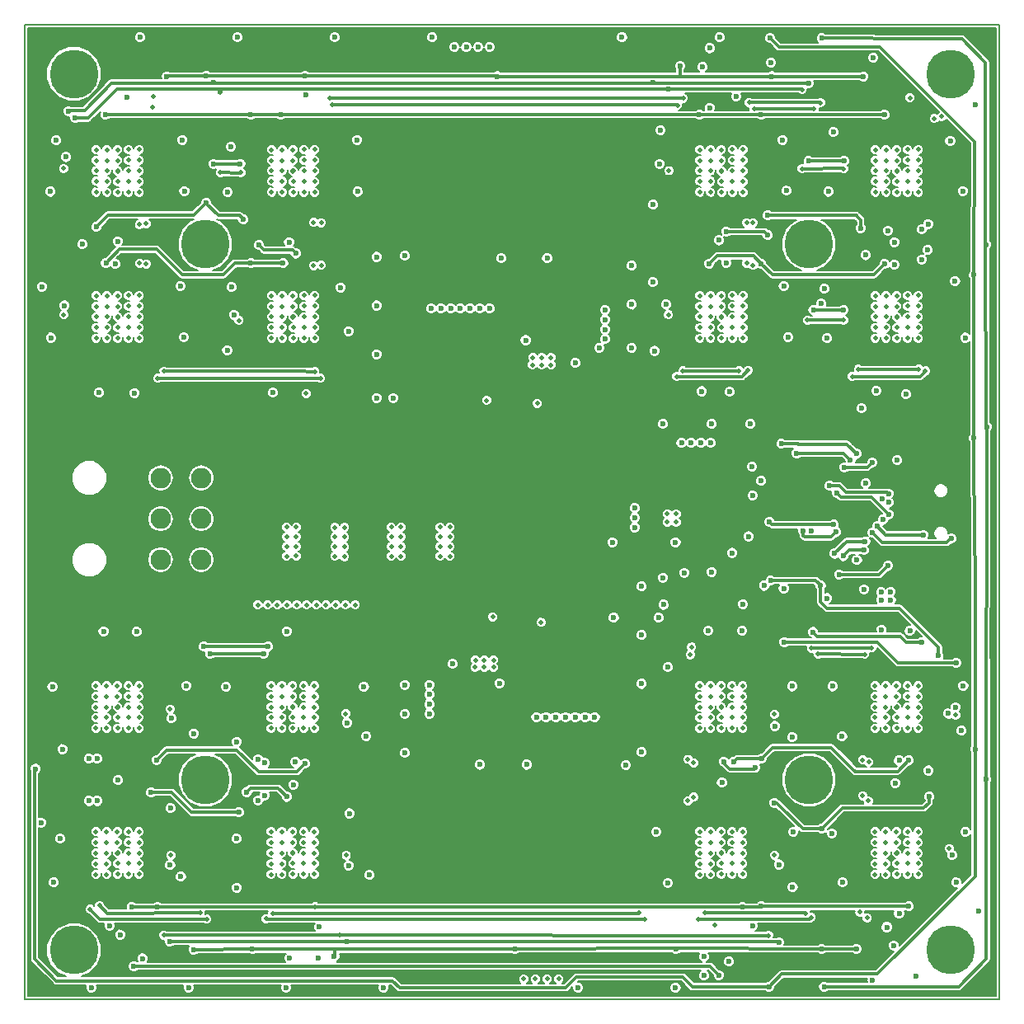
<source format=gbr>
G04 (created by PCBNEW (2013-05-16 BZR 4016)-stable) date 5. 1. 2014 18:11:25*
%MOIN*%
G04 Gerber Fmt 3.4, Leading zero omitted, Abs format*
%FSLAX34Y34*%
G01*
G70*
G90*
G04 APERTURE LIST*
%ADD10C,0.00590551*%
%ADD11C,0.19685*%
%ADD12O,0.0826X0.0826*%
%ADD13C,0.023622*%
%ADD14C,0.019685*%
%ADD15C,0.011811*%
%ADD16C,0.00787402*%
G04 APERTURE END LIST*
G54D10*
X38779Y-61023D02*
X78149Y-61023D01*
X78149Y-61023D02*
X78149Y-21653D01*
X78149Y-21653D02*
X38779Y-21653D01*
X38779Y-21653D02*
X38779Y-61023D01*
G54D11*
X46062Y-30511D03*
X40748Y-23622D03*
X40748Y-59055D03*
X46062Y-52165D03*
X70472Y-52165D03*
X76181Y-59055D03*
X76181Y-23622D03*
X70472Y-30511D03*
G54D12*
X44252Y-43267D03*
X44252Y-41614D03*
X44252Y-39961D03*
X45904Y-39961D03*
X45904Y-41614D03*
X45904Y-43267D03*
G54D13*
X62578Y-45610D03*
X64389Y-45610D03*
X57952Y-48267D03*
X56062Y-47480D03*
X59015Y-34389D03*
X61023Y-35314D03*
X62519Y-42559D03*
X65078Y-42559D03*
G54D14*
X59665Y-35393D03*
X59665Y-35098D03*
X60039Y-35393D03*
X59291Y-35393D03*
X60039Y-35098D03*
X59311Y-35098D03*
X57437Y-36828D03*
X59484Y-36946D03*
X57342Y-47323D03*
X57342Y-47618D03*
X57716Y-47618D03*
X56968Y-47618D03*
X57716Y-47322D03*
X56988Y-47322D03*
X57688Y-45578D03*
X59641Y-45804D03*
G54D13*
X65266Y-23307D03*
X72559Y-29862D03*
X72667Y-23730D03*
X50098Y-23720D03*
X47608Y-29517D03*
X41653Y-29812D03*
X44507Y-23740D03*
X57874Y-23724D03*
X68976Y-23724D03*
X46102Y-23720D03*
X46102Y-28838D03*
X68809Y-29350D03*
X69074Y-53100D03*
X72381Y-59005D03*
X65088Y-58996D03*
X75344Y-52844D03*
X43877Y-52677D03*
X51278Y-59320D03*
X45590Y-59025D03*
X58582Y-58995D03*
X47972Y-59015D03*
X70984Y-59011D03*
X70984Y-54143D03*
X47421Y-53484D03*
X73523Y-31318D03*
X49212Y-31279D03*
X49114Y-25275D03*
X68543Y-31299D03*
X66437Y-31299D03*
X42047Y-31259D03*
X42027Y-25275D03*
X47913Y-25275D03*
X47913Y-31279D03*
X68169Y-39507D03*
X68543Y-25275D03*
X73523Y-25275D03*
X66043Y-25275D03*
X68188Y-40669D03*
X44094Y-51358D03*
X67421Y-51437D03*
X74507Y-51377D03*
X50098Y-51515D03*
G54D14*
X50511Y-57303D03*
G54D13*
X43090Y-57303D03*
X68562Y-51299D03*
X68543Y-57283D03*
X74507Y-57283D03*
X67785Y-57303D03*
X44129Y-57307D03*
X68868Y-41742D03*
X71476Y-41850D03*
G54D14*
X73011Y-46830D03*
X70570Y-46850D03*
X70326Y-57559D03*
X66271Y-57549D03*
X72724Y-47090D03*
X70846Y-47086D03*
X70561Y-57724D03*
X66003Y-57793D03*
X72889Y-51448D03*
X72866Y-53019D03*
X72645Y-52807D03*
X72641Y-51358D03*
X65807Y-52870D03*
X65807Y-51484D03*
X65580Y-51338D03*
X65578Y-53015D03*
X48789Y-57559D03*
X63582Y-57549D03*
X65728Y-46801D03*
X48523Y-57785D03*
X63818Y-57795D03*
X65669Y-47106D03*
G54D13*
X48602Y-46781D03*
X46003Y-46781D03*
G54D14*
X45856Y-57549D03*
X41791Y-57253D03*
X41407Y-57401D03*
X46122Y-57805D03*
G54D13*
X46259Y-47076D03*
X48415Y-47066D03*
X48464Y-51486D03*
X48464Y-52795D03*
X48198Y-53001D03*
X48198Y-51328D03*
X41692Y-51318D03*
X41692Y-53021D03*
X41358Y-53021D03*
X41358Y-51318D03*
G54D14*
X50492Y-35657D03*
X44393Y-35645D03*
X43980Y-24555D03*
X50716Y-35937D03*
X44145Y-35937D03*
X43917Y-24984D03*
X65381Y-24610D03*
X65374Y-35633D03*
X67645Y-35625D03*
X51098Y-24618D03*
X65149Y-24889D03*
X65127Y-35860D03*
X68011Y-35606D03*
X51181Y-24881D03*
X43405Y-31287D03*
X43397Y-29716D03*
X43677Y-31311D03*
X43673Y-29688D03*
X50440Y-31374D03*
X50444Y-29633D03*
X50751Y-29641D03*
X50751Y-31366D03*
X68051Y-24779D03*
X70935Y-24789D03*
X72468Y-35570D03*
X74909Y-35561D03*
X75177Y-35637D03*
X72214Y-35856D03*
X70679Y-25033D03*
X68248Y-25043D03*
G54D13*
X73041Y-42175D03*
X76230Y-42411D03*
G54D14*
X75836Y-25354D03*
X75531Y-25437D03*
G54D13*
X75098Y-42263D03*
X73228Y-41919D03*
G54D14*
X67952Y-29641D03*
X67952Y-31283D03*
X68212Y-29645D03*
X68208Y-31370D03*
G54D13*
X75031Y-31133D03*
X75031Y-29909D03*
X75275Y-30748D03*
X75283Y-29696D03*
X72696Y-42883D03*
X71850Y-43120D03*
G54D14*
X72824Y-57755D03*
G54D13*
X72411Y-43277D03*
G54D14*
X72529Y-57507D03*
G54D13*
X72391Y-38986D03*
X69350Y-38582D03*
X72145Y-39232D03*
X69980Y-38956D03*
X70226Y-42106D03*
X71574Y-42145D03*
X71899Y-39527D03*
X73031Y-39340D03*
X73454Y-41653D03*
X73671Y-43503D03*
X71692Y-43868D03*
X71496Y-43021D03*
X72746Y-42529D03*
X73415Y-40797D03*
X69084Y-49990D03*
X70944Y-44320D03*
X68917Y-44104D03*
X44645Y-55610D03*
X44625Y-58700D03*
X44685Y-49685D03*
X51850Y-55629D03*
X51791Y-58700D03*
X51791Y-49862D03*
X76102Y-49488D03*
X69251Y-55590D03*
X69251Y-58740D03*
X76259Y-55216D03*
X64429Y-27263D03*
X64153Y-23976D03*
X64685Y-32952D03*
X46397Y-27263D03*
X47480Y-27263D03*
X46397Y-23976D03*
X47224Y-33366D03*
X40433Y-26988D03*
X40374Y-32992D03*
X40531Y-25127D03*
X70452Y-23996D03*
X70452Y-27145D03*
X71889Y-27145D03*
X71870Y-33169D03*
X70649Y-33169D03*
X75708Y-47155D03*
X76397Y-49232D03*
G54D14*
X76141Y-54940D03*
X76397Y-49547D03*
G54D13*
X69468Y-46594D03*
X76417Y-47440D03*
X64803Y-24251D03*
X68651Y-44320D03*
X46673Y-24330D03*
G54D14*
X44665Y-55216D03*
X44389Y-58444D03*
X44645Y-49311D03*
X51763Y-55212D03*
X51503Y-58444D03*
X51744Y-49496D03*
X69074Y-55212D03*
X68830Y-58456D03*
X69070Y-49519D03*
X64803Y-27539D03*
X64791Y-33370D03*
X70196Y-24271D03*
X71877Y-27460D03*
X70196Y-27460D03*
X70413Y-33582D03*
X71870Y-33582D03*
X47500Y-27618D03*
X46673Y-27618D03*
X47429Y-33590D03*
X40342Y-33366D03*
X40334Y-27452D03*
G54D13*
X40807Y-25403D03*
X74035Y-39242D03*
X73681Y-40954D03*
X77145Y-38346D03*
X39202Y-51722D03*
X77185Y-50925D03*
X68897Y-22185D03*
X68858Y-60531D03*
X77145Y-31751D03*
X43179Y-59704D03*
X39429Y-53897D03*
X66820Y-60059D03*
X77637Y-52145D03*
X70984Y-22185D03*
X71082Y-60531D03*
X77618Y-30531D03*
X77657Y-37893D03*
X70551Y-42106D03*
X70639Y-46190D03*
X75019Y-46614D03*
X72775Y-40177D03*
X70964Y-32903D03*
X72598Y-37145D03*
X73385Y-44576D03*
X73769Y-44566D03*
X73779Y-44891D03*
X72696Y-44468D03*
X73385Y-44891D03*
G54D14*
X55954Y-43129D03*
X55954Y-42736D03*
X55954Y-42342D03*
X53582Y-43129D03*
X53582Y-42736D03*
X53582Y-42342D03*
X53582Y-41948D03*
X53976Y-41948D03*
X53976Y-42342D03*
X53976Y-42736D03*
X51299Y-43129D03*
X51692Y-43139D03*
X51692Y-42746D03*
X51692Y-42352D03*
X51692Y-41958D03*
X51299Y-41958D03*
X51299Y-42352D03*
X51299Y-42746D03*
X49744Y-43120D03*
X49350Y-43129D03*
X49350Y-42736D03*
X49350Y-42342D03*
X49350Y-41948D03*
X49744Y-41948D03*
X49744Y-42342D03*
X49744Y-42736D03*
G54D13*
X73041Y-60265D03*
X66220Y-60078D03*
X67244Y-59517D03*
X66456Y-22588D03*
X49478Y-59370D03*
X71210Y-44822D03*
X69448Y-44429D03*
X67805Y-45068D03*
X64586Y-45088D03*
X43523Y-59389D03*
X40285Y-50925D03*
X47125Y-32244D03*
X74393Y-36578D03*
X67519Y-24537D03*
X50137Y-24488D03*
X42906Y-24562D03*
G54D14*
X74015Y-55551D03*
X74015Y-55984D03*
X74448Y-55984D03*
X74881Y-55984D03*
X74881Y-55551D03*
X74448Y-55551D03*
X74015Y-55118D03*
X74015Y-55137D03*
X74448Y-54704D03*
X74448Y-54271D03*
X74881Y-54271D03*
X74881Y-54704D03*
X74881Y-55137D03*
X74448Y-55137D03*
X74005Y-54694D03*
X74005Y-54261D03*
X73572Y-54261D03*
X73139Y-54261D03*
X73139Y-54694D03*
X73572Y-54694D03*
X74005Y-55127D03*
X74005Y-55127D03*
X73572Y-55561D03*
X73572Y-55994D03*
X73139Y-55994D03*
X73139Y-55561D03*
X73139Y-55127D03*
X73572Y-55127D03*
X66929Y-55551D03*
X66929Y-55984D03*
X67362Y-55984D03*
X67795Y-55984D03*
X67795Y-55551D03*
X67362Y-55551D03*
X66929Y-55118D03*
X66929Y-55137D03*
X67362Y-54704D03*
X67362Y-54271D03*
X67795Y-54271D03*
X67795Y-54704D03*
X67795Y-55137D03*
X67362Y-55137D03*
X66919Y-54694D03*
X66919Y-54261D03*
X66486Y-54261D03*
X66053Y-54261D03*
X66053Y-54694D03*
X66486Y-54694D03*
X66919Y-55127D03*
X66919Y-55127D03*
X66486Y-55561D03*
X66486Y-55994D03*
X66053Y-55994D03*
X66053Y-55561D03*
X66053Y-55127D03*
X66486Y-55127D03*
X74015Y-49645D03*
X74015Y-50078D03*
X74448Y-50078D03*
X74881Y-50078D03*
X74881Y-49645D03*
X74448Y-49645D03*
X74015Y-49212D03*
X74015Y-49232D03*
X74448Y-48799D03*
X74448Y-48366D03*
X74881Y-48366D03*
X74881Y-48799D03*
X74881Y-49232D03*
X74448Y-49232D03*
X74005Y-48789D03*
X74005Y-48356D03*
X73572Y-48356D03*
X73139Y-48356D03*
X73139Y-48789D03*
X73572Y-48789D03*
X74005Y-49222D03*
X74005Y-49222D03*
X73572Y-49655D03*
X73572Y-50088D03*
X73139Y-50088D03*
X73139Y-49655D03*
X73139Y-49222D03*
X73572Y-49222D03*
X66486Y-49222D03*
X66053Y-49222D03*
X66053Y-49655D03*
X66053Y-50088D03*
X66486Y-50088D03*
X66486Y-49655D03*
X66919Y-49222D03*
X66919Y-49222D03*
X66486Y-48789D03*
X66053Y-48789D03*
X66053Y-48356D03*
X66486Y-48356D03*
X66919Y-48356D03*
X66919Y-48789D03*
X67362Y-49232D03*
X67795Y-49232D03*
X67795Y-48799D03*
X67795Y-48366D03*
X67362Y-48366D03*
X67362Y-48799D03*
X66929Y-49232D03*
X66929Y-49212D03*
X67362Y-49645D03*
X67795Y-49645D03*
X67795Y-50078D03*
X67362Y-50078D03*
X66929Y-50078D03*
X66929Y-49645D03*
X49163Y-55127D03*
X48730Y-55127D03*
X48730Y-55561D03*
X48730Y-55994D03*
X49163Y-55994D03*
X49163Y-55561D03*
X49596Y-55127D03*
X49596Y-55127D03*
X49163Y-54694D03*
X48730Y-54694D03*
X48730Y-54261D03*
X49163Y-54261D03*
X49596Y-54261D03*
X49596Y-54694D03*
X50039Y-55137D03*
X50472Y-55137D03*
X50472Y-54704D03*
X50472Y-54271D03*
X50039Y-54271D03*
X50039Y-54704D03*
X49606Y-55137D03*
X49606Y-55118D03*
X50039Y-55551D03*
X50472Y-55551D03*
X50472Y-55984D03*
X50039Y-55984D03*
X49606Y-55984D03*
X49606Y-55551D03*
X49163Y-49222D03*
X48730Y-49222D03*
X48730Y-49655D03*
X48730Y-50088D03*
X49163Y-50088D03*
X49163Y-49655D03*
X49596Y-49222D03*
X49596Y-49222D03*
X49163Y-48789D03*
X48730Y-48789D03*
X48730Y-48356D03*
X49163Y-48356D03*
X49596Y-48356D03*
X49596Y-48789D03*
X50039Y-49232D03*
X50472Y-49232D03*
X50472Y-48799D03*
X50472Y-48366D03*
X50039Y-48366D03*
X50039Y-48799D03*
X49606Y-49232D03*
X49606Y-49212D03*
X50039Y-49645D03*
X50472Y-49645D03*
X50472Y-50078D03*
X50039Y-50078D03*
X49606Y-50078D03*
X49606Y-49645D03*
X42076Y-55127D03*
X41643Y-55127D03*
X41643Y-55561D03*
X41643Y-55994D03*
X42076Y-55994D03*
X42076Y-55561D03*
X42509Y-55127D03*
X42509Y-55127D03*
X42076Y-54694D03*
X41643Y-54694D03*
X41643Y-54261D03*
X42076Y-54261D03*
X42509Y-54261D03*
X42509Y-54694D03*
X42952Y-55137D03*
X43385Y-55137D03*
X43385Y-54704D03*
X43385Y-54271D03*
X42952Y-54271D03*
X42952Y-54704D03*
X42519Y-55137D03*
X42519Y-55118D03*
X42952Y-55551D03*
X43385Y-55551D03*
X43385Y-55984D03*
X42952Y-55984D03*
X42519Y-55984D03*
X42519Y-55551D03*
X42519Y-49645D03*
X42519Y-50078D03*
X42952Y-50078D03*
X43385Y-50078D03*
X43385Y-49645D03*
X42952Y-49645D03*
X42519Y-49212D03*
X42519Y-49232D03*
X42952Y-48799D03*
X42952Y-48366D03*
X43385Y-48366D03*
X43385Y-48799D03*
X43385Y-49232D03*
X42952Y-49232D03*
X42509Y-48789D03*
X42509Y-48356D03*
X42076Y-48356D03*
X41643Y-48356D03*
X41643Y-48789D03*
X42076Y-48789D03*
X42509Y-49222D03*
X42509Y-49222D03*
X42076Y-49655D03*
X42076Y-50088D03*
X41643Y-50088D03*
X41643Y-49655D03*
X41643Y-49222D03*
X42076Y-49222D03*
X74458Y-33454D03*
X74891Y-33454D03*
X74891Y-33021D03*
X74891Y-32588D03*
X74458Y-32588D03*
X74458Y-33021D03*
X74025Y-33454D03*
X74025Y-33454D03*
X74458Y-33887D03*
X74891Y-33887D03*
X74891Y-34320D03*
X74458Y-34320D03*
X74025Y-34320D03*
X74025Y-33887D03*
X73582Y-33444D03*
X73149Y-33444D03*
X73149Y-33877D03*
X73149Y-34311D03*
X73582Y-34311D03*
X73582Y-33877D03*
X74015Y-33444D03*
X74015Y-33464D03*
X73582Y-33031D03*
X73149Y-33031D03*
X73149Y-32598D03*
X73582Y-32598D03*
X74015Y-32598D03*
X74015Y-33031D03*
X67372Y-33454D03*
X67805Y-33454D03*
X67805Y-33021D03*
X67805Y-32588D03*
X67372Y-32588D03*
X67372Y-33021D03*
X66938Y-33454D03*
X66938Y-33454D03*
X67372Y-33887D03*
X67805Y-33887D03*
X67805Y-34320D03*
X67372Y-34320D03*
X66938Y-34320D03*
X66938Y-33887D03*
X66496Y-33444D03*
X66062Y-33444D03*
X66062Y-33877D03*
X66062Y-34311D03*
X66496Y-34311D03*
X66496Y-33877D03*
X66929Y-33444D03*
X66929Y-33464D03*
X66496Y-33031D03*
X66062Y-33031D03*
X66062Y-32598D03*
X66496Y-32598D03*
X66929Y-32598D03*
X66929Y-33031D03*
X74458Y-27549D03*
X74891Y-27549D03*
X74891Y-27116D03*
X74891Y-26683D03*
X74458Y-26683D03*
X74458Y-27116D03*
X74025Y-27549D03*
X74025Y-27549D03*
X74458Y-27982D03*
X74891Y-27982D03*
X74891Y-28415D03*
X74458Y-28415D03*
X74025Y-28415D03*
X74025Y-27982D03*
X73582Y-27539D03*
X73149Y-27539D03*
X73149Y-27972D03*
X73149Y-28405D03*
X73582Y-28405D03*
X73582Y-27972D03*
X74015Y-27539D03*
X74015Y-27559D03*
X73582Y-27125D03*
X73149Y-27125D03*
X73149Y-26692D03*
X73582Y-26692D03*
X74015Y-26692D03*
X74015Y-27125D03*
X66929Y-27125D03*
X66929Y-26692D03*
X66496Y-26692D03*
X66062Y-26692D03*
X66062Y-27125D03*
X66496Y-27125D03*
X66929Y-27559D03*
X66929Y-27539D03*
X66496Y-27972D03*
X66496Y-28405D03*
X66062Y-28405D03*
X66062Y-27972D03*
X66062Y-27539D03*
X66496Y-27539D03*
X66938Y-27982D03*
X66938Y-28415D03*
X67372Y-28415D03*
X67805Y-28415D03*
X67805Y-27982D03*
X67372Y-27982D03*
X66938Y-27549D03*
X66938Y-27549D03*
X67372Y-27116D03*
X67372Y-26683D03*
X67805Y-26683D03*
X67805Y-27116D03*
X67805Y-27549D03*
X67372Y-27549D03*
X49606Y-33031D03*
X49606Y-32598D03*
X49173Y-32598D03*
X48740Y-32598D03*
X48740Y-33031D03*
X49173Y-33031D03*
X49606Y-33464D03*
X49606Y-33444D03*
X49173Y-33877D03*
X49173Y-34311D03*
X48740Y-34311D03*
X48740Y-33877D03*
X48740Y-33444D03*
X49173Y-33444D03*
X49616Y-33887D03*
X49616Y-34320D03*
X50049Y-34320D03*
X50482Y-34320D03*
X50482Y-33887D03*
X50049Y-33887D03*
X49616Y-33454D03*
X49616Y-33454D03*
X50049Y-33021D03*
X50049Y-32588D03*
X50482Y-32588D03*
X50482Y-33021D03*
X50482Y-33454D03*
X50049Y-33454D03*
X42519Y-33031D03*
X42519Y-32598D03*
X42086Y-32598D03*
X41653Y-32598D03*
X41653Y-33031D03*
X42086Y-33031D03*
X42519Y-33464D03*
X42519Y-33444D03*
X42086Y-33877D03*
X42086Y-34311D03*
X41653Y-34311D03*
X41653Y-33877D03*
X41653Y-33444D03*
X42086Y-33444D03*
X42529Y-33887D03*
X42529Y-34320D03*
X42962Y-34320D03*
X43395Y-34320D03*
X43395Y-33887D03*
X42962Y-33887D03*
X42529Y-33454D03*
X42529Y-33454D03*
X42962Y-33021D03*
X42962Y-32588D03*
X43395Y-32588D03*
X43395Y-33021D03*
X43395Y-33454D03*
X42962Y-33454D03*
X49606Y-27125D03*
X49606Y-26692D03*
X49173Y-26692D03*
X48740Y-26692D03*
X48740Y-27125D03*
X49173Y-27125D03*
X49606Y-27559D03*
X49606Y-27539D03*
X49173Y-27972D03*
X49173Y-28405D03*
X48740Y-28405D03*
X48740Y-27972D03*
X48740Y-27539D03*
X49173Y-27539D03*
X49616Y-27982D03*
X49616Y-28415D03*
X50049Y-28415D03*
X50482Y-28415D03*
X50482Y-27982D03*
X50049Y-27982D03*
X49616Y-27549D03*
X49616Y-27549D03*
X50049Y-27116D03*
X50049Y-26683D03*
X50482Y-26683D03*
X50482Y-27116D03*
X50482Y-27549D03*
X50049Y-27549D03*
X42962Y-27549D03*
X43395Y-27549D03*
X43395Y-27116D03*
X43395Y-26683D03*
X42962Y-26683D03*
X42962Y-27116D03*
X42529Y-27549D03*
X42529Y-27549D03*
X42962Y-27982D03*
X43395Y-27982D03*
X43395Y-28415D03*
X42962Y-28415D03*
X42529Y-28415D03*
X42529Y-27982D03*
X42086Y-27539D03*
X41653Y-27539D03*
X41653Y-27972D03*
X41653Y-28405D03*
X42086Y-28405D03*
X42086Y-27972D03*
X42519Y-27539D03*
X42519Y-27559D03*
X42086Y-27125D03*
X41653Y-27125D03*
X41653Y-26692D03*
X42086Y-26692D03*
X42519Y-26692D03*
X42519Y-27125D03*
G54D13*
X62913Y-22145D03*
X66850Y-22145D03*
X77204Y-24862D03*
X76417Y-56318D03*
X77342Y-57480D03*
X74783Y-60098D03*
X42194Y-58070D03*
X53267Y-60570D03*
X49330Y-60570D03*
X45393Y-60570D03*
X41456Y-60570D03*
X73614Y-58122D03*
G54D14*
X58937Y-60216D03*
X59409Y-60216D03*
X59881Y-60216D03*
X60354Y-60216D03*
G54D13*
X65078Y-60570D03*
X61141Y-60570D03*
X68031Y-42322D03*
X67362Y-42992D03*
X66535Y-43759D03*
X65433Y-43799D03*
X64566Y-43996D03*
X68110Y-37775D03*
X66535Y-37775D03*
X64566Y-37775D03*
X63700Y-44350D03*
X63700Y-46318D03*
X63700Y-48287D03*
X63700Y-51043D03*
X63070Y-51574D03*
X59448Y-49625D03*
X59842Y-49625D03*
X60236Y-49625D03*
X60629Y-49625D03*
X61023Y-49625D03*
X61417Y-49625D03*
X61811Y-49625D03*
X59055Y-51555D03*
X57165Y-51555D03*
X54133Y-51082D03*
X54133Y-49507D03*
X54133Y-48326D03*
G54D14*
X74551Y-24598D03*
G54D13*
X73070Y-22972D03*
X56614Y-22539D03*
X56141Y-22539D03*
X57086Y-22539D03*
X57559Y-22539D03*
X43425Y-22145D03*
X47362Y-22145D03*
X51299Y-22145D03*
X55236Y-22145D03*
X57559Y-33110D03*
X57165Y-33110D03*
X56771Y-33110D03*
X56377Y-33110D03*
X55984Y-33110D03*
X55590Y-33110D03*
X55196Y-33110D03*
X63307Y-31377D03*
X63307Y-32952D03*
X63307Y-34704D03*
X61988Y-34704D03*
X58031Y-31082D03*
X59881Y-31082D03*
X53661Y-36732D03*
X52992Y-36732D03*
X52992Y-34960D03*
X52992Y-32992D03*
X52992Y-31023D03*
X54133Y-30984D03*
G54D14*
X48188Y-45098D03*
X48582Y-45098D03*
X48976Y-45098D03*
X49370Y-45098D03*
X49763Y-45098D03*
X52125Y-45098D03*
X51732Y-45098D03*
X51338Y-45098D03*
X50944Y-45098D03*
X50551Y-45098D03*
X50157Y-45098D03*
X53976Y-43129D03*
X55954Y-41948D03*
X55561Y-41948D03*
X55561Y-42342D03*
X55561Y-42736D03*
X55561Y-43129D03*
G54D13*
X66948Y-52282D03*
X71830Y-56318D03*
X76377Y-32007D03*
G54D14*
X50141Y-36555D03*
X66653Y-58055D03*
G54D13*
X39823Y-34291D03*
X76181Y-26338D03*
X39940Y-56318D03*
X43287Y-46181D03*
X45610Y-50295D03*
X45294Y-48366D03*
X46969Y-28405D03*
X39804Y-28385D03*
X76692Y-28366D03*
X67775Y-46141D03*
X64763Y-47618D03*
X69783Y-48385D03*
X66397Y-46141D03*
X64763Y-56338D03*
X64292Y-54271D03*
X69842Y-54271D03*
X76790Y-34291D03*
X76790Y-54271D03*
X73956Y-52302D03*
X74547Y-46141D03*
X73405Y-46102D03*
X71811Y-50413D03*
X71201Y-34311D03*
X76712Y-48366D03*
X76643Y-50177D03*
X71260Y-28385D03*
X71092Y-32312D03*
X71456Y-25984D03*
X73917Y-30433D03*
X66830Y-30355D03*
X67263Y-36480D03*
X69448Y-32204D03*
X66141Y-36456D03*
X73188Y-36437D03*
X52204Y-26299D03*
X43208Y-36535D03*
X48799Y-36515D03*
X45059Y-32204D03*
X41771Y-36515D03*
X64232Y-34822D03*
X69409Y-26299D03*
X64173Y-28917D03*
X52706Y-56013D03*
X45078Y-56082D03*
X52480Y-48405D03*
X49350Y-46161D03*
X49625Y-52361D03*
X51889Y-53524D03*
X44655Y-53316D03*
X42539Y-52184D03*
X51535Y-32263D03*
X46948Y-34803D03*
X49448Y-30432D03*
X42519Y-30392D03*
X68937Y-23169D03*
X62224Y-33169D03*
X62224Y-33562D03*
X62224Y-33956D03*
X62224Y-34350D03*
X63425Y-41968D03*
X63425Y-41574D03*
X63425Y-41181D03*
X55118Y-49507D03*
X55118Y-49114D03*
X55118Y-48720D03*
X55118Y-48326D03*
X66496Y-38543D03*
X66102Y-38543D03*
X65708Y-38543D03*
X65314Y-38543D03*
G54D14*
X65098Y-41751D03*
X64744Y-41751D03*
X65098Y-41417D03*
X64744Y-41417D03*
G54D13*
X68543Y-40078D03*
X47342Y-56534D03*
X41948Y-46161D03*
X47342Y-50629D03*
X52568Y-50403D03*
X69793Y-50442D03*
X69812Y-56505D03*
X69566Y-28346D03*
X64468Y-25905D03*
X69625Y-34271D03*
X64153Y-32047D03*
X51850Y-34034D03*
X52224Y-28385D03*
X45196Y-34271D03*
X45137Y-26299D03*
X45216Y-28366D03*
X47106Y-26574D03*
X39458Y-32234D03*
X40039Y-26318D03*
X46909Y-48405D03*
X71397Y-54330D03*
X47322Y-54546D03*
X40196Y-54546D03*
X39881Y-48405D03*
X71417Y-48385D03*
X71594Y-40570D03*
X73690Y-41427D03*
X71309Y-40285D03*
X73681Y-40600D03*
X42421Y-31318D03*
X41092Y-30511D03*
X49723Y-30885D03*
X48238Y-30551D03*
X50679Y-58120D03*
X50620Y-59370D03*
X42618Y-58425D03*
X47746Y-52658D03*
X49350Y-52854D03*
X49704Y-51437D03*
X66456Y-25000D03*
X66171Y-23346D03*
X67125Y-31259D03*
X67125Y-30000D03*
X68809Y-30147D03*
X72765Y-30954D03*
X73917Y-31338D03*
X73661Y-29960D03*
X68306Y-51673D03*
X67027Y-51427D03*
X75305Y-51791D03*
X74114Y-51377D03*
X66220Y-59311D03*
X68188Y-58061D03*
X74114Y-57559D03*
X73897Y-58858D03*
X70915Y-41574D03*
X69635Y-39419D03*
X69133Y-34901D03*
X71200Y-44094D03*
X67706Y-43780D03*
X76279Y-34901D03*
X39183Y-49990D03*
G54D14*
X57440Y-60275D03*
X57007Y-60275D03*
X56535Y-60275D03*
X56062Y-60275D03*
X56082Y-59340D03*
X56545Y-59340D03*
G54D13*
X60374Y-23366D03*
X60374Y-22952D03*
X60374Y-22500D03*
X59921Y-22480D03*
X59488Y-22460D03*
X59035Y-22460D03*
X76663Y-26279D03*
X47480Y-29015D03*
X40314Y-34901D03*
X64409Y-50551D03*
X64763Y-48129D03*
X69192Y-47755D03*
X64271Y-56437D03*
X64803Y-53681D03*
X69271Y-53700D03*
X71338Y-56456D03*
X76279Y-53681D03*
X71889Y-53641D03*
X71318Y-50511D03*
X71712Y-34960D03*
X76122Y-47795D03*
X71909Y-47795D03*
X71771Y-29015D03*
X76889Y-32578D03*
X76220Y-28996D03*
X69911Y-32214D03*
X64724Y-34192D03*
X69881Y-26240D03*
X69133Y-28937D03*
X64685Y-28307D03*
X52007Y-47716D03*
X46614Y-50531D03*
X47421Y-47795D03*
X46594Y-56456D03*
X52007Y-54035D03*
X47185Y-54035D03*
X44665Y-54311D03*
X39448Y-56476D03*
X40059Y-54035D03*
X40374Y-47814D03*
X44783Y-47795D03*
X52027Y-31614D03*
X51968Y-34547D03*
X47460Y-34212D03*
X45551Y-32106D03*
X52696Y-26200D03*
X45629Y-26181D03*
X40295Y-29015D03*
X72303Y-38543D03*
X67086Y-40019D03*
X66692Y-40019D03*
X66692Y-39625D03*
X67086Y-39625D03*
X67086Y-39232D03*
X66692Y-39232D03*
X75000Y-38346D03*
X51732Y-28956D03*
X44704Y-34881D03*
X44704Y-28956D03*
X69271Y-59527D03*
X71062Y-23169D03*
G54D15*
X65255Y-23724D02*
X65255Y-23317D01*
X65255Y-23317D02*
X65266Y-23307D01*
X57874Y-23724D02*
X65255Y-23724D01*
X65255Y-23724D02*
X66830Y-23724D01*
X72381Y-29350D02*
X72381Y-29360D01*
X72559Y-29537D02*
X72559Y-29862D01*
X69921Y-29350D02*
X69448Y-29350D01*
X72381Y-29350D02*
X69921Y-29350D01*
X69448Y-29350D02*
X68809Y-29350D01*
X72381Y-29360D02*
X72559Y-29537D01*
X72661Y-23724D02*
X68976Y-23724D01*
X72667Y-23730D02*
X72661Y-23724D01*
X47460Y-29350D02*
X47608Y-29517D01*
X46102Y-28838D02*
X46102Y-28858D01*
X46594Y-29350D02*
X47460Y-29350D01*
X46102Y-28858D02*
X46594Y-29350D01*
X45610Y-29330D02*
X42135Y-29330D01*
X42135Y-29330D02*
X41653Y-29812D01*
X45610Y-29330D02*
X46102Y-28838D01*
X44507Y-23740D02*
X44507Y-23720D01*
X66830Y-23724D02*
X68976Y-23724D01*
X57869Y-23720D02*
X50098Y-23720D01*
X50098Y-23720D02*
X49507Y-23720D01*
X57869Y-23720D02*
X57874Y-23724D01*
X49507Y-23720D02*
X46102Y-23720D01*
X46102Y-23720D02*
X44507Y-23720D01*
X44507Y-23720D02*
X44488Y-23720D01*
X69409Y-53346D02*
X69163Y-53100D01*
X70216Y-54143D02*
X69409Y-53346D01*
X70984Y-54143D02*
X70216Y-54143D01*
X69163Y-53100D02*
X69074Y-53100D01*
X70984Y-59011D02*
X72381Y-59005D01*
X65088Y-58996D02*
X65088Y-58996D01*
X65088Y-58996D02*
X65088Y-58988D01*
X75098Y-53307D02*
X75108Y-53307D01*
X71820Y-53307D02*
X75098Y-53307D01*
X70984Y-54143D02*
X71820Y-53307D01*
X75324Y-53090D02*
X75344Y-52844D01*
X75108Y-53307D02*
X75324Y-53090D01*
X45511Y-53484D02*
X44704Y-52677D01*
X45511Y-53484D02*
X47421Y-53484D01*
X43877Y-52677D02*
X44704Y-52677D01*
X43877Y-52677D02*
X43877Y-52677D01*
X51309Y-59015D02*
X51309Y-59290D01*
X51309Y-59290D02*
X51278Y-59320D01*
X58562Y-59015D02*
X51309Y-59015D01*
X51309Y-59015D02*
X49921Y-59015D01*
X49921Y-59015D02*
X47972Y-59015D01*
X47972Y-59015D02*
X45590Y-59025D01*
X45590Y-59025D02*
X45600Y-59025D01*
X70984Y-59011D02*
X65088Y-58988D01*
X65088Y-58988D02*
X58582Y-58995D01*
X58562Y-59015D02*
X58582Y-58995D01*
X73090Y-31751D02*
X73523Y-31318D01*
X68996Y-31751D02*
X73090Y-31751D01*
X68543Y-31299D02*
X68996Y-31751D01*
X49212Y-31279D02*
X47913Y-31279D01*
X66437Y-31299D02*
X66764Y-30982D01*
X66764Y-30982D02*
X68226Y-30982D01*
X68226Y-30982D02*
X68543Y-31299D01*
X66043Y-25275D02*
X49192Y-25275D01*
X49192Y-25275D02*
X49114Y-25275D01*
X49114Y-25275D02*
X47913Y-25275D01*
X42047Y-25275D02*
X42027Y-25275D01*
X47913Y-25275D02*
X42047Y-25275D01*
X47283Y-31279D02*
X47263Y-31279D01*
X47913Y-31279D02*
X47283Y-31279D01*
X46791Y-31751D02*
X45137Y-31751D01*
X45137Y-31751D02*
X44106Y-30716D01*
X44106Y-30716D02*
X42590Y-30712D01*
X42590Y-30712D02*
X42047Y-31259D01*
X47263Y-31279D02*
X46791Y-31751D01*
X68543Y-25275D02*
X73523Y-25275D01*
X68543Y-25275D02*
X66043Y-25275D01*
X67421Y-51437D02*
X67568Y-51299D01*
X67568Y-51299D02*
X68562Y-51299D01*
X72338Y-51826D02*
X74059Y-51822D01*
X74059Y-51822D02*
X74507Y-51377D01*
X71377Y-50866D02*
X68996Y-50866D01*
X68562Y-51299D02*
X68996Y-50866D01*
X72318Y-51807D02*
X72338Y-51826D01*
X72338Y-51826D02*
X71377Y-50866D01*
X44094Y-51358D02*
X44494Y-50964D01*
X44494Y-50964D02*
X47338Y-50960D01*
X47338Y-50960D02*
X48218Y-51840D01*
X48218Y-51840D02*
X49773Y-51840D01*
X49773Y-51840D02*
X50098Y-51515D01*
X43090Y-57303D02*
X44129Y-57307D01*
X68543Y-57283D02*
X74507Y-57283D01*
X68543Y-57283D02*
X68523Y-57303D01*
X68523Y-57303D02*
X67785Y-57303D01*
X50413Y-57303D02*
X50511Y-57303D01*
X50511Y-57303D02*
X67785Y-57303D01*
X44129Y-57307D02*
X50413Y-57303D01*
X68887Y-41761D02*
X68868Y-41742D01*
X68976Y-41850D02*
X68887Y-41761D01*
X71476Y-41850D02*
X68976Y-41850D01*
X73011Y-46830D02*
X72992Y-46850D01*
X72992Y-46850D02*
X70570Y-46850D01*
X70326Y-57559D02*
X70316Y-57549D01*
X66271Y-57549D02*
X70316Y-57549D01*
X72724Y-47090D02*
X70846Y-47086D01*
X66003Y-57793D02*
X70492Y-57793D01*
X48789Y-57559D02*
X48779Y-57559D01*
X63553Y-57578D02*
X48789Y-57559D01*
X48789Y-57559D02*
X48779Y-57559D01*
X63582Y-57549D02*
X63553Y-57578D01*
X63818Y-57795D02*
X48533Y-57795D01*
X48533Y-57795D02*
X48523Y-57785D01*
X63818Y-57795D02*
X63828Y-57805D01*
X46003Y-46781D02*
X48602Y-46781D01*
X42096Y-57559D02*
X45856Y-57549D01*
X41791Y-57253D02*
X42096Y-57559D01*
X46112Y-57795D02*
X41801Y-57795D01*
X41801Y-57795D02*
X41407Y-57401D01*
X46122Y-57805D02*
X46112Y-57795D01*
X48405Y-47076D02*
X46259Y-47076D01*
X48415Y-47066D02*
X48405Y-47076D01*
X50492Y-35657D02*
X49763Y-35653D01*
X49763Y-35653D02*
X44830Y-35649D01*
X44830Y-35649D02*
X44393Y-35645D01*
X50488Y-35938D02*
X50716Y-35937D01*
X44375Y-35938D02*
X50488Y-35938D01*
X44145Y-35937D02*
X44375Y-35938D01*
X67635Y-35635D02*
X65374Y-35633D01*
X67645Y-35625D02*
X67635Y-35635D01*
X65377Y-24606D02*
X51098Y-24618D01*
X65381Y-24610D02*
X65377Y-24606D01*
X65127Y-35860D02*
X65137Y-35870D01*
X65137Y-35870D02*
X67751Y-35870D01*
X67751Y-35870D02*
X68011Y-35606D01*
X65141Y-24881D02*
X51181Y-24881D01*
X65149Y-24889D02*
X65141Y-24881D01*
X70925Y-24779D02*
X68051Y-24779D01*
X70935Y-24789D02*
X70925Y-24779D01*
X74899Y-35570D02*
X72468Y-35570D01*
X74909Y-35561D02*
X74899Y-35570D01*
X75177Y-35667D02*
X75177Y-35637D01*
X74980Y-35856D02*
X75177Y-35667D01*
X72214Y-35856D02*
X74980Y-35856D01*
X68257Y-25033D02*
X70679Y-25033D01*
X68248Y-25043D02*
X68257Y-25033D01*
X76210Y-42411D02*
X76043Y-42578D01*
X76043Y-42578D02*
X73444Y-42578D01*
X73444Y-42578D02*
X73041Y-42175D01*
X76230Y-42411D02*
X76210Y-42411D01*
X75836Y-25354D02*
X75816Y-25374D01*
X73572Y-42263D02*
X75098Y-42263D01*
X73228Y-41919D02*
X73572Y-42263D01*
X72086Y-42883D02*
X71850Y-43120D01*
X72086Y-42883D02*
X72696Y-42883D01*
X70019Y-38582D02*
X69350Y-38582D01*
X70029Y-38592D02*
X70019Y-38582D01*
X71998Y-38592D02*
X70029Y-38592D01*
X72391Y-38986D02*
X71998Y-38592D01*
X72145Y-39232D02*
X71879Y-38956D01*
X71879Y-38956D02*
X69960Y-38956D01*
X69960Y-38956D02*
X69980Y-38956D01*
X71368Y-42352D02*
X71574Y-42145D01*
X70295Y-42352D02*
X71368Y-42352D01*
X70236Y-42293D02*
X70295Y-42352D01*
X70236Y-42116D02*
X70236Y-42293D01*
X70226Y-42106D02*
X70236Y-42116D01*
X72844Y-39527D02*
X71899Y-39527D01*
X73031Y-39340D02*
X72844Y-39527D01*
X73307Y-43877D02*
X73671Y-43503D01*
X71702Y-43877D02*
X73307Y-43877D01*
X71692Y-43868D02*
X71702Y-43877D01*
X71988Y-42529D02*
X71496Y-43021D01*
X72746Y-42529D02*
X71988Y-42529D01*
X75708Y-46811D02*
X75708Y-47155D01*
X70944Y-44320D02*
X70954Y-44320D01*
X70738Y-44104D02*
X68917Y-44104D01*
X70954Y-44320D02*
X70738Y-44104D01*
X71240Y-45226D02*
X71190Y-45226D01*
X70935Y-44970D02*
X70944Y-44320D01*
X71190Y-45226D02*
X70935Y-44970D01*
X69212Y-58700D02*
X51791Y-58700D01*
X51791Y-58700D02*
X44625Y-58700D01*
X69251Y-58740D02*
X69212Y-58700D01*
X64153Y-23976D02*
X64153Y-23996D01*
X47480Y-27263D02*
X46397Y-27263D01*
X46397Y-23976D02*
X46397Y-23996D01*
X70452Y-23996D02*
X64153Y-23996D01*
X64153Y-23996D02*
X46397Y-23996D01*
X46397Y-23996D02*
X42261Y-23996D01*
X40531Y-25127D02*
X40551Y-25108D01*
X40551Y-25108D02*
X41188Y-25108D01*
X41188Y-25108D02*
X42261Y-23996D01*
X71889Y-27145D02*
X70452Y-27145D01*
X71870Y-33169D02*
X70649Y-33169D01*
X74124Y-45226D02*
X75708Y-46811D01*
X71230Y-45226D02*
X71240Y-45226D01*
X71240Y-45226D02*
X74124Y-45226D01*
X69468Y-46594D02*
X73228Y-46594D01*
X74074Y-47440D02*
X73228Y-46594D01*
X76417Y-47440D02*
X74074Y-47440D01*
X64803Y-24251D02*
X64803Y-24234D01*
X64803Y-24251D02*
X64803Y-24251D01*
X46673Y-24271D02*
X46673Y-24389D01*
X44393Y-58448D02*
X45169Y-58448D01*
X44389Y-58444D02*
X44393Y-58448D01*
X51503Y-58444D02*
X51503Y-58451D01*
X51503Y-58444D02*
X51503Y-58444D01*
X68830Y-58456D02*
X68830Y-58458D01*
X68830Y-58456D02*
X68830Y-58456D01*
X68830Y-58458D02*
X51503Y-58451D01*
X51503Y-58451D02*
X45169Y-58448D01*
X53838Y-24232D02*
X64803Y-24234D01*
X64803Y-24234D02*
X70192Y-24236D01*
X70192Y-24236D02*
X70196Y-24232D01*
X70149Y-24224D02*
X70196Y-24232D01*
X70196Y-24271D02*
X70149Y-24224D01*
X71877Y-27460D02*
X71870Y-27452D01*
X71870Y-27452D02*
X70196Y-27460D01*
X71866Y-33578D02*
X70413Y-33582D01*
X71870Y-33582D02*
X71866Y-33578D01*
X47500Y-27618D02*
X47496Y-27622D01*
X47496Y-27622D02*
X46673Y-27618D01*
X42499Y-24232D02*
X46673Y-24232D01*
X46673Y-24232D02*
X46681Y-24232D01*
X46681Y-24232D02*
X53838Y-24232D01*
X53838Y-24232D02*
X53842Y-24232D01*
X41318Y-25413D02*
X42499Y-24232D01*
X40814Y-25411D02*
X41318Y-25413D01*
X40807Y-25403D02*
X40814Y-25411D01*
X68858Y-60531D02*
X65757Y-60531D01*
X39163Y-51761D02*
X39202Y-51722D01*
X39163Y-59419D02*
X39163Y-51761D01*
X40039Y-60295D02*
X39163Y-59419D01*
X53641Y-60295D02*
X40039Y-60295D01*
X53917Y-60570D02*
X53641Y-60295D01*
X60639Y-60570D02*
X53917Y-60570D01*
X61072Y-60137D02*
X60639Y-60570D01*
X65364Y-60137D02*
X61072Y-60137D01*
X65757Y-60531D02*
X65364Y-60137D01*
X77185Y-50925D02*
X77185Y-50984D01*
X72913Y-22539D02*
X69251Y-22539D01*
X69251Y-22539D02*
X68897Y-22185D01*
X69370Y-60019D02*
X68858Y-60531D01*
X73238Y-60019D02*
X69370Y-60019D01*
X77185Y-56072D02*
X73238Y-60019D01*
X77185Y-55905D02*
X77185Y-56072D01*
X77185Y-53011D02*
X77185Y-55905D01*
X77185Y-50984D02*
X77185Y-53011D01*
X77185Y-47204D02*
X77185Y-50984D01*
X77145Y-38346D02*
X77145Y-38051D01*
X77165Y-42933D02*
X77185Y-43267D01*
X77185Y-43267D02*
X77185Y-47204D01*
X77185Y-47204D02*
X77185Y-47204D01*
X77145Y-38346D02*
X77165Y-42933D01*
X77145Y-31673D02*
X77157Y-26360D01*
X73336Y-22539D02*
X72913Y-22539D01*
X72913Y-22539D02*
X72893Y-22539D01*
X77157Y-26360D02*
X73336Y-22539D01*
X77145Y-38051D02*
X77145Y-31751D01*
X77145Y-31751D02*
X77145Y-31673D01*
X66466Y-59704D02*
X43179Y-59704D01*
X43179Y-59704D02*
X43218Y-59704D01*
X66820Y-60059D02*
X66466Y-59704D01*
X75157Y-22204D02*
X70984Y-22185D01*
X77637Y-57755D02*
X77637Y-59409D01*
X77637Y-50059D02*
X77637Y-52145D01*
X77637Y-52145D02*
X77637Y-57755D01*
X77637Y-59409D02*
X76515Y-60531D01*
X77637Y-47263D02*
X77637Y-50059D01*
X77634Y-47260D02*
X77637Y-47263D01*
X77660Y-43185D02*
X77634Y-47260D01*
X76515Y-60531D02*
X71082Y-60531D01*
X77612Y-30531D02*
X77612Y-30531D01*
X77618Y-30531D02*
X77612Y-30531D01*
X77618Y-30531D02*
X77618Y-30531D01*
X77657Y-37893D02*
X77618Y-37716D01*
X77618Y-37460D02*
X77612Y-30531D01*
X77612Y-30531D02*
X77612Y-30511D01*
X77608Y-24188D02*
X77608Y-23159D01*
X77612Y-30511D02*
X77608Y-24188D01*
X77608Y-23159D02*
X76653Y-22204D01*
X77618Y-37716D02*
X77618Y-37460D01*
X77657Y-42500D02*
X77660Y-43185D01*
X77657Y-42500D02*
X77657Y-37893D01*
X76653Y-22204D02*
X76240Y-22204D01*
X76240Y-22204D02*
X75157Y-22204D01*
X70797Y-46358D02*
X70639Y-46190D01*
X75019Y-46614D02*
X74399Y-46614D01*
X74153Y-46368D02*
X70797Y-46358D01*
X74399Y-46614D02*
X74153Y-46368D01*
X71769Y-40740D02*
X71594Y-40570D01*
X72999Y-40735D02*
X71769Y-40740D01*
X73690Y-41427D02*
X72999Y-40735D01*
X71692Y-40285D02*
X71309Y-40285D01*
X71958Y-40551D02*
X71692Y-40285D01*
X73631Y-40551D02*
X71958Y-40551D01*
X73681Y-40600D02*
X73631Y-40551D01*
X48435Y-30748D02*
X48238Y-30551D01*
X49585Y-30748D02*
X48435Y-30748D01*
X49723Y-30885D02*
X49585Y-30748D01*
X48996Y-52500D02*
X49350Y-52854D01*
X47904Y-52500D02*
X48996Y-52500D01*
X47904Y-52500D02*
X47746Y-52658D01*
X67125Y-30000D02*
X68661Y-30000D01*
X68661Y-30000D02*
X68809Y-30147D01*
X67027Y-51496D02*
X67027Y-51427D01*
X67253Y-51722D02*
X67027Y-51496D01*
X68256Y-51722D02*
X67253Y-51722D01*
X68306Y-51673D02*
X68256Y-51722D01*
G54D10*
G36*
X66123Y-59527D02*
X51397Y-59527D01*
X51412Y-59521D01*
X51479Y-59454D01*
X51515Y-59368D01*
X51515Y-59274D01*
X51486Y-59204D01*
X51486Y-59192D01*
X58445Y-59192D01*
X58448Y-59195D01*
X58535Y-59231D01*
X58629Y-59231D01*
X58716Y-59195D01*
X58739Y-59172D01*
X64931Y-59172D01*
X64954Y-59196D01*
X65041Y-59232D01*
X65135Y-59232D01*
X65222Y-59196D01*
X65252Y-59165D01*
X66029Y-59168D01*
X66020Y-59177D01*
X65984Y-59264D01*
X65984Y-59358D01*
X66020Y-59445D01*
X66086Y-59512D01*
X66123Y-59527D01*
X66123Y-59527D01*
G37*
G54D16*
X66123Y-59527D02*
X51397Y-59527D01*
X51412Y-59521D01*
X51479Y-59454D01*
X51515Y-59368D01*
X51515Y-59274D01*
X51486Y-59204D01*
X51486Y-59192D01*
X58445Y-59192D01*
X58448Y-59195D01*
X58535Y-59231D01*
X58629Y-59231D01*
X58716Y-59195D01*
X58739Y-59172D01*
X64931Y-59172D01*
X64954Y-59196D01*
X65041Y-59232D01*
X65135Y-59232D01*
X65222Y-59196D01*
X65252Y-59165D01*
X66029Y-59168D01*
X66020Y-59177D01*
X65984Y-59264D01*
X65984Y-59358D01*
X66020Y-59445D01*
X66086Y-59512D01*
X66123Y-59527D01*
G54D10*
G36*
X78031Y-60905D02*
X77893Y-60905D01*
X77893Y-37846D01*
X77857Y-37760D01*
X77795Y-37697D01*
X77795Y-37696D01*
X77795Y-37495D01*
X77802Y-37460D01*
X77790Y-30693D01*
X77818Y-30665D01*
X77854Y-30578D01*
X77854Y-30484D01*
X77818Y-30397D01*
X77796Y-30375D01*
X77785Y-24188D01*
X77785Y-24188D01*
X77785Y-23159D01*
X77771Y-23091D01*
X77771Y-23091D01*
X77733Y-23034D01*
X76778Y-22079D01*
X76721Y-22041D01*
X76653Y-22027D01*
X76240Y-22027D01*
X75183Y-22027D01*
X75158Y-22022D01*
X71141Y-22008D01*
X71118Y-21984D01*
X71031Y-21948D01*
X70937Y-21948D01*
X70850Y-21984D01*
X70784Y-22051D01*
X70748Y-22137D01*
X70747Y-22231D01*
X70783Y-22318D01*
X70827Y-22362D01*
X69325Y-22362D01*
X69133Y-22170D01*
X69133Y-22138D01*
X69098Y-22051D01*
X69031Y-21984D01*
X68944Y-21948D01*
X68850Y-21948D01*
X68764Y-21984D01*
X68697Y-22051D01*
X68661Y-22137D01*
X68661Y-22231D01*
X68697Y-22318D01*
X68763Y-22385D01*
X68850Y-22421D01*
X68883Y-22421D01*
X69126Y-22664D01*
X69184Y-22703D01*
X69251Y-22716D01*
X72893Y-22716D01*
X72913Y-22716D01*
X73263Y-22716D01*
X75716Y-25169D01*
X75714Y-25170D01*
X75653Y-25231D01*
X75645Y-25249D01*
X75574Y-25220D01*
X75488Y-25220D01*
X75408Y-25253D01*
X75348Y-25314D01*
X75314Y-25393D01*
X75314Y-25479D01*
X75347Y-25559D01*
X75408Y-25620D01*
X75488Y-25653D01*
X75574Y-25653D01*
X75653Y-25620D01*
X75714Y-25559D01*
X75722Y-25541D01*
X75793Y-25570D01*
X75879Y-25570D01*
X75959Y-25538D01*
X76020Y-25477D01*
X76021Y-25474D01*
X76986Y-26440D01*
X76968Y-31594D01*
X76945Y-31617D01*
X76929Y-31657D01*
X76929Y-28319D01*
X76893Y-28232D01*
X76826Y-28166D01*
X76740Y-28129D01*
X76646Y-28129D01*
X76559Y-28165D01*
X76492Y-28232D01*
X76456Y-28318D01*
X76456Y-28412D01*
X76492Y-28499D01*
X76558Y-28566D01*
X76645Y-28602D01*
X76739Y-28602D01*
X76826Y-28566D01*
X76893Y-28500D01*
X76929Y-28413D01*
X76929Y-28319D01*
X76929Y-31657D01*
X76909Y-31704D01*
X76909Y-31798D01*
X76945Y-31885D01*
X76968Y-31908D01*
X76968Y-34135D01*
X76924Y-34091D01*
X76837Y-34055D01*
X76743Y-34055D01*
X76656Y-34090D01*
X76614Y-34133D01*
X76614Y-31961D01*
X76578Y-31874D01*
X76511Y-31807D01*
X76425Y-31771D01*
X76417Y-31771D01*
X76417Y-26291D01*
X76381Y-26204D01*
X76315Y-26138D01*
X76228Y-26102D01*
X76134Y-26102D01*
X76047Y-26138D01*
X75980Y-26204D01*
X75944Y-26291D01*
X75944Y-26385D01*
X75980Y-26472D01*
X76047Y-26538D01*
X76133Y-26574D01*
X76227Y-26574D01*
X76314Y-26538D01*
X76381Y-26472D01*
X76417Y-26385D01*
X76417Y-26291D01*
X76417Y-31771D01*
X76331Y-31771D01*
X76244Y-31807D01*
X76177Y-31873D01*
X76141Y-31960D01*
X76141Y-32054D01*
X76177Y-32141D01*
X76243Y-32208D01*
X76330Y-32244D01*
X76424Y-32244D01*
X76511Y-32208D01*
X76578Y-32141D01*
X76614Y-32055D01*
X76614Y-31961D01*
X76614Y-34133D01*
X76590Y-34157D01*
X76554Y-34244D01*
X76554Y-34338D01*
X76590Y-34424D01*
X76656Y-34491D01*
X76743Y-34527D01*
X76837Y-34527D01*
X76924Y-34491D01*
X76968Y-34447D01*
X76968Y-38051D01*
X76968Y-38189D01*
X76945Y-38212D01*
X76909Y-38299D01*
X76909Y-38393D01*
X76945Y-38480D01*
X76969Y-38504D01*
X76992Y-42915D01*
X76988Y-42943D01*
X77007Y-43269D01*
X77007Y-47204D01*
X77007Y-50768D01*
X76984Y-50791D01*
X76948Y-50878D01*
X76948Y-48319D01*
X76912Y-48232D01*
X76846Y-48166D01*
X76759Y-48129D01*
X76665Y-48129D01*
X76653Y-48134D01*
X76653Y-47394D01*
X76617Y-47307D01*
X76551Y-47240D01*
X76466Y-47205D01*
X76466Y-42364D01*
X76430Y-42277D01*
X76364Y-42211D01*
X76277Y-42175D01*
X76183Y-42175D01*
X76102Y-42208D01*
X76102Y-42146D01*
X76102Y-40414D01*
X76058Y-40305D01*
X75975Y-40222D01*
X75866Y-40177D01*
X75749Y-40177D01*
X75640Y-40222D01*
X75557Y-40305D01*
X75519Y-40396D01*
X75519Y-29650D01*
X75483Y-29563D01*
X75417Y-29496D01*
X75330Y-29460D01*
X75236Y-29460D01*
X75149Y-29496D01*
X75108Y-29537D01*
X75108Y-28372D01*
X75075Y-28292D01*
X75014Y-28231D01*
X74934Y-28198D01*
X74934Y-28198D01*
X75014Y-28165D01*
X75075Y-28105D01*
X75108Y-28025D01*
X75108Y-27939D01*
X75075Y-27859D01*
X75014Y-27798D01*
X74934Y-27765D01*
X74934Y-27765D01*
X75014Y-27732D01*
X75075Y-27672D01*
X75108Y-27592D01*
X75108Y-27506D01*
X75075Y-27426D01*
X75014Y-27365D01*
X74934Y-27332D01*
X74934Y-27332D01*
X75014Y-27299D01*
X75075Y-27238D01*
X75108Y-27159D01*
X75108Y-27073D01*
X75075Y-26993D01*
X75014Y-26932D01*
X74934Y-26899D01*
X74934Y-26899D01*
X75014Y-26866D01*
X75075Y-26805D01*
X75108Y-26726D01*
X75108Y-26640D01*
X75075Y-26560D01*
X75014Y-26499D01*
X74934Y-26466D01*
X74848Y-26466D01*
X74769Y-26499D01*
X74767Y-26500D01*
X74767Y-24555D01*
X74734Y-24475D01*
X74673Y-24414D01*
X74594Y-24381D01*
X74508Y-24381D01*
X74428Y-24414D01*
X74367Y-24475D01*
X74334Y-24555D01*
X74334Y-24641D01*
X74367Y-24720D01*
X74428Y-24781D01*
X74507Y-24814D01*
X74594Y-24814D01*
X74673Y-24782D01*
X74734Y-24721D01*
X74767Y-24641D01*
X74767Y-24555D01*
X74767Y-26500D01*
X74708Y-26560D01*
X74675Y-26639D01*
X74675Y-26640D01*
X74642Y-26560D01*
X74581Y-26499D01*
X74501Y-26466D01*
X74415Y-26466D01*
X74336Y-26499D01*
X74275Y-26560D01*
X74242Y-26639D01*
X74242Y-26725D01*
X74274Y-26805D01*
X74335Y-26866D01*
X74415Y-26899D01*
X74501Y-26899D01*
X74415Y-26899D01*
X74336Y-26932D01*
X74275Y-26993D01*
X74242Y-27072D01*
X74242Y-27159D01*
X74274Y-27238D01*
X74335Y-27299D01*
X74415Y-27332D01*
X74501Y-27332D01*
X74415Y-27332D01*
X74336Y-27365D01*
X74275Y-27426D01*
X74242Y-27505D01*
X74242Y-27506D01*
X74209Y-27426D01*
X74148Y-27365D01*
X74148Y-27365D01*
X74138Y-27355D01*
X74082Y-27332D01*
X74138Y-27309D01*
X74199Y-27248D01*
X74232Y-27169D01*
X74232Y-27083D01*
X74199Y-27003D01*
X74138Y-26942D01*
X74059Y-26909D01*
X74058Y-26909D01*
X74138Y-26876D01*
X74199Y-26815D01*
X74232Y-26736D01*
X74232Y-26650D01*
X74199Y-26570D01*
X74138Y-26509D01*
X74059Y-26476D01*
X73972Y-26476D01*
X73893Y-26509D01*
X73832Y-26570D01*
X73799Y-26649D01*
X73799Y-26650D01*
X73766Y-26570D01*
X73759Y-26563D01*
X73759Y-25228D01*
X73723Y-25141D01*
X73657Y-25075D01*
X73570Y-25039D01*
X73476Y-25039D01*
X73389Y-25075D01*
X73366Y-25098D01*
X73307Y-25098D01*
X73307Y-22925D01*
X73271Y-22838D01*
X73204Y-22772D01*
X73118Y-22736D01*
X73024Y-22736D01*
X72937Y-22772D01*
X72870Y-22838D01*
X72834Y-22925D01*
X72834Y-23019D01*
X72870Y-23106D01*
X72936Y-23172D01*
X73023Y-23208D01*
X73117Y-23208D01*
X73204Y-23172D01*
X73271Y-23106D01*
X73307Y-23019D01*
X73307Y-22925D01*
X73307Y-25098D01*
X70886Y-25098D01*
X70895Y-25076D01*
X70895Y-25005D01*
X70977Y-25005D01*
X71057Y-24973D01*
X71118Y-24912D01*
X71151Y-24832D01*
X71151Y-24746D01*
X71118Y-24666D01*
X71057Y-24605D01*
X70978Y-24572D01*
X70892Y-24572D01*
X70820Y-24602D01*
X68180Y-24602D01*
X68173Y-24596D01*
X68094Y-24563D01*
X68008Y-24562D01*
X67928Y-24595D01*
X67867Y-24656D01*
X67834Y-24736D01*
X67834Y-24822D01*
X67867Y-24902D01*
X67928Y-24962D01*
X68007Y-24996D01*
X68033Y-24996D01*
X68031Y-25000D01*
X68031Y-25086D01*
X68036Y-25098D01*
X66671Y-25098D01*
X66692Y-25047D01*
X66692Y-24953D01*
X66657Y-24866D01*
X66590Y-24799D01*
X66503Y-24763D01*
X66409Y-24763D01*
X66323Y-24799D01*
X66256Y-24866D01*
X66220Y-24952D01*
X66220Y-25046D01*
X66241Y-25098D01*
X66200Y-25098D01*
X66177Y-25075D01*
X66090Y-25039D01*
X65996Y-25039D01*
X65909Y-25075D01*
X65886Y-25098D01*
X65211Y-25098D01*
X65272Y-25073D01*
X65333Y-25012D01*
X65366Y-24933D01*
X65366Y-24846D01*
X65357Y-24826D01*
X65424Y-24826D01*
X65504Y-24793D01*
X65565Y-24733D01*
X65598Y-24653D01*
X65598Y-24567D01*
X65565Y-24487D01*
X65504Y-24426D01*
X65469Y-24412D01*
X67315Y-24412D01*
X67283Y-24490D01*
X67283Y-24584D01*
X67319Y-24671D01*
X67385Y-24737D01*
X67472Y-24773D01*
X67566Y-24773D01*
X67653Y-24737D01*
X67719Y-24671D01*
X67755Y-24584D01*
X67755Y-24490D01*
X67723Y-24412D01*
X70031Y-24412D01*
X70074Y-24455D01*
X70153Y-24488D01*
X70239Y-24488D01*
X70319Y-24455D01*
X70380Y-24394D01*
X70413Y-24314D01*
X70413Y-24232D01*
X70499Y-24232D01*
X70586Y-24196D01*
X70652Y-24130D01*
X70688Y-24043D01*
X70689Y-23949D01*
X70669Y-23902D01*
X72504Y-23902D01*
X72533Y-23930D01*
X72620Y-23966D01*
X72714Y-23966D01*
X72800Y-23930D01*
X72867Y-23864D01*
X72903Y-23777D01*
X72903Y-23683D01*
X72867Y-23596D01*
X72801Y-23530D01*
X72714Y-23494D01*
X72620Y-23494D01*
X72533Y-23529D01*
X72515Y-23547D01*
X69173Y-23547D01*
X69173Y-23122D01*
X69137Y-23035D01*
X69070Y-22969D01*
X68984Y-22933D01*
X68890Y-22933D01*
X68803Y-22968D01*
X68736Y-23035D01*
X68700Y-23122D01*
X68700Y-23216D01*
X68736Y-23302D01*
X68803Y-23369D01*
X68889Y-23405D01*
X68983Y-23405D01*
X69070Y-23369D01*
X69137Y-23303D01*
X69173Y-23216D01*
X69173Y-23122D01*
X69173Y-23547D01*
X69133Y-23547D01*
X69110Y-23524D01*
X69023Y-23488D01*
X68929Y-23488D01*
X68842Y-23524D01*
X68819Y-23547D01*
X67086Y-23547D01*
X67086Y-22098D01*
X67050Y-22012D01*
X66984Y-21945D01*
X66897Y-21909D01*
X66803Y-21909D01*
X66716Y-21945D01*
X66650Y-22011D01*
X66614Y-22098D01*
X66614Y-22192D01*
X66650Y-22279D01*
X66716Y-22345D01*
X66803Y-22381D01*
X66897Y-22381D01*
X66984Y-22346D01*
X67050Y-22279D01*
X67086Y-22192D01*
X67086Y-22098D01*
X67086Y-23547D01*
X66830Y-23547D01*
X66692Y-23547D01*
X66692Y-22541D01*
X66657Y-22454D01*
X66590Y-22388D01*
X66503Y-22352D01*
X66409Y-22352D01*
X66323Y-22388D01*
X66256Y-22454D01*
X66220Y-22541D01*
X66220Y-22635D01*
X66256Y-22722D01*
X66322Y-22788D01*
X66409Y-22824D01*
X66503Y-22824D01*
X66590Y-22788D01*
X66656Y-22722D01*
X66692Y-22635D01*
X66692Y-22541D01*
X66692Y-23547D01*
X66302Y-23547D01*
X66304Y-23546D01*
X66371Y-23480D01*
X66407Y-23393D01*
X66407Y-23299D01*
X66371Y-23212D01*
X66305Y-23146D01*
X66218Y-23110D01*
X66124Y-23110D01*
X66037Y-23146D01*
X65971Y-23212D01*
X65935Y-23299D01*
X65934Y-23393D01*
X65970Y-23480D01*
X66037Y-23546D01*
X66039Y-23547D01*
X65433Y-23547D01*
X65433Y-23474D01*
X65466Y-23441D01*
X65502Y-23354D01*
X65502Y-23260D01*
X65466Y-23173D01*
X65400Y-23106D01*
X65313Y-23070D01*
X65219Y-23070D01*
X65132Y-23106D01*
X65066Y-23173D01*
X65030Y-23259D01*
X65030Y-23353D01*
X65066Y-23440D01*
X65078Y-23453D01*
X65078Y-23547D01*
X63149Y-23547D01*
X63149Y-22098D01*
X63113Y-22012D01*
X63047Y-21945D01*
X62960Y-21909D01*
X62866Y-21909D01*
X62779Y-21945D01*
X62713Y-22011D01*
X62677Y-22098D01*
X62677Y-22192D01*
X62713Y-22279D01*
X62779Y-22345D01*
X62866Y-22381D01*
X62960Y-22381D01*
X63047Y-22346D01*
X63113Y-22279D01*
X63149Y-22192D01*
X63149Y-22098D01*
X63149Y-23547D01*
X58030Y-23547D01*
X58007Y-23524D01*
X57921Y-23488D01*
X57827Y-23488D01*
X57795Y-23501D01*
X57795Y-22492D01*
X57759Y-22405D01*
X57693Y-22339D01*
X57606Y-22303D01*
X57512Y-22303D01*
X57425Y-22338D01*
X57358Y-22405D01*
X57322Y-22492D01*
X57322Y-22492D01*
X57286Y-22405D01*
X57220Y-22339D01*
X57133Y-22303D01*
X57039Y-22303D01*
X56952Y-22338D01*
X56886Y-22405D01*
X56850Y-22492D01*
X56850Y-22492D01*
X56814Y-22405D01*
X56748Y-22339D01*
X56661Y-22303D01*
X56567Y-22303D01*
X56480Y-22338D01*
X56414Y-22405D01*
X56377Y-22492D01*
X56377Y-22492D01*
X56342Y-22405D01*
X56275Y-22339D01*
X56188Y-22303D01*
X56094Y-22303D01*
X56008Y-22338D01*
X55941Y-22405D01*
X55905Y-22492D01*
X55905Y-22586D01*
X55941Y-22673D01*
X56007Y-22739D01*
X56094Y-22775D01*
X56188Y-22775D01*
X56275Y-22739D01*
X56341Y-22673D01*
X56377Y-22586D01*
X56377Y-22586D01*
X56413Y-22673D01*
X56480Y-22739D01*
X56566Y-22775D01*
X56660Y-22775D01*
X56747Y-22739D01*
X56814Y-22673D01*
X56850Y-22586D01*
X56850Y-22586D01*
X56886Y-22673D01*
X56952Y-22739D01*
X57039Y-22775D01*
X57133Y-22775D01*
X57220Y-22739D01*
X57286Y-22673D01*
X57322Y-22586D01*
X57322Y-22586D01*
X57358Y-22673D01*
X57425Y-22739D01*
X57511Y-22775D01*
X57605Y-22775D01*
X57692Y-22739D01*
X57759Y-22673D01*
X57795Y-22586D01*
X57795Y-22492D01*
X57795Y-23501D01*
X57740Y-23524D01*
X57721Y-23543D01*
X55472Y-23543D01*
X55472Y-22098D01*
X55436Y-22012D01*
X55370Y-21945D01*
X55283Y-21909D01*
X55189Y-21909D01*
X55102Y-21945D01*
X55036Y-22011D01*
X55000Y-22098D01*
X54999Y-22192D01*
X55035Y-22279D01*
X55102Y-22345D01*
X55189Y-22381D01*
X55283Y-22381D01*
X55369Y-22346D01*
X55436Y-22279D01*
X55472Y-22192D01*
X55472Y-22098D01*
X55472Y-23543D01*
X51535Y-23543D01*
X51535Y-22098D01*
X51499Y-22012D01*
X51433Y-21945D01*
X51346Y-21909D01*
X51252Y-21909D01*
X51165Y-21945D01*
X51099Y-22011D01*
X51063Y-22098D01*
X51062Y-22192D01*
X51098Y-22279D01*
X51165Y-22345D01*
X51252Y-22381D01*
X51345Y-22381D01*
X51432Y-22346D01*
X51499Y-22279D01*
X51535Y-22192D01*
X51535Y-22098D01*
X51535Y-23543D01*
X50255Y-23543D01*
X50232Y-23520D01*
X50145Y-23484D01*
X50051Y-23484D01*
X49964Y-23520D01*
X49941Y-23543D01*
X49507Y-23543D01*
X47598Y-23543D01*
X47598Y-22098D01*
X47562Y-22012D01*
X47496Y-21945D01*
X47409Y-21909D01*
X47315Y-21909D01*
X47228Y-21945D01*
X47162Y-22011D01*
X47126Y-22098D01*
X47125Y-22192D01*
X47161Y-22279D01*
X47228Y-22345D01*
X47315Y-22381D01*
X47408Y-22381D01*
X47495Y-22346D01*
X47562Y-22279D01*
X47598Y-22192D01*
X47598Y-22098D01*
X47598Y-23543D01*
X46259Y-23543D01*
X46236Y-23520D01*
X46149Y-23484D01*
X46055Y-23484D01*
X45968Y-23520D01*
X45945Y-23543D01*
X44645Y-23543D01*
X44641Y-23540D01*
X44555Y-23503D01*
X44461Y-23503D01*
X44374Y-23539D01*
X44307Y-23606D01*
X44271Y-23692D01*
X44271Y-23786D01*
X44284Y-23818D01*
X43661Y-23818D01*
X43661Y-22098D01*
X43625Y-22012D01*
X43559Y-21945D01*
X43472Y-21909D01*
X43378Y-21909D01*
X43291Y-21945D01*
X43225Y-22011D01*
X43189Y-22098D01*
X43188Y-22192D01*
X43224Y-22279D01*
X43291Y-22345D01*
X43378Y-22381D01*
X43471Y-22381D01*
X43558Y-22346D01*
X43625Y-22279D01*
X43661Y-22192D01*
X43661Y-22098D01*
X43661Y-23818D01*
X42261Y-23818D01*
X42193Y-23832D01*
X42136Y-23870D01*
X42133Y-23874D01*
X41850Y-24167D01*
X41850Y-23403D01*
X41683Y-22998D01*
X41373Y-22688D01*
X40968Y-22519D01*
X40529Y-22519D01*
X40124Y-22686D01*
X39814Y-22996D01*
X39645Y-23401D01*
X39645Y-23840D01*
X39812Y-24245D01*
X40122Y-24556D01*
X40527Y-24724D01*
X40966Y-24724D01*
X41371Y-24557D01*
X41682Y-24247D01*
X41850Y-23842D01*
X41850Y-23403D01*
X41850Y-24167D01*
X41113Y-24931D01*
X40668Y-24931D01*
X40665Y-24927D01*
X40578Y-24891D01*
X40484Y-24891D01*
X40397Y-24927D01*
X40331Y-24993D01*
X40295Y-25080D01*
X40295Y-25174D01*
X40331Y-25261D01*
X40397Y-25328D01*
X40484Y-25364D01*
X40570Y-25364D01*
X40570Y-25450D01*
X40606Y-25537D01*
X40673Y-25603D01*
X40759Y-25639D01*
X40853Y-25639D01*
X40940Y-25603D01*
X40955Y-25589D01*
X41317Y-25590D01*
X41318Y-25590D01*
X41386Y-25577D01*
X41444Y-25538D01*
X41817Y-25165D01*
X41791Y-25228D01*
X41791Y-25322D01*
X41827Y-25409D01*
X41893Y-25475D01*
X41980Y-25511D01*
X42074Y-25511D01*
X42161Y-25475D01*
X42184Y-25452D01*
X47756Y-25452D01*
X47779Y-25475D01*
X47866Y-25511D01*
X47960Y-25511D01*
X48047Y-25475D01*
X48070Y-25452D01*
X48957Y-25452D01*
X48980Y-25475D01*
X49066Y-25511D01*
X49160Y-25511D01*
X49247Y-25475D01*
X49271Y-25452D01*
X65886Y-25452D01*
X65909Y-25475D01*
X65996Y-25511D01*
X66090Y-25511D01*
X66176Y-25475D01*
X66200Y-25452D01*
X68386Y-25452D01*
X68409Y-25475D01*
X68496Y-25511D01*
X68590Y-25511D01*
X68676Y-25475D01*
X68700Y-25452D01*
X73366Y-25452D01*
X73389Y-25475D01*
X73476Y-25511D01*
X73570Y-25511D01*
X73657Y-25475D01*
X73723Y-25409D01*
X73759Y-25322D01*
X73759Y-25228D01*
X73759Y-26563D01*
X73705Y-26509D01*
X73625Y-26476D01*
X73539Y-26476D01*
X73460Y-26509D01*
X73399Y-26570D01*
X73366Y-26649D01*
X73366Y-26650D01*
X73333Y-26570D01*
X73272Y-26509D01*
X73192Y-26476D01*
X73106Y-26476D01*
X73027Y-26509D01*
X72966Y-26570D01*
X72933Y-26649D01*
X72933Y-26735D01*
X72965Y-26815D01*
X73026Y-26876D01*
X73106Y-26909D01*
X73192Y-26909D01*
X73106Y-26909D01*
X73027Y-26942D01*
X72966Y-27003D01*
X72933Y-27082D01*
X72933Y-27168D01*
X72965Y-27248D01*
X73026Y-27309D01*
X73082Y-27332D01*
X73027Y-27355D01*
X72966Y-27416D01*
X72933Y-27496D01*
X72933Y-27582D01*
X72965Y-27661D01*
X73026Y-27722D01*
X73106Y-27755D01*
X73192Y-27755D01*
X73106Y-27755D01*
X73027Y-27788D01*
X72966Y-27849D01*
X72933Y-27929D01*
X72933Y-28015D01*
X72965Y-28094D01*
X73026Y-28155D01*
X73106Y-28188D01*
X73192Y-28189D01*
X73106Y-28188D01*
X73027Y-28221D01*
X72966Y-28282D01*
X72933Y-28362D01*
X72933Y-28448D01*
X72965Y-28528D01*
X73026Y-28588D01*
X73106Y-28622D01*
X73192Y-28622D01*
X73272Y-28589D01*
X73333Y-28528D01*
X73366Y-28448D01*
X73366Y-28362D01*
X73366Y-28448D01*
X73399Y-28528D01*
X73459Y-28588D01*
X73539Y-28622D01*
X73625Y-28622D01*
X73705Y-28589D01*
X73766Y-28528D01*
X73799Y-28448D01*
X73799Y-28362D01*
X73766Y-28283D01*
X73705Y-28222D01*
X73625Y-28189D01*
X73625Y-28189D01*
X73705Y-28156D01*
X73766Y-28095D01*
X73799Y-28015D01*
X73799Y-27929D01*
X73766Y-27849D01*
X73705Y-27788D01*
X73625Y-27755D01*
X73625Y-27755D01*
X73705Y-27723D01*
X73766Y-27662D01*
X73799Y-27582D01*
X73799Y-27496D01*
X73799Y-27582D01*
X73799Y-27582D01*
X73799Y-27601D01*
X73832Y-27681D01*
X73892Y-27742D01*
X73965Y-27772D01*
X73903Y-27798D01*
X73842Y-27859D01*
X73809Y-27939D01*
X73809Y-28025D01*
X73841Y-28104D01*
X73902Y-28165D01*
X73982Y-28198D01*
X74068Y-28198D01*
X73982Y-28198D01*
X73903Y-28231D01*
X73842Y-28292D01*
X73809Y-28372D01*
X73809Y-28458D01*
X73841Y-28537D01*
X73902Y-28598D01*
X73982Y-28631D01*
X74068Y-28631D01*
X74148Y-28599D01*
X74209Y-28538D01*
X74242Y-28458D01*
X74242Y-28372D01*
X74242Y-28458D01*
X74274Y-28537D01*
X74335Y-28598D01*
X74415Y-28631D01*
X74501Y-28631D01*
X74581Y-28599D01*
X74642Y-28538D01*
X74675Y-28458D01*
X74675Y-28372D01*
X74675Y-28458D01*
X74708Y-28537D01*
X74768Y-28598D01*
X74848Y-28631D01*
X74934Y-28631D01*
X75014Y-28599D01*
X75075Y-28538D01*
X75108Y-28458D01*
X75108Y-28372D01*
X75108Y-29537D01*
X75083Y-29562D01*
X75047Y-29649D01*
X75047Y-29673D01*
X74984Y-29673D01*
X74897Y-29709D01*
X74831Y-29775D01*
X74795Y-29862D01*
X74795Y-29956D01*
X74831Y-30043D01*
X74897Y-30109D01*
X74984Y-30145D01*
X75078Y-30145D01*
X75165Y-30109D01*
X75231Y-30043D01*
X75267Y-29956D01*
X75267Y-29933D01*
X75330Y-29933D01*
X75417Y-29897D01*
X75483Y-29830D01*
X75519Y-29744D01*
X75519Y-29650D01*
X75519Y-40396D01*
X75512Y-40413D01*
X75512Y-40531D01*
X75557Y-40639D01*
X75640Y-40722D01*
X75748Y-40767D01*
X75866Y-40767D01*
X75974Y-40722D01*
X76057Y-40639D01*
X76102Y-40531D01*
X76102Y-40414D01*
X76102Y-42146D01*
X76058Y-42037D01*
X75975Y-41954D01*
X75866Y-41909D01*
X75749Y-41909D01*
X75640Y-41954D01*
X75557Y-42037D01*
X75512Y-42145D01*
X75512Y-42263D01*
X75557Y-42371D01*
X75587Y-42401D01*
X75511Y-42401D01*
X75511Y-30701D01*
X75475Y-30614D01*
X75409Y-30547D01*
X75322Y-30511D01*
X75228Y-30511D01*
X75141Y-30547D01*
X75075Y-30614D01*
X75039Y-30700D01*
X75039Y-30794D01*
X75075Y-30881D01*
X75100Y-30906D01*
X75078Y-30897D01*
X74984Y-30897D01*
X74897Y-30933D01*
X74831Y-30999D01*
X74795Y-31086D01*
X74795Y-31180D01*
X74831Y-31267D01*
X74897Y-31333D01*
X74984Y-31370D01*
X75078Y-31370D01*
X75165Y-31334D01*
X75231Y-31267D01*
X75267Y-31181D01*
X75267Y-31087D01*
X75231Y-31000D01*
X75207Y-30975D01*
X75228Y-30984D01*
X75322Y-30984D01*
X75409Y-30948D01*
X75475Y-30882D01*
X75511Y-30795D01*
X75511Y-30701D01*
X75511Y-42401D01*
X75393Y-42401D01*
X75393Y-35594D01*
X75360Y-35515D01*
X75299Y-35454D01*
X75220Y-35421D01*
X75134Y-35421D01*
X75108Y-35431D01*
X75108Y-34277D01*
X75075Y-34198D01*
X75014Y-34137D01*
X74934Y-34104D01*
X74934Y-34104D01*
X75014Y-34071D01*
X75075Y-34010D01*
X75108Y-33931D01*
X75108Y-33844D01*
X75075Y-33765D01*
X75014Y-33704D01*
X74934Y-33671D01*
X74934Y-33671D01*
X75014Y-33638D01*
X75075Y-33577D01*
X75108Y-33497D01*
X75108Y-33411D01*
X75075Y-33332D01*
X75014Y-33271D01*
X74934Y-33238D01*
X74934Y-33238D01*
X75014Y-33205D01*
X75075Y-33144D01*
X75108Y-33064D01*
X75108Y-32978D01*
X75075Y-32899D01*
X75014Y-32838D01*
X74934Y-32805D01*
X74934Y-32805D01*
X75014Y-32772D01*
X75075Y-32711D01*
X75108Y-32631D01*
X75108Y-32545D01*
X75075Y-32466D01*
X75014Y-32405D01*
X74934Y-32372D01*
X74848Y-32372D01*
X74769Y-32404D01*
X74708Y-32465D01*
X74675Y-32545D01*
X74675Y-32545D01*
X74642Y-32466D01*
X74581Y-32405D01*
X74501Y-32372D01*
X74415Y-32372D01*
X74336Y-32404D01*
X74275Y-32465D01*
X74242Y-32545D01*
X74242Y-32631D01*
X74274Y-32711D01*
X74335Y-32772D01*
X74415Y-32805D01*
X74501Y-32805D01*
X74415Y-32805D01*
X74336Y-32837D01*
X74275Y-32898D01*
X74242Y-32978D01*
X74242Y-33064D01*
X74274Y-33144D01*
X74335Y-33205D01*
X74415Y-33238D01*
X74501Y-33238D01*
X74415Y-33238D01*
X74336Y-33271D01*
X74275Y-33331D01*
X74242Y-33411D01*
X74242Y-33411D01*
X74209Y-33332D01*
X74148Y-33271D01*
X74148Y-33271D01*
X74138Y-33261D01*
X74082Y-33238D01*
X74138Y-33215D01*
X74199Y-33154D01*
X74232Y-33074D01*
X74232Y-32988D01*
X74199Y-32908D01*
X74138Y-32848D01*
X74059Y-32814D01*
X74058Y-32814D01*
X74138Y-32782D01*
X74199Y-32721D01*
X74232Y-32641D01*
X74232Y-32555D01*
X74199Y-32475D01*
X74154Y-32430D01*
X74154Y-31291D01*
X74153Y-31290D01*
X74153Y-30387D01*
X74117Y-30300D01*
X74051Y-30233D01*
X73964Y-30197D01*
X73897Y-30197D01*
X73897Y-29913D01*
X73861Y-29826D01*
X73795Y-29760D01*
X73708Y-29724D01*
X73614Y-29724D01*
X73527Y-29760D01*
X73461Y-29826D01*
X73425Y-29913D01*
X73425Y-30007D01*
X73461Y-30094D01*
X73527Y-30160D01*
X73614Y-30196D01*
X73708Y-30196D01*
X73795Y-30161D01*
X73861Y-30094D01*
X73897Y-30007D01*
X73897Y-29913D01*
X73897Y-30197D01*
X73870Y-30197D01*
X73783Y-30233D01*
X73717Y-30299D01*
X73681Y-30386D01*
X73681Y-30480D01*
X73716Y-30567D01*
X73783Y-30634D01*
X73870Y-30670D01*
X73964Y-30670D01*
X74050Y-30634D01*
X74117Y-30567D01*
X74153Y-30481D01*
X74153Y-30387D01*
X74153Y-31290D01*
X74118Y-31204D01*
X74051Y-31138D01*
X73964Y-31102D01*
X73870Y-31102D01*
X73784Y-31138D01*
X73727Y-31194D01*
X73723Y-31185D01*
X73657Y-31118D01*
X73570Y-31082D01*
X73476Y-31082D01*
X73389Y-31118D01*
X73323Y-31184D01*
X73287Y-31271D01*
X73287Y-31304D01*
X73017Y-31574D01*
X73002Y-31574D01*
X73002Y-30907D01*
X72966Y-30821D01*
X72899Y-30754D01*
X72812Y-30718D01*
X72718Y-30718D01*
X72632Y-30754D01*
X72565Y-30820D01*
X72529Y-30907D01*
X72529Y-31001D01*
X72565Y-31088D01*
X72631Y-31154D01*
X72718Y-31190D01*
X72812Y-31190D01*
X72899Y-31155D01*
X72965Y-31088D01*
X73001Y-31001D01*
X73002Y-30907D01*
X73002Y-31574D01*
X70786Y-31574D01*
X71096Y-31446D01*
X71406Y-31137D01*
X71574Y-30732D01*
X71574Y-30293D01*
X71407Y-29888D01*
X71097Y-29577D01*
X70976Y-29527D01*
X72298Y-29527D01*
X72381Y-29610D01*
X72381Y-29705D01*
X72358Y-29728D01*
X72322Y-29815D01*
X72322Y-29908D01*
X72358Y-29995D01*
X72425Y-30062D01*
X72511Y-30098D01*
X72605Y-30098D01*
X72692Y-30062D01*
X72759Y-29996D01*
X72795Y-29909D01*
X72795Y-29815D01*
X72759Y-29728D01*
X72736Y-29705D01*
X72736Y-29537D01*
X72722Y-29469D01*
X72722Y-29469D01*
X72684Y-29412D01*
X72526Y-29254D01*
X72507Y-29225D01*
X72449Y-29186D01*
X72381Y-29173D01*
X72126Y-29173D01*
X72126Y-27098D01*
X72090Y-27012D01*
X72023Y-26945D01*
X71936Y-26909D01*
X71842Y-26909D01*
X71756Y-26945D01*
X71732Y-26968D01*
X71692Y-26968D01*
X71692Y-25937D01*
X71657Y-25850D01*
X71590Y-25784D01*
X71503Y-25748D01*
X71409Y-25747D01*
X71323Y-25783D01*
X71256Y-25850D01*
X71220Y-25937D01*
X71220Y-26031D01*
X71256Y-26117D01*
X71322Y-26184D01*
X71409Y-26220D01*
X71503Y-26220D01*
X71590Y-26184D01*
X71656Y-26118D01*
X71692Y-26031D01*
X71692Y-25937D01*
X71692Y-26968D01*
X70609Y-26968D01*
X70586Y-26945D01*
X70499Y-26909D01*
X70405Y-26909D01*
X70319Y-26945D01*
X70252Y-27011D01*
X70216Y-27098D01*
X70216Y-27192D01*
X70237Y-27244D01*
X70153Y-27244D01*
X70074Y-27276D01*
X70013Y-27337D01*
X69980Y-27417D01*
X69980Y-27503D01*
X70013Y-27583D01*
X70074Y-27644D01*
X70153Y-27677D01*
X70239Y-27677D01*
X70319Y-27644D01*
X70326Y-27637D01*
X71743Y-27632D01*
X71755Y-27644D01*
X71834Y-27677D01*
X71920Y-27677D01*
X72000Y-27644D01*
X72061Y-27583D01*
X72094Y-27503D01*
X72094Y-27417D01*
X72061Y-27338D01*
X72046Y-27322D01*
X72089Y-27279D01*
X72125Y-27192D01*
X72126Y-27098D01*
X72126Y-29173D01*
X71497Y-29173D01*
X71497Y-28339D01*
X71461Y-28252D01*
X71394Y-28185D01*
X71307Y-28149D01*
X71213Y-28149D01*
X71127Y-28185D01*
X71060Y-28251D01*
X71024Y-28338D01*
X71024Y-28432D01*
X71060Y-28519D01*
X71126Y-28585D01*
X71213Y-28622D01*
X71307Y-28622D01*
X71394Y-28586D01*
X71460Y-28519D01*
X71496Y-28433D01*
X71497Y-28339D01*
X71497Y-29173D01*
X69921Y-29173D01*
X69803Y-29173D01*
X69803Y-28299D01*
X69767Y-28212D01*
X69700Y-28146D01*
X69645Y-28123D01*
X69645Y-26252D01*
X69609Y-26165D01*
X69543Y-26099D01*
X69456Y-26063D01*
X69362Y-26062D01*
X69275Y-26098D01*
X69209Y-26165D01*
X69173Y-26252D01*
X69173Y-26345D01*
X69209Y-26432D01*
X69275Y-26499D01*
X69362Y-26535D01*
X69456Y-26535D01*
X69543Y-26499D01*
X69609Y-26433D01*
X69645Y-26346D01*
X69645Y-26252D01*
X69645Y-28123D01*
X69614Y-28110D01*
X69520Y-28110D01*
X69433Y-28146D01*
X69366Y-28212D01*
X69330Y-28299D01*
X69330Y-28393D01*
X69366Y-28480D01*
X69432Y-28546D01*
X69519Y-28582D01*
X69613Y-28582D01*
X69700Y-28546D01*
X69767Y-28480D01*
X69803Y-28393D01*
X69803Y-28299D01*
X69803Y-29173D01*
X69448Y-29173D01*
X68965Y-29173D01*
X68943Y-29150D01*
X68856Y-29114D01*
X68762Y-29114D01*
X68675Y-29150D01*
X68608Y-29216D01*
X68572Y-29303D01*
X68572Y-29397D01*
X68608Y-29484D01*
X68675Y-29550D01*
X68761Y-29586D01*
X68855Y-29586D01*
X68942Y-29550D01*
X68965Y-29527D01*
X69448Y-29527D01*
X69921Y-29527D01*
X69967Y-29527D01*
X69848Y-29576D01*
X69538Y-29886D01*
X69370Y-30291D01*
X69369Y-30730D01*
X69537Y-31135D01*
X69847Y-31445D01*
X70157Y-31574D01*
X69069Y-31574D01*
X69045Y-31550D01*
X69045Y-30100D01*
X69009Y-30014D01*
X68943Y-29947D01*
X68856Y-29911D01*
X68823Y-29911D01*
X68786Y-29874D01*
X68729Y-29836D01*
X68661Y-29822D01*
X68341Y-29822D01*
X68396Y-29768D01*
X68429Y-29688D01*
X68429Y-29602D01*
X68396Y-29523D01*
X68335Y-29462D01*
X68255Y-29429D01*
X68169Y-29429D01*
X68090Y-29461D01*
X68084Y-29467D01*
X68075Y-29458D01*
X68021Y-29435D01*
X68021Y-28372D01*
X67988Y-28292D01*
X67927Y-28231D01*
X67848Y-28198D01*
X67848Y-28198D01*
X67927Y-28165D01*
X67988Y-28105D01*
X68021Y-28025D01*
X68021Y-27939D01*
X67988Y-27859D01*
X67927Y-27798D01*
X67848Y-27765D01*
X67848Y-27765D01*
X67927Y-27732D01*
X67988Y-27672D01*
X68021Y-27592D01*
X68021Y-27506D01*
X67988Y-27426D01*
X67927Y-27365D01*
X67848Y-27332D01*
X67848Y-27332D01*
X67927Y-27299D01*
X67988Y-27238D01*
X68021Y-27159D01*
X68021Y-27073D01*
X67988Y-26993D01*
X67927Y-26932D01*
X67848Y-26899D01*
X67848Y-26899D01*
X67927Y-26866D01*
X67988Y-26805D01*
X68021Y-26726D01*
X68021Y-26640D01*
X67988Y-26560D01*
X67927Y-26499D01*
X67848Y-26466D01*
X67762Y-26466D01*
X67682Y-26499D01*
X67621Y-26560D01*
X67588Y-26639D01*
X67588Y-26640D01*
X67555Y-26560D01*
X67494Y-26499D01*
X67415Y-26466D01*
X67329Y-26466D01*
X67249Y-26499D01*
X67188Y-26560D01*
X67155Y-26639D01*
X67155Y-26725D01*
X67188Y-26805D01*
X67249Y-26866D01*
X67328Y-26899D01*
X67414Y-26899D01*
X67329Y-26899D01*
X67249Y-26932D01*
X67188Y-26993D01*
X67155Y-27072D01*
X67155Y-27159D01*
X67188Y-27238D01*
X67249Y-27299D01*
X67328Y-27332D01*
X67414Y-27332D01*
X67329Y-27332D01*
X67249Y-27365D01*
X67188Y-27426D01*
X67155Y-27505D01*
X67155Y-27506D01*
X67122Y-27426D01*
X67061Y-27365D01*
X67061Y-27365D01*
X67051Y-27355D01*
X66995Y-27332D01*
X67051Y-27309D01*
X67112Y-27248D01*
X67145Y-27169D01*
X67145Y-27083D01*
X67112Y-27003D01*
X67051Y-26942D01*
X66972Y-26909D01*
X66972Y-26909D01*
X67051Y-26876D01*
X67112Y-26815D01*
X67145Y-26736D01*
X67145Y-26650D01*
X67112Y-26570D01*
X67051Y-26509D01*
X66972Y-26476D01*
X66886Y-26476D01*
X66806Y-26509D01*
X66745Y-26570D01*
X66712Y-26649D01*
X66712Y-26650D01*
X66679Y-26570D01*
X66618Y-26509D01*
X66539Y-26476D01*
X66453Y-26476D01*
X66373Y-26509D01*
X66312Y-26570D01*
X66279Y-26649D01*
X66279Y-26650D01*
X66246Y-26570D01*
X66185Y-26509D01*
X66106Y-26476D01*
X66020Y-26476D01*
X65940Y-26509D01*
X65879Y-26570D01*
X65846Y-26649D01*
X65846Y-26735D01*
X65879Y-26815D01*
X65940Y-26876D01*
X66019Y-26909D01*
X66105Y-26909D01*
X66020Y-26909D01*
X65940Y-26942D01*
X65879Y-27003D01*
X65846Y-27082D01*
X65846Y-27168D01*
X65879Y-27248D01*
X65940Y-27309D01*
X65996Y-27332D01*
X65940Y-27355D01*
X65879Y-27416D01*
X65846Y-27496D01*
X65846Y-27582D01*
X65879Y-27661D01*
X65940Y-27722D01*
X66019Y-27755D01*
X66105Y-27755D01*
X66020Y-27755D01*
X65940Y-27788D01*
X65879Y-27849D01*
X65846Y-27929D01*
X65846Y-28015D01*
X65879Y-28094D01*
X65940Y-28155D01*
X66019Y-28188D01*
X66105Y-28189D01*
X66020Y-28188D01*
X65940Y-28221D01*
X65879Y-28282D01*
X65846Y-28362D01*
X65846Y-28448D01*
X65879Y-28528D01*
X65940Y-28588D01*
X66019Y-28622D01*
X66105Y-28622D01*
X66185Y-28589D01*
X66246Y-28528D01*
X66279Y-28448D01*
X66279Y-28362D01*
X66279Y-28448D01*
X66312Y-28528D01*
X66373Y-28588D01*
X66452Y-28622D01*
X66538Y-28622D01*
X66618Y-28589D01*
X66679Y-28528D01*
X66712Y-28448D01*
X66712Y-28362D01*
X66679Y-28283D01*
X66618Y-28222D01*
X66539Y-28189D01*
X66538Y-28189D01*
X66618Y-28156D01*
X66679Y-28095D01*
X66712Y-28015D01*
X66712Y-27929D01*
X66679Y-27849D01*
X66618Y-27788D01*
X66539Y-27755D01*
X66538Y-27755D01*
X66618Y-27723D01*
X66679Y-27662D01*
X66712Y-27582D01*
X66712Y-27496D01*
X66712Y-27582D01*
X66712Y-27582D01*
X66712Y-27601D01*
X66745Y-27681D01*
X66806Y-27742D01*
X66879Y-27772D01*
X66816Y-27798D01*
X66755Y-27859D01*
X66722Y-27939D01*
X66722Y-28025D01*
X66755Y-28104D01*
X66816Y-28165D01*
X66895Y-28198D01*
X66981Y-28198D01*
X66896Y-28198D01*
X66816Y-28231D01*
X66755Y-28292D01*
X66722Y-28372D01*
X66722Y-28458D01*
X66755Y-28537D01*
X66816Y-28598D01*
X66895Y-28631D01*
X66981Y-28631D01*
X67061Y-28599D01*
X67122Y-28538D01*
X67155Y-28458D01*
X67155Y-28372D01*
X67155Y-28458D01*
X67188Y-28537D01*
X67249Y-28598D01*
X67328Y-28631D01*
X67414Y-28631D01*
X67494Y-28599D01*
X67555Y-28538D01*
X67588Y-28458D01*
X67588Y-28372D01*
X67588Y-28458D01*
X67621Y-28537D01*
X67682Y-28598D01*
X67761Y-28631D01*
X67848Y-28631D01*
X67927Y-28599D01*
X67988Y-28538D01*
X68021Y-28458D01*
X68021Y-28372D01*
X68021Y-29435D01*
X67996Y-29425D01*
X67909Y-29425D01*
X67830Y-29458D01*
X67769Y-29518D01*
X67736Y-29598D01*
X67736Y-29684D01*
X67769Y-29764D01*
X67827Y-29822D01*
X67282Y-29822D01*
X67259Y-29799D01*
X67173Y-29763D01*
X67079Y-29763D01*
X66992Y-29799D01*
X66925Y-29866D01*
X66889Y-29952D01*
X66889Y-30046D01*
X66925Y-30133D01*
X66934Y-30142D01*
X66877Y-30119D01*
X66783Y-30118D01*
X66697Y-30154D01*
X66630Y-30221D01*
X66594Y-30308D01*
X66594Y-30402D01*
X66630Y-30488D01*
X66696Y-30555D01*
X66783Y-30591D01*
X66877Y-30591D01*
X66964Y-30555D01*
X67030Y-30489D01*
X67066Y-30402D01*
X67066Y-30308D01*
X67031Y-30221D01*
X67022Y-30212D01*
X67078Y-30236D01*
X67172Y-30236D01*
X67259Y-30200D01*
X67282Y-30177D01*
X68572Y-30177D01*
X68572Y-30194D01*
X68608Y-30281D01*
X68675Y-30347D01*
X68761Y-30383D01*
X68855Y-30383D01*
X68942Y-30348D01*
X69009Y-30281D01*
X69045Y-30194D01*
X69045Y-30100D01*
X69045Y-31550D01*
X68779Y-31284D01*
X68779Y-31252D01*
X68743Y-31165D01*
X68677Y-31099D01*
X68590Y-31063D01*
X68557Y-31063D01*
X68351Y-30857D01*
X68294Y-30818D01*
X68226Y-30805D01*
X66764Y-30805D01*
X66713Y-30815D01*
X66699Y-30817D01*
X66699Y-30818D01*
X66696Y-30818D01*
X66650Y-30849D01*
X66641Y-30855D01*
X66641Y-30855D01*
X66639Y-30857D01*
X66638Y-30858D01*
X66426Y-31062D01*
X66390Y-31062D01*
X66303Y-31098D01*
X66236Y-31165D01*
X66200Y-31252D01*
X66200Y-31345D01*
X66236Y-31432D01*
X66303Y-31499D01*
X66389Y-31535D01*
X66483Y-31535D01*
X66570Y-31499D01*
X66637Y-31433D01*
X66673Y-31346D01*
X66673Y-31317D01*
X66836Y-31159D01*
X66911Y-31159D01*
X66889Y-31212D01*
X66889Y-31306D01*
X66925Y-31393D01*
X66992Y-31459D01*
X67078Y-31496D01*
X67172Y-31496D01*
X67259Y-31460D01*
X67326Y-31393D01*
X67362Y-31307D01*
X67362Y-31213D01*
X67340Y-31159D01*
X67770Y-31159D01*
X67769Y-31160D01*
X67736Y-31240D01*
X67736Y-31326D01*
X67769Y-31405D01*
X67829Y-31466D01*
X67909Y-31499D01*
X67995Y-31500D01*
X68023Y-31488D01*
X68024Y-31492D01*
X68085Y-31553D01*
X68165Y-31586D01*
X68251Y-31586D01*
X68331Y-31553D01*
X68392Y-31492D01*
X68395Y-31485D01*
X68409Y-31499D01*
X68496Y-31535D01*
X68528Y-31535D01*
X68870Y-31877D01*
X68928Y-31915D01*
X68928Y-31915D01*
X68996Y-31929D01*
X73090Y-31929D01*
X73158Y-31915D01*
X73158Y-31915D01*
X73215Y-31877D01*
X73537Y-31555D01*
X73570Y-31555D01*
X73657Y-31519D01*
X73713Y-31463D01*
X73717Y-31472D01*
X73783Y-31538D01*
X73870Y-31574D01*
X73964Y-31574D01*
X74051Y-31538D01*
X74117Y-31472D01*
X74153Y-31385D01*
X74154Y-31291D01*
X74154Y-32430D01*
X74138Y-32414D01*
X74059Y-32381D01*
X73972Y-32381D01*
X73893Y-32414D01*
X73832Y-32475D01*
X73799Y-32555D01*
X73799Y-32555D01*
X73766Y-32475D01*
X73705Y-32414D01*
X73625Y-32381D01*
X73539Y-32381D01*
X73460Y-32414D01*
X73399Y-32475D01*
X73366Y-32555D01*
X73366Y-32555D01*
X73333Y-32475D01*
X73272Y-32414D01*
X73192Y-32381D01*
X73106Y-32381D01*
X73027Y-32414D01*
X72966Y-32475D01*
X72933Y-32555D01*
X72933Y-32641D01*
X72965Y-32720D01*
X73026Y-32781D01*
X73106Y-32814D01*
X73192Y-32814D01*
X73106Y-32814D01*
X73027Y-32847D01*
X72966Y-32908D01*
X72933Y-32988D01*
X72933Y-33074D01*
X72965Y-33153D01*
X73026Y-33214D01*
X73082Y-33238D01*
X73027Y-33261D01*
X72966Y-33322D01*
X72933Y-33401D01*
X72933Y-33487D01*
X72965Y-33567D01*
X73026Y-33628D01*
X73106Y-33661D01*
X73192Y-33661D01*
X73106Y-33661D01*
X73027Y-33694D01*
X72966Y-33755D01*
X72933Y-33834D01*
X72933Y-33920D01*
X72965Y-34000D01*
X73026Y-34061D01*
X73106Y-34094D01*
X73192Y-34094D01*
X73106Y-34094D01*
X73027Y-34127D01*
X72966Y-34188D01*
X72933Y-34267D01*
X72933Y-34353D01*
X72965Y-34433D01*
X73026Y-34494D01*
X73106Y-34527D01*
X73192Y-34527D01*
X73272Y-34494D01*
X73333Y-34433D01*
X73366Y-34354D01*
X73366Y-34268D01*
X73366Y-34353D01*
X73399Y-34433D01*
X73459Y-34494D01*
X73539Y-34527D01*
X73625Y-34527D01*
X73705Y-34494D01*
X73766Y-34433D01*
X73799Y-34354D01*
X73799Y-34268D01*
X73766Y-34188D01*
X73705Y-34127D01*
X73625Y-34094D01*
X73625Y-34094D01*
X73705Y-34061D01*
X73766Y-34000D01*
X73799Y-33921D01*
X73799Y-33835D01*
X73766Y-33755D01*
X73705Y-33694D01*
X73625Y-33661D01*
X73625Y-33661D01*
X73705Y-33628D01*
X73766Y-33567D01*
X73799Y-33488D01*
X73799Y-33401D01*
X73799Y-33487D01*
X73799Y-33487D01*
X73799Y-33507D01*
X73832Y-33587D01*
X73892Y-33648D01*
X73965Y-33678D01*
X73903Y-33704D01*
X73842Y-33764D01*
X73809Y-33844D01*
X73809Y-33930D01*
X73841Y-34010D01*
X73902Y-34071D01*
X73982Y-34104D01*
X74068Y-34104D01*
X73982Y-34104D01*
X73903Y-34137D01*
X73842Y-34198D01*
X73809Y-34277D01*
X73809Y-34363D01*
X73841Y-34443D01*
X73902Y-34504D01*
X73982Y-34537D01*
X74068Y-34537D01*
X74148Y-34504D01*
X74209Y-34443D01*
X74242Y-34364D01*
X74242Y-34277D01*
X74242Y-34363D01*
X74274Y-34443D01*
X74335Y-34504D01*
X74415Y-34537D01*
X74501Y-34537D01*
X74581Y-34504D01*
X74642Y-34443D01*
X74675Y-34364D01*
X74675Y-34277D01*
X74675Y-34363D01*
X74708Y-34443D01*
X74768Y-34504D01*
X74848Y-34537D01*
X74934Y-34537D01*
X75014Y-34504D01*
X75075Y-34443D01*
X75108Y-34364D01*
X75108Y-34277D01*
X75108Y-35431D01*
X75092Y-35438D01*
X75032Y-35377D01*
X74952Y-35344D01*
X74866Y-35344D01*
X74786Y-35377D01*
X74770Y-35393D01*
X72597Y-35393D01*
X72591Y-35387D01*
X72511Y-35354D01*
X72425Y-35354D01*
X72346Y-35387D01*
X72285Y-35448D01*
X72252Y-35527D01*
X72251Y-35613D01*
X72263Y-35642D01*
X72257Y-35639D01*
X72171Y-35639D01*
X72106Y-35666D01*
X72106Y-33122D01*
X72070Y-33035D01*
X72004Y-32969D01*
X71917Y-32933D01*
X71823Y-32933D01*
X71736Y-32968D01*
X71713Y-32992D01*
X71328Y-32992D01*
X71328Y-32266D01*
X71292Y-32179D01*
X71226Y-32112D01*
X71139Y-32076D01*
X71045Y-32076D01*
X70958Y-32112D01*
X70892Y-32179D01*
X70856Y-32265D01*
X70856Y-32359D01*
X70892Y-32446D01*
X70958Y-32513D01*
X71045Y-32549D01*
X71139Y-32549D01*
X71226Y-32513D01*
X71292Y-32446D01*
X71328Y-32360D01*
X71328Y-32266D01*
X71328Y-32992D01*
X71183Y-32992D01*
X71200Y-32950D01*
X71200Y-32856D01*
X71164Y-32769D01*
X71098Y-32703D01*
X71011Y-32667D01*
X70917Y-32667D01*
X70830Y-32703D01*
X70764Y-32769D01*
X70728Y-32856D01*
X70728Y-32946D01*
X70696Y-32933D01*
X70602Y-32933D01*
X70515Y-32968D01*
X70449Y-33035D01*
X70413Y-33122D01*
X70413Y-33216D01*
X70449Y-33302D01*
X70515Y-33369D01*
X70601Y-33405D01*
X70542Y-33405D01*
X70536Y-33399D01*
X70456Y-33366D01*
X70370Y-33366D01*
X70290Y-33399D01*
X70229Y-33459D01*
X70196Y-33539D01*
X70196Y-33625D01*
X70229Y-33705D01*
X70290Y-33766D01*
X70370Y-33799D01*
X70456Y-33799D01*
X70535Y-33766D01*
X70542Y-33759D01*
X71738Y-33757D01*
X71747Y-33766D01*
X71826Y-33799D01*
X71912Y-33799D01*
X71992Y-33766D01*
X72053Y-33705D01*
X72086Y-33625D01*
X72086Y-33539D01*
X72053Y-33460D01*
X71992Y-33399D01*
X71962Y-33386D01*
X72003Y-33369D01*
X72070Y-33303D01*
X72106Y-33216D01*
X72106Y-33122D01*
X72106Y-35666D01*
X72092Y-35672D01*
X72031Y-35733D01*
X71998Y-35813D01*
X71997Y-35899D01*
X72030Y-35978D01*
X72091Y-36039D01*
X72171Y-36072D01*
X72257Y-36072D01*
X72337Y-36039D01*
X72343Y-36033D01*
X74980Y-36033D01*
X75012Y-36027D01*
X75044Y-36021D01*
X75046Y-36020D01*
X75048Y-36019D01*
X75075Y-36001D01*
X75102Y-35984D01*
X75252Y-35841D01*
X75299Y-35821D01*
X75360Y-35760D01*
X75393Y-35681D01*
X75393Y-35594D01*
X75393Y-42401D01*
X75294Y-42401D01*
X75298Y-42397D01*
X75334Y-42310D01*
X75334Y-42216D01*
X75298Y-42130D01*
X75232Y-42063D01*
X75145Y-42027D01*
X75051Y-42027D01*
X74964Y-42063D01*
X74941Y-42086D01*
X74629Y-42086D01*
X74629Y-36531D01*
X74594Y-36445D01*
X74527Y-36378D01*
X74440Y-36342D01*
X74346Y-36342D01*
X74260Y-36378D01*
X74193Y-36444D01*
X74157Y-36531D01*
X74157Y-36625D01*
X74193Y-36712D01*
X74259Y-36778D01*
X74346Y-36814D01*
X74440Y-36815D01*
X74527Y-36779D01*
X74593Y-36712D01*
X74629Y-36625D01*
X74629Y-36531D01*
X74629Y-42086D01*
X74271Y-42086D01*
X74271Y-39195D01*
X74235Y-39108D01*
X74169Y-39041D01*
X74082Y-39005D01*
X73988Y-39005D01*
X73901Y-39041D01*
X73835Y-39108D01*
X73799Y-39194D01*
X73799Y-39288D01*
X73835Y-39375D01*
X73901Y-39442D01*
X73988Y-39478D01*
X74082Y-39478D01*
X74169Y-39442D01*
X74235Y-39376D01*
X74271Y-39289D01*
X74271Y-39195D01*
X74271Y-42086D01*
X73646Y-42086D01*
X73464Y-41904D01*
X73464Y-41889D01*
X73501Y-41889D01*
X73588Y-41853D01*
X73654Y-41787D01*
X73690Y-41700D01*
X73690Y-41663D01*
X73737Y-41663D01*
X73824Y-41627D01*
X73891Y-41561D01*
X73927Y-41474D01*
X73927Y-41380D01*
X73891Y-41293D01*
X73824Y-41227D01*
X73738Y-41190D01*
X73727Y-41190D01*
X73814Y-41155D01*
X73881Y-41088D01*
X73917Y-41001D01*
X73917Y-40907D01*
X73881Y-40821D01*
X73838Y-40777D01*
X73881Y-40734D01*
X73917Y-40647D01*
X73917Y-40553D01*
X73881Y-40466D01*
X73815Y-40400D01*
X73728Y-40364D01*
X73634Y-40364D01*
X73610Y-40374D01*
X73425Y-40374D01*
X73425Y-36390D01*
X73389Y-36303D01*
X73322Y-36236D01*
X73236Y-36200D01*
X73142Y-36200D01*
X73055Y-36236D01*
X72988Y-36303D01*
X72952Y-36389D01*
X72952Y-36483D01*
X72988Y-36570D01*
X73054Y-36637D01*
X73141Y-36673D01*
X73235Y-36673D01*
X73322Y-36637D01*
X73389Y-36570D01*
X73425Y-36484D01*
X73425Y-36390D01*
X73425Y-40374D01*
X73267Y-40374D01*
X73267Y-39293D01*
X73231Y-39206D01*
X73165Y-39140D01*
X73078Y-39104D01*
X72984Y-39104D01*
X72897Y-39140D01*
X72834Y-39203D01*
X72834Y-37098D01*
X72798Y-37012D01*
X72732Y-36945D01*
X72645Y-36909D01*
X72551Y-36909D01*
X72464Y-36945D01*
X72398Y-37011D01*
X72362Y-37098D01*
X72362Y-37192D01*
X72398Y-37279D01*
X72464Y-37345D01*
X72551Y-37381D01*
X72645Y-37381D01*
X72732Y-37346D01*
X72798Y-37279D01*
X72834Y-37192D01*
X72834Y-37098D01*
X72834Y-39203D01*
X72831Y-39206D01*
X72795Y-39293D01*
X72795Y-39326D01*
X72771Y-39350D01*
X72352Y-39350D01*
X72381Y-39279D01*
X72381Y-39222D01*
X72438Y-39222D01*
X72525Y-39186D01*
X72591Y-39120D01*
X72627Y-39033D01*
X72627Y-38939D01*
X72592Y-38852D01*
X72525Y-38786D01*
X72438Y-38750D01*
X72406Y-38750D01*
X72123Y-38467D01*
X72065Y-38428D01*
X71998Y-38415D01*
X71437Y-38415D01*
X71437Y-34264D01*
X71402Y-34177D01*
X71335Y-34110D01*
X71248Y-34074D01*
X71154Y-34074D01*
X71068Y-34110D01*
X71001Y-34177D01*
X70965Y-34263D01*
X70965Y-34357D01*
X71001Y-34444D01*
X71067Y-34511D01*
X71154Y-34547D01*
X71248Y-34547D01*
X71335Y-34511D01*
X71401Y-34445D01*
X71437Y-34358D01*
X71437Y-34264D01*
X71437Y-38415D01*
X70069Y-38415D01*
X70019Y-38405D01*
X69862Y-38405D01*
X69862Y-34224D01*
X69826Y-34138D01*
X69759Y-34071D01*
X69685Y-34040D01*
X69685Y-32157D01*
X69649Y-32071D01*
X69582Y-32004D01*
X69496Y-31968D01*
X69402Y-31968D01*
X69315Y-32004D01*
X69248Y-32070D01*
X69212Y-32157D01*
X69212Y-32251D01*
X69248Y-32338D01*
X69314Y-32404D01*
X69401Y-32440D01*
X69495Y-32440D01*
X69582Y-32405D01*
X69648Y-32338D01*
X69684Y-32251D01*
X69685Y-32157D01*
X69685Y-34040D01*
X69673Y-34035D01*
X69579Y-34035D01*
X69492Y-34071D01*
X69425Y-34137D01*
X69389Y-34224D01*
X69389Y-34318D01*
X69425Y-34405D01*
X69492Y-34471D01*
X69578Y-34507D01*
X69672Y-34507D01*
X69759Y-34472D01*
X69826Y-34405D01*
X69862Y-34318D01*
X69862Y-34224D01*
X69862Y-38405D01*
X69507Y-38405D01*
X69484Y-38382D01*
X69397Y-38346D01*
X69303Y-38346D01*
X69216Y-38382D01*
X69150Y-38448D01*
X69114Y-38535D01*
X69114Y-38629D01*
X69150Y-38716D01*
X69216Y-38782D01*
X69303Y-38818D01*
X69397Y-38818D01*
X69484Y-38783D01*
X69507Y-38759D01*
X69843Y-38759D01*
X69780Y-38822D01*
X69744Y-38909D01*
X69744Y-39003D01*
X69779Y-39090D01*
X69846Y-39156D01*
X69933Y-39192D01*
X70027Y-39192D01*
X70113Y-39157D01*
X70137Y-39133D01*
X71804Y-39133D01*
X71909Y-39242D01*
X71909Y-39279D01*
X71914Y-39291D01*
X71852Y-39291D01*
X71765Y-39327D01*
X71699Y-39393D01*
X71663Y-39480D01*
X71663Y-39574D01*
X71699Y-39661D01*
X71765Y-39727D01*
X71852Y-39763D01*
X71946Y-39763D01*
X72033Y-39727D01*
X72056Y-39704D01*
X72844Y-39704D01*
X72912Y-39691D01*
X72912Y-39691D01*
X72969Y-39652D01*
X73045Y-39576D01*
X73078Y-39576D01*
X73165Y-39540D01*
X73231Y-39474D01*
X73267Y-39387D01*
X73267Y-39293D01*
X73267Y-40374D01*
X72912Y-40374D01*
X72975Y-40311D01*
X73011Y-40224D01*
X73011Y-40130D01*
X72975Y-40043D01*
X72909Y-39977D01*
X72822Y-39940D01*
X72728Y-39940D01*
X72641Y-39976D01*
X72575Y-40043D01*
X72539Y-40129D01*
X72539Y-40223D01*
X72575Y-40310D01*
X72638Y-40374D01*
X72032Y-40374D01*
X71818Y-40160D01*
X71760Y-40121D01*
X71692Y-40108D01*
X71465Y-40108D01*
X71443Y-40085D01*
X71356Y-40049D01*
X71262Y-40049D01*
X71175Y-40085D01*
X71108Y-40151D01*
X71072Y-40238D01*
X71072Y-40332D01*
X71108Y-40419D01*
X71175Y-40485D01*
X71261Y-40521D01*
X71355Y-40521D01*
X71359Y-40520D01*
X71358Y-40523D01*
X71358Y-40617D01*
X71394Y-40704D01*
X71460Y-40771D01*
X71547Y-40807D01*
X71583Y-40807D01*
X71645Y-40867D01*
X71673Y-40885D01*
X71702Y-40904D01*
X71703Y-40904D01*
X71703Y-40905D01*
X71736Y-40911D01*
X71769Y-40918D01*
X72927Y-40913D01*
X73430Y-41417D01*
X73407Y-41417D01*
X73321Y-41453D01*
X73254Y-41519D01*
X73218Y-41606D01*
X73218Y-41683D01*
X73181Y-41683D01*
X73094Y-41718D01*
X73028Y-41785D01*
X72992Y-41872D01*
X72992Y-41939D01*
X72907Y-41974D01*
X72841Y-42041D01*
X72805Y-42128D01*
X72805Y-42221D01*
X72840Y-42308D01*
X72848Y-42316D01*
X72793Y-42293D01*
X72699Y-42293D01*
X72612Y-42329D01*
X72589Y-42352D01*
X71988Y-42352D01*
X71920Y-42365D01*
X71862Y-42404D01*
X71811Y-42456D01*
X71811Y-42098D01*
X71775Y-42012D01*
X71708Y-41945D01*
X71695Y-41939D01*
X71712Y-41897D01*
X71712Y-41803D01*
X71676Y-41716D01*
X71610Y-41650D01*
X71523Y-41614D01*
X71429Y-41614D01*
X71342Y-41650D01*
X71319Y-41673D01*
X69095Y-41673D01*
X69068Y-41608D01*
X69002Y-41541D01*
X68915Y-41505D01*
X68821Y-41505D01*
X68779Y-41523D01*
X68779Y-40031D01*
X68743Y-39945D01*
X68677Y-39878D01*
X68590Y-39842D01*
X68496Y-39842D01*
X68409Y-39878D01*
X68405Y-39882D01*
X68405Y-39461D01*
X68369Y-39374D01*
X68346Y-39351D01*
X68346Y-37728D01*
X68310Y-37641D01*
X68244Y-37575D01*
X68228Y-37568D01*
X68228Y-35563D01*
X68195Y-35483D01*
X68134Y-35422D01*
X68055Y-35389D01*
X68021Y-35389D01*
X68021Y-34277D01*
X67988Y-34198D01*
X67927Y-34137D01*
X67848Y-34104D01*
X67848Y-34104D01*
X67927Y-34071D01*
X67988Y-34010D01*
X68021Y-33931D01*
X68021Y-33844D01*
X67988Y-33765D01*
X67927Y-33704D01*
X67848Y-33671D01*
X67848Y-33671D01*
X67927Y-33638D01*
X67988Y-33577D01*
X68021Y-33497D01*
X68021Y-33411D01*
X67988Y-33332D01*
X67927Y-33271D01*
X67848Y-33238D01*
X67848Y-33238D01*
X67927Y-33205D01*
X67988Y-33144D01*
X68021Y-33064D01*
X68021Y-32978D01*
X67988Y-32899D01*
X67927Y-32838D01*
X67848Y-32805D01*
X67848Y-32805D01*
X67927Y-32772D01*
X67988Y-32711D01*
X68021Y-32631D01*
X68021Y-32545D01*
X67988Y-32466D01*
X67927Y-32405D01*
X67848Y-32372D01*
X67762Y-32372D01*
X67682Y-32404D01*
X67621Y-32465D01*
X67588Y-32545D01*
X67588Y-32545D01*
X67555Y-32466D01*
X67494Y-32405D01*
X67415Y-32372D01*
X67329Y-32372D01*
X67249Y-32404D01*
X67188Y-32465D01*
X67155Y-32545D01*
X67155Y-32631D01*
X67188Y-32711D01*
X67249Y-32772D01*
X67328Y-32805D01*
X67414Y-32805D01*
X67329Y-32805D01*
X67249Y-32837D01*
X67188Y-32898D01*
X67155Y-32978D01*
X67155Y-33064D01*
X67188Y-33144D01*
X67249Y-33205D01*
X67328Y-33238D01*
X67414Y-33238D01*
X67329Y-33238D01*
X67249Y-33271D01*
X67188Y-33331D01*
X67155Y-33411D01*
X67155Y-33411D01*
X67122Y-33332D01*
X67061Y-33271D01*
X67061Y-33271D01*
X67051Y-33261D01*
X66995Y-33238D01*
X67051Y-33215D01*
X67112Y-33154D01*
X67145Y-33074D01*
X67145Y-32988D01*
X67112Y-32908D01*
X67051Y-32848D01*
X66972Y-32814D01*
X66972Y-32814D01*
X67051Y-32782D01*
X67112Y-32721D01*
X67145Y-32641D01*
X67145Y-32555D01*
X67112Y-32475D01*
X67051Y-32414D01*
X66972Y-32381D01*
X66886Y-32381D01*
X66806Y-32414D01*
X66745Y-32475D01*
X66712Y-32555D01*
X66712Y-32555D01*
X66679Y-32475D01*
X66618Y-32414D01*
X66539Y-32381D01*
X66453Y-32381D01*
X66373Y-32414D01*
X66312Y-32475D01*
X66279Y-32555D01*
X66279Y-32555D01*
X66246Y-32475D01*
X66185Y-32414D01*
X66106Y-32381D01*
X66020Y-32381D01*
X65940Y-32414D01*
X65879Y-32475D01*
X65846Y-32555D01*
X65846Y-32641D01*
X65879Y-32720D01*
X65940Y-32781D01*
X66019Y-32814D01*
X66105Y-32814D01*
X66020Y-32814D01*
X65940Y-32847D01*
X65879Y-32908D01*
X65846Y-32988D01*
X65846Y-33074D01*
X65879Y-33153D01*
X65940Y-33214D01*
X65996Y-33238D01*
X65940Y-33261D01*
X65879Y-33322D01*
X65846Y-33401D01*
X65846Y-33487D01*
X65879Y-33567D01*
X65940Y-33628D01*
X66019Y-33661D01*
X66105Y-33661D01*
X66020Y-33661D01*
X65940Y-33694D01*
X65879Y-33755D01*
X65846Y-33834D01*
X65846Y-33920D01*
X65879Y-34000D01*
X65940Y-34061D01*
X66019Y-34094D01*
X66105Y-34094D01*
X66020Y-34094D01*
X65940Y-34127D01*
X65879Y-34188D01*
X65846Y-34267D01*
X65846Y-34353D01*
X65879Y-34433D01*
X65940Y-34494D01*
X66019Y-34527D01*
X66105Y-34527D01*
X66185Y-34494D01*
X66246Y-34433D01*
X66279Y-34354D01*
X66279Y-34268D01*
X66279Y-34353D01*
X66312Y-34433D01*
X66373Y-34494D01*
X66452Y-34527D01*
X66538Y-34527D01*
X66618Y-34494D01*
X66679Y-34433D01*
X66712Y-34354D01*
X66712Y-34268D01*
X66679Y-34188D01*
X66618Y-34127D01*
X66539Y-34094D01*
X66538Y-34094D01*
X66618Y-34061D01*
X66679Y-34000D01*
X66712Y-33921D01*
X66712Y-33835D01*
X66679Y-33755D01*
X66618Y-33694D01*
X66539Y-33661D01*
X66538Y-33661D01*
X66618Y-33628D01*
X66679Y-33567D01*
X66712Y-33488D01*
X66712Y-33401D01*
X66712Y-33487D01*
X66712Y-33487D01*
X66712Y-33507D01*
X66745Y-33587D01*
X66806Y-33648D01*
X66879Y-33678D01*
X66816Y-33704D01*
X66755Y-33764D01*
X66722Y-33844D01*
X66722Y-33930D01*
X66755Y-34010D01*
X66816Y-34071D01*
X66895Y-34104D01*
X66981Y-34104D01*
X66896Y-34104D01*
X66816Y-34137D01*
X66755Y-34198D01*
X66722Y-34277D01*
X66722Y-34363D01*
X66755Y-34443D01*
X66816Y-34504D01*
X66895Y-34537D01*
X66981Y-34537D01*
X67061Y-34504D01*
X67122Y-34443D01*
X67155Y-34364D01*
X67155Y-34277D01*
X67155Y-34363D01*
X67188Y-34443D01*
X67249Y-34504D01*
X67328Y-34537D01*
X67414Y-34537D01*
X67494Y-34504D01*
X67555Y-34443D01*
X67588Y-34364D01*
X67588Y-34277D01*
X67588Y-34363D01*
X67621Y-34443D01*
X67682Y-34504D01*
X67761Y-34537D01*
X67848Y-34537D01*
X67927Y-34504D01*
X67988Y-34443D01*
X68021Y-34364D01*
X68021Y-34277D01*
X68021Y-35389D01*
X67968Y-35389D01*
X67889Y-35422D01*
X67828Y-35483D01*
X67822Y-35496D01*
X67768Y-35442D01*
X67688Y-35409D01*
X67602Y-35409D01*
X67523Y-35442D01*
X67508Y-35456D01*
X65503Y-35456D01*
X65496Y-35450D01*
X65417Y-35417D01*
X65331Y-35417D01*
X65251Y-35450D01*
X65190Y-35511D01*
X65157Y-35590D01*
X65157Y-35643D01*
X65085Y-35643D01*
X65019Y-35670D01*
X65019Y-27496D01*
X64986Y-27416D01*
X64925Y-27355D01*
X64846Y-27322D01*
X64760Y-27322D01*
X64704Y-27345D01*
X64704Y-25858D01*
X64668Y-25771D01*
X64602Y-25705D01*
X64515Y-25669D01*
X64421Y-25669D01*
X64334Y-25705D01*
X64268Y-25771D01*
X64232Y-25858D01*
X64232Y-25952D01*
X64268Y-26039D01*
X64334Y-26105D01*
X64421Y-26141D01*
X64515Y-26141D01*
X64602Y-26105D01*
X64668Y-26039D01*
X64704Y-25952D01*
X64704Y-25858D01*
X64704Y-27345D01*
X64680Y-27355D01*
X64665Y-27370D01*
X64665Y-27216D01*
X64629Y-27130D01*
X64563Y-27063D01*
X64476Y-27027D01*
X64382Y-27027D01*
X64295Y-27063D01*
X64228Y-27129D01*
X64192Y-27216D01*
X64192Y-27310D01*
X64228Y-27397D01*
X64295Y-27463D01*
X64381Y-27499D01*
X64475Y-27500D01*
X64562Y-27464D01*
X64629Y-27397D01*
X64665Y-27310D01*
X64665Y-27216D01*
X64665Y-27370D01*
X64619Y-27416D01*
X64586Y-27496D01*
X64586Y-27582D01*
X64619Y-27661D01*
X64680Y-27722D01*
X64759Y-27755D01*
X64846Y-27755D01*
X64925Y-27723D01*
X64986Y-27662D01*
X65019Y-27582D01*
X65019Y-27496D01*
X65019Y-35670D01*
X65007Y-35675D01*
X65007Y-33327D01*
X64975Y-33247D01*
X64914Y-33186D01*
X64834Y-33153D01*
X64817Y-33153D01*
X64818Y-33153D01*
X64885Y-33086D01*
X64921Y-32999D01*
X64921Y-32905D01*
X64885Y-32819D01*
X64819Y-32752D01*
X64732Y-32716D01*
X64638Y-32716D01*
X64551Y-32752D01*
X64484Y-32818D01*
X64448Y-32905D01*
X64448Y-32999D01*
X64484Y-33086D01*
X64551Y-33152D01*
X64637Y-33188D01*
X64666Y-33188D01*
X64607Y-33247D01*
X64574Y-33326D01*
X64574Y-33412D01*
X64607Y-33492D01*
X64668Y-33553D01*
X64748Y-33586D01*
X64834Y-33586D01*
X64913Y-33553D01*
X64974Y-33492D01*
X65007Y-33413D01*
X65007Y-33327D01*
X65007Y-35675D01*
X65005Y-35676D01*
X64944Y-35737D01*
X64911Y-35816D01*
X64911Y-35903D01*
X64944Y-35982D01*
X65005Y-36043D01*
X65084Y-36076D01*
X65170Y-36076D01*
X65242Y-36047D01*
X67751Y-36047D01*
X67752Y-36047D01*
X67753Y-36047D01*
X67786Y-36040D01*
X67819Y-36033D01*
X67820Y-36033D01*
X67820Y-36033D01*
X67849Y-36014D01*
X67877Y-35995D01*
X67877Y-35994D01*
X67878Y-35994D01*
X68047Y-35822D01*
X68054Y-35822D01*
X68134Y-35789D01*
X68195Y-35729D01*
X68228Y-35649D01*
X68228Y-35563D01*
X68228Y-37568D01*
X68157Y-37539D01*
X68063Y-37539D01*
X67976Y-37575D01*
X67910Y-37641D01*
X67874Y-37728D01*
X67873Y-37822D01*
X67909Y-37909D01*
X67976Y-37975D01*
X68063Y-38011D01*
X68157Y-38011D01*
X68243Y-37975D01*
X68310Y-37909D01*
X68346Y-37822D01*
X68346Y-37728D01*
X68346Y-39351D01*
X68303Y-39307D01*
X68216Y-39271D01*
X68122Y-39271D01*
X68035Y-39307D01*
X67969Y-39373D01*
X67933Y-39460D01*
X67933Y-39554D01*
X67968Y-39641D01*
X68035Y-39708D01*
X68122Y-39744D01*
X68216Y-39744D01*
X68302Y-39708D01*
X68369Y-39641D01*
X68405Y-39555D01*
X68405Y-39461D01*
X68405Y-39882D01*
X68343Y-39944D01*
X68307Y-40031D01*
X68307Y-40125D01*
X68342Y-40212D01*
X68409Y-40278D01*
X68496Y-40314D01*
X68590Y-40315D01*
X68676Y-40279D01*
X68743Y-40212D01*
X68779Y-40125D01*
X68779Y-40031D01*
X68779Y-41523D01*
X68734Y-41541D01*
X68667Y-41608D01*
X68631Y-41694D01*
X68631Y-41788D01*
X68667Y-41875D01*
X68734Y-41942D01*
X68820Y-41978D01*
X68855Y-41978D01*
X68908Y-42014D01*
X68908Y-42014D01*
X68976Y-42027D01*
X70003Y-42027D01*
X69990Y-42059D01*
X69990Y-42153D01*
X70026Y-42239D01*
X70059Y-42273D01*
X70059Y-42293D01*
X70072Y-42361D01*
X70110Y-42418D01*
X70170Y-42477D01*
X70227Y-42516D01*
X70227Y-42516D01*
X70295Y-42529D01*
X71368Y-42529D01*
X71435Y-42516D01*
X71435Y-42516D01*
X71493Y-42477D01*
X71589Y-42381D01*
X71621Y-42381D01*
X71708Y-42346D01*
X71774Y-42279D01*
X71810Y-42192D01*
X71811Y-42098D01*
X71811Y-42456D01*
X71481Y-42785D01*
X71449Y-42785D01*
X71362Y-42821D01*
X71295Y-42887D01*
X71259Y-42974D01*
X71259Y-43068D01*
X71295Y-43155D01*
X71362Y-43221D01*
X71448Y-43257D01*
X71542Y-43257D01*
X71629Y-43222D01*
X71634Y-43216D01*
X71650Y-43253D01*
X71716Y-43320D01*
X71803Y-43356D01*
X71897Y-43356D01*
X71984Y-43320D01*
X72050Y-43254D01*
X72086Y-43167D01*
X72086Y-43134D01*
X72159Y-43061D01*
X72316Y-43061D01*
X72277Y-43077D01*
X72211Y-43143D01*
X72175Y-43230D01*
X72175Y-43324D01*
X72211Y-43411D01*
X72277Y-43477D01*
X72364Y-43513D01*
X72458Y-43513D01*
X72545Y-43477D01*
X72611Y-43411D01*
X72647Y-43324D01*
X72647Y-43230D01*
X72611Y-43143D01*
X72545Y-43077D01*
X72505Y-43061D01*
X72539Y-43061D01*
X72562Y-43083D01*
X72649Y-43120D01*
X72743Y-43120D01*
X72830Y-43084D01*
X72896Y-43017D01*
X72933Y-42931D01*
X72933Y-42837D01*
X72897Y-42750D01*
X72877Y-42730D01*
X72879Y-42729D01*
X72946Y-42663D01*
X72982Y-42576D01*
X72982Y-42482D01*
X72946Y-42395D01*
X72939Y-42388D01*
X72994Y-42411D01*
X73026Y-42411D01*
X73319Y-42704D01*
X73377Y-42742D01*
X73377Y-42742D01*
X73444Y-42755D01*
X76043Y-42755D01*
X76111Y-42742D01*
X76111Y-42742D01*
X76168Y-42704D01*
X76224Y-42647D01*
X76277Y-42647D01*
X76363Y-42611D01*
X76430Y-42545D01*
X76466Y-42458D01*
X76466Y-42364D01*
X76466Y-47205D01*
X76464Y-47204D01*
X76370Y-47204D01*
X76283Y-47240D01*
X76260Y-47263D01*
X75919Y-47263D01*
X75944Y-47202D01*
X75944Y-47108D01*
X75909Y-47021D01*
X75885Y-46998D01*
X75885Y-46811D01*
X75872Y-46743D01*
X75872Y-46743D01*
X75833Y-46685D01*
X74249Y-45101D01*
X74191Y-45062D01*
X74124Y-45049D01*
X73956Y-45049D01*
X73979Y-45025D01*
X74015Y-44938D01*
X74015Y-44844D01*
X73979Y-44758D01*
X73946Y-44724D01*
X73969Y-44700D01*
X74005Y-44614D01*
X74005Y-44520D01*
X73970Y-44433D01*
X73907Y-44370D01*
X73907Y-43457D01*
X73871Y-43370D01*
X73805Y-43303D01*
X73718Y-43267D01*
X73624Y-43267D01*
X73537Y-43303D01*
X73471Y-43369D01*
X73435Y-43456D01*
X73435Y-43493D01*
X73232Y-43700D01*
X71859Y-43700D01*
X71826Y-43667D01*
X71740Y-43631D01*
X71646Y-43631D01*
X71559Y-43667D01*
X71492Y-43734D01*
X71456Y-43820D01*
X71456Y-43914D01*
X71492Y-44001D01*
X71558Y-44068D01*
X71645Y-44104D01*
X71739Y-44104D01*
X71826Y-44068D01*
X71839Y-44055D01*
X73307Y-44055D01*
X73308Y-44054D01*
X73309Y-44055D01*
X73342Y-44048D01*
X73374Y-44041D01*
X73375Y-44041D01*
X73376Y-44040D01*
X73404Y-44021D01*
X73432Y-44003D01*
X73432Y-44002D01*
X73433Y-44001D01*
X73689Y-43740D01*
X73718Y-43740D01*
X73804Y-43704D01*
X73871Y-43637D01*
X73907Y-43551D01*
X73907Y-43457D01*
X73907Y-44370D01*
X73903Y-44366D01*
X73816Y-44330D01*
X73722Y-44330D01*
X73636Y-44366D01*
X73572Y-44429D01*
X73519Y-44376D01*
X73433Y-44340D01*
X73339Y-44340D01*
X73252Y-44376D01*
X73185Y-44442D01*
X73149Y-44529D01*
X73149Y-44623D01*
X73185Y-44710D01*
X73209Y-44734D01*
X73185Y-44757D01*
X73149Y-44844D01*
X73149Y-44938D01*
X73185Y-45025D01*
X73209Y-45049D01*
X72933Y-45049D01*
X72933Y-44421D01*
X72897Y-44334D01*
X72830Y-44268D01*
X72744Y-44232D01*
X72650Y-44232D01*
X72563Y-44268D01*
X72496Y-44334D01*
X72460Y-44421D01*
X72460Y-44515D01*
X72496Y-44602D01*
X72562Y-44668D01*
X72649Y-44704D01*
X72743Y-44704D01*
X72830Y-44668D01*
X72896Y-44602D01*
X72933Y-44515D01*
X72933Y-44421D01*
X72933Y-45049D01*
X71281Y-45049D01*
X71344Y-45023D01*
X71410Y-44956D01*
X71446Y-44870D01*
X71446Y-44776D01*
X71411Y-44689D01*
X71344Y-44622D01*
X71257Y-44586D01*
X71163Y-44586D01*
X71117Y-44605D01*
X71119Y-44479D01*
X71145Y-44454D01*
X71181Y-44368D01*
X71181Y-44274D01*
X71145Y-44187D01*
X71078Y-44120D01*
X70992Y-44084D01*
X70969Y-44084D01*
X70863Y-43979D01*
X70805Y-43940D01*
X70738Y-43927D01*
X69074Y-43927D01*
X69051Y-43904D01*
X68964Y-43868D01*
X68870Y-43868D01*
X68783Y-43903D01*
X68717Y-43970D01*
X68681Y-44057D01*
X68681Y-44084D01*
X68604Y-44084D01*
X68517Y-44120D01*
X68451Y-44186D01*
X68425Y-44249D01*
X68425Y-40622D01*
X68389Y-40535D01*
X68322Y-40469D01*
X68236Y-40433D01*
X68142Y-40433D01*
X68055Y-40468D01*
X67988Y-40535D01*
X67952Y-40622D01*
X67952Y-40716D01*
X67988Y-40802D01*
X68054Y-40869D01*
X68141Y-40905D01*
X68235Y-40905D01*
X68322Y-40869D01*
X68389Y-40803D01*
X68425Y-40716D01*
X68425Y-40622D01*
X68425Y-44249D01*
X68415Y-44273D01*
X68415Y-44367D01*
X68451Y-44454D01*
X68517Y-44521D01*
X68604Y-44557D01*
X68698Y-44557D01*
X68785Y-44521D01*
X68851Y-44454D01*
X68887Y-44368D01*
X68887Y-44340D01*
X68964Y-44340D01*
X69050Y-44304D01*
X69074Y-44281D01*
X69262Y-44281D01*
X69248Y-44295D01*
X69212Y-44381D01*
X69212Y-44475D01*
X69248Y-44562D01*
X69314Y-44629D01*
X69401Y-44665D01*
X69495Y-44665D01*
X69582Y-44629D01*
X69648Y-44563D01*
X69684Y-44476D01*
X69685Y-44382D01*
X69649Y-44295D01*
X69635Y-44281D01*
X70664Y-44281D01*
X70708Y-44325D01*
X70708Y-44367D01*
X70744Y-44454D01*
X70765Y-44475D01*
X70757Y-44967D01*
X70758Y-44969D01*
X70757Y-44970D01*
X70764Y-45003D01*
X70770Y-45035D01*
X70771Y-45036D01*
X70771Y-45038D01*
X70789Y-45065D01*
X70807Y-45093D01*
X70808Y-45094D01*
X70809Y-45095D01*
X71065Y-45351D01*
X71123Y-45390D01*
X71123Y-45390D01*
X71190Y-45403D01*
X71230Y-45403D01*
X71240Y-45403D01*
X74050Y-45403D01*
X74552Y-45905D01*
X74500Y-45905D01*
X74413Y-45941D01*
X74347Y-46007D01*
X74311Y-46094D01*
X74310Y-46188D01*
X74346Y-46275D01*
X74413Y-46341D01*
X74500Y-46377D01*
X74594Y-46377D01*
X74680Y-46342D01*
X74747Y-46275D01*
X74783Y-46188D01*
X74783Y-46136D01*
X75025Y-46377D01*
X74972Y-46377D01*
X74886Y-46413D01*
X74862Y-46437D01*
X74472Y-46437D01*
X74286Y-46251D01*
X74279Y-46239D01*
X74221Y-46200D01*
X74153Y-46186D01*
X73626Y-46186D01*
X73641Y-46149D01*
X73641Y-46055D01*
X73605Y-45968D01*
X73539Y-45902D01*
X73452Y-45866D01*
X73358Y-45866D01*
X73271Y-45901D01*
X73205Y-45968D01*
X73169Y-46055D01*
X73169Y-46149D01*
X73184Y-46185D01*
X70875Y-46181D01*
X70876Y-46144D01*
X70840Y-46057D01*
X70773Y-45990D01*
X70686Y-45954D01*
X70592Y-45954D01*
X70506Y-45990D01*
X70439Y-46056D01*
X70403Y-46143D01*
X70403Y-46237D01*
X70439Y-46324D01*
X70505Y-46391D01*
X70568Y-46417D01*
X69625Y-46417D01*
X69602Y-46394D01*
X69515Y-46358D01*
X69421Y-46358D01*
X69334Y-46394D01*
X69268Y-46460D01*
X69232Y-46547D01*
X69232Y-46641D01*
X69268Y-46728D01*
X69334Y-46794D01*
X69421Y-46830D01*
X69515Y-46830D01*
X69602Y-46794D01*
X69625Y-46771D01*
X70369Y-46771D01*
X70354Y-46807D01*
X70354Y-46893D01*
X70387Y-46972D01*
X70448Y-47033D01*
X70527Y-47066D01*
X70613Y-47066D01*
X70629Y-47060D01*
X70629Y-47129D01*
X70662Y-47209D01*
X70723Y-47270D01*
X70803Y-47303D01*
X70889Y-47303D01*
X70968Y-47270D01*
X70975Y-47264D01*
X72594Y-47266D01*
X72601Y-47274D01*
X72681Y-47307D01*
X72767Y-47307D01*
X72846Y-47274D01*
X72907Y-47213D01*
X72940Y-47133D01*
X72940Y-47047D01*
X72935Y-47033D01*
X72968Y-47047D01*
X73054Y-47047D01*
X73134Y-47014D01*
X73195Y-46953D01*
X73228Y-46873D01*
X73228Y-46845D01*
X73949Y-47566D01*
X74007Y-47604D01*
X74007Y-47604D01*
X74074Y-47618D01*
X76260Y-47618D01*
X76283Y-47641D01*
X76370Y-47677D01*
X76464Y-47677D01*
X76550Y-47641D01*
X76617Y-47574D01*
X76653Y-47488D01*
X76653Y-47394D01*
X76653Y-48134D01*
X76578Y-48165D01*
X76512Y-48232D01*
X76476Y-48318D01*
X76476Y-48412D01*
X76512Y-48499D01*
X76578Y-48566D01*
X76665Y-48602D01*
X76759Y-48602D01*
X76846Y-48566D01*
X76912Y-48500D01*
X76948Y-48413D01*
X76948Y-48319D01*
X76948Y-50878D01*
X76948Y-50971D01*
X76984Y-51058D01*
X77007Y-51082D01*
X77007Y-53011D01*
X77007Y-54179D01*
X76990Y-54138D01*
X76924Y-54071D01*
X76879Y-54053D01*
X76879Y-50130D01*
X76844Y-50043D01*
X76777Y-49977D01*
X76690Y-49940D01*
X76633Y-49940D01*
X76633Y-49185D01*
X76598Y-49098D01*
X76531Y-49032D01*
X76444Y-48996D01*
X76350Y-48996D01*
X76264Y-49031D01*
X76197Y-49098D01*
X76161Y-49185D01*
X76161Y-49256D01*
X76149Y-49252D01*
X76055Y-49251D01*
X75968Y-49287D01*
X75902Y-49354D01*
X75866Y-49440D01*
X75866Y-49534D01*
X75901Y-49621D01*
X75968Y-49688D01*
X76055Y-49724D01*
X76149Y-49724D01*
X76233Y-49689D01*
X76274Y-49730D01*
X76354Y-49763D01*
X76440Y-49763D01*
X76520Y-49730D01*
X76581Y-49670D01*
X76614Y-49590D01*
X76614Y-49504D01*
X76581Y-49424D01*
X76560Y-49403D01*
X76597Y-49366D01*
X76633Y-49279D01*
X76633Y-49185D01*
X76633Y-49940D01*
X76596Y-49940D01*
X76510Y-49976D01*
X76443Y-50043D01*
X76407Y-50129D01*
X76407Y-50223D01*
X76443Y-50310D01*
X76509Y-50377D01*
X76596Y-50413D01*
X76690Y-50413D01*
X76777Y-50377D01*
X76843Y-50311D01*
X76879Y-50224D01*
X76879Y-50130D01*
X76879Y-54053D01*
X76837Y-54035D01*
X76743Y-54035D01*
X76656Y-54071D01*
X76590Y-54137D01*
X76554Y-54224D01*
X76554Y-54318D01*
X76590Y-54405D01*
X76656Y-54471D01*
X76743Y-54507D01*
X76837Y-54507D01*
X76924Y-54472D01*
X76990Y-54405D01*
X77007Y-54363D01*
X77007Y-55905D01*
X77007Y-55999D01*
X76653Y-56353D01*
X76653Y-56272D01*
X76617Y-56185D01*
X76551Y-56118D01*
X76496Y-56095D01*
X76496Y-55169D01*
X76460Y-55082D01*
X76393Y-55016D01*
X76352Y-54999D01*
X76358Y-54984D01*
X76358Y-54898D01*
X76325Y-54818D01*
X76264Y-54757D01*
X76184Y-54724D01*
X76098Y-54724D01*
X76019Y-54757D01*
X75958Y-54818D01*
X75925Y-54897D01*
X75925Y-54983D01*
X75958Y-55063D01*
X76018Y-55124D01*
X76038Y-55132D01*
X76023Y-55169D01*
X76023Y-55263D01*
X76059Y-55350D01*
X76125Y-55416D01*
X76212Y-55452D01*
X76306Y-55452D01*
X76393Y-55416D01*
X76459Y-55350D01*
X76496Y-55263D01*
X76496Y-55169D01*
X76496Y-56095D01*
X76464Y-56082D01*
X76370Y-56082D01*
X76283Y-56118D01*
X76217Y-56184D01*
X76181Y-56271D01*
X76181Y-56365D01*
X76216Y-56452D01*
X76283Y-56519D01*
X76370Y-56555D01*
X76452Y-56555D01*
X75580Y-57426D01*
X75580Y-52797D01*
X75544Y-52710D01*
X75541Y-52707D01*
X75541Y-51744D01*
X75505Y-51657D01*
X75439Y-51591D01*
X75352Y-51555D01*
X75258Y-51555D01*
X75171Y-51590D01*
X75104Y-51657D01*
X75098Y-51673D01*
X75098Y-50035D01*
X75065Y-49956D01*
X75004Y-49895D01*
X74925Y-49862D01*
X74924Y-49862D01*
X75004Y-49829D01*
X75065Y-49768D01*
X75098Y-49688D01*
X75098Y-49602D01*
X75065Y-49523D01*
X75004Y-49462D01*
X74948Y-49438D01*
X75004Y-49415D01*
X75065Y-49355D01*
X75098Y-49275D01*
X75098Y-49189D01*
X75065Y-49109D01*
X75004Y-49048D01*
X74925Y-49015D01*
X74924Y-49015D01*
X75004Y-48982D01*
X75065Y-48922D01*
X75098Y-48842D01*
X75098Y-48756D01*
X75065Y-48676D01*
X75004Y-48615D01*
X74925Y-48582D01*
X74924Y-48582D01*
X75004Y-48549D01*
X75065Y-48488D01*
X75098Y-48409D01*
X75098Y-48323D01*
X75065Y-48243D01*
X75004Y-48182D01*
X74925Y-48149D01*
X74839Y-48149D01*
X74759Y-48182D01*
X74698Y-48243D01*
X74665Y-48322D01*
X74665Y-48323D01*
X74632Y-48243D01*
X74571Y-48182D01*
X74492Y-48149D01*
X74405Y-48149D01*
X74326Y-48182D01*
X74265Y-48243D01*
X74232Y-48322D01*
X74232Y-48409D01*
X74265Y-48488D01*
X74326Y-48549D01*
X74405Y-48582D01*
X74491Y-48582D01*
X74405Y-48582D01*
X74326Y-48615D01*
X74265Y-48676D01*
X74232Y-48755D01*
X74232Y-48842D01*
X74265Y-48921D01*
X74326Y-48982D01*
X74405Y-49015D01*
X74491Y-49015D01*
X74405Y-49015D01*
X74326Y-49048D01*
X74265Y-49109D01*
X74232Y-49189D01*
X74232Y-49189D01*
X74232Y-49189D01*
X74232Y-49169D01*
X74199Y-49090D01*
X74138Y-49029D01*
X74065Y-48998D01*
X74128Y-48973D01*
X74189Y-48912D01*
X74222Y-48832D01*
X74222Y-48746D01*
X74189Y-48666D01*
X74128Y-48605D01*
X74049Y-48572D01*
X74048Y-48572D01*
X74128Y-48539D01*
X74189Y-48479D01*
X74222Y-48399D01*
X74222Y-48313D01*
X74189Y-48233D01*
X74128Y-48172D01*
X74049Y-48139D01*
X73963Y-48139D01*
X73883Y-48172D01*
X73822Y-48233D01*
X73789Y-48313D01*
X73789Y-48313D01*
X73756Y-48233D01*
X73695Y-48172D01*
X73616Y-48139D01*
X73529Y-48139D01*
X73450Y-48172D01*
X73389Y-48233D01*
X73356Y-48313D01*
X73356Y-48313D01*
X73323Y-48233D01*
X73262Y-48172D01*
X73183Y-48139D01*
X73096Y-48139D01*
X73017Y-48172D01*
X72956Y-48233D01*
X72923Y-48313D01*
X72923Y-48399D01*
X72956Y-48478D01*
X73016Y-48539D01*
X73096Y-48572D01*
X73182Y-48572D01*
X73096Y-48572D01*
X73017Y-48605D01*
X72956Y-48666D01*
X72923Y-48746D01*
X72923Y-48832D01*
X72956Y-48911D01*
X73016Y-48972D01*
X73096Y-49005D01*
X73182Y-49005D01*
X73096Y-49005D01*
X73017Y-49038D01*
X72956Y-49099D01*
X72923Y-49179D01*
X72923Y-49265D01*
X72956Y-49344D01*
X73016Y-49405D01*
X73096Y-49438D01*
X73182Y-49439D01*
X73096Y-49438D01*
X73017Y-49471D01*
X72956Y-49532D01*
X72923Y-49612D01*
X72923Y-49698D01*
X72956Y-49778D01*
X73016Y-49838D01*
X73096Y-49872D01*
X73182Y-49872D01*
X73096Y-49872D01*
X73017Y-49904D01*
X72956Y-49965D01*
X72923Y-50045D01*
X72923Y-50131D01*
X72956Y-50211D01*
X73016Y-50272D01*
X73096Y-50305D01*
X73182Y-50305D01*
X73262Y-50272D01*
X73323Y-50211D01*
X73356Y-50131D01*
X73356Y-50045D01*
X73356Y-50131D01*
X73389Y-50211D01*
X73450Y-50272D01*
X73529Y-50305D01*
X73615Y-50305D01*
X73695Y-50272D01*
X73756Y-50211D01*
X73789Y-50131D01*
X73789Y-50045D01*
X73756Y-49966D01*
X73695Y-49905D01*
X73616Y-49872D01*
X73615Y-49872D01*
X73695Y-49839D01*
X73756Y-49778D01*
X73789Y-49698D01*
X73789Y-49612D01*
X73756Y-49533D01*
X73695Y-49472D01*
X73616Y-49439D01*
X73615Y-49439D01*
X73695Y-49406D01*
X73756Y-49345D01*
X73789Y-49265D01*
X73789Y-49179D01*
X73789Y-49265D01*
X73822Y-49344D01*
X73883Y-49405D01*
X73883Y-49405D01*
X73892Y-49415D01*
X73948Y-49438D01*
X73893Y-49461D01*
X73832Y-49522D01*
X73799Y-49602D01*
X73799Y-49688D01*
X73832Y-49768D01*
X73892Y-49829D01*
X73972Y-49862D01*
X74058Y-49862D01*
X73972Y-49862D01*
X73893Y-49895D01*
X73832Y-49955D01*
X73799Y-50035D01*
X73799Y-50121D01*
X73832Y-50201D01*
X73892Y-50262D01*
X73972Y-50295D01*
X74058Y-50295D01*
X74138Y-50262D01*
X74199Y-50201D01*
X74232Y-50122D01*
X74232Y-50035D01*
X74232Y-50121D01*
X74265Y-50201D01*
X74326Y-50262D01*
X74405Y-50295D01*
X74491Y-50295D01*
X74571Y-50262D01*
X74632Y-50201D01*
X74665Y-50122D01*
X74665Y-50035D01*
X74665Y-50121D01*
X74698Y-50201D01*
X74759Y-50262D01*
X74838Y-50295D01*
X74924Y-50295D01*
X75004Y-50262D01*
X75065Y-50201D01*
X75098Y-50122D01*
X75098Y-50035D01*
X75098Y-51673D01*
X75068Y-51744D01*
X75068Y-51838D01*
X75104Y-51924D01*
X75171Y-51991D01*
X75257Y-52027D01*
X75351Y-52027D01*
X75438Y-51991D01*
X75505Y-51925D01*
X75541Y-51838D01*
X75541Y-51744D01*
X75541Y-52707D01*
X75478Y-52644D01*
X75391Y-52608D01*
X75297Y-52608D01*
X75210Y-52644D01*
X75144Y-52710D01*
X75108Y-52797D01*
X75108Y-52891D01*
X75144Y-52978D01*
X75155Y-52989D01*
X75153Y-53011D01*
X75034Y-53129D01*
X74744Y-53129D01*
X74744Y-51331D01*
X74708Y-51244D01*
X74641Y-51177D01*
X74555Y-51141D01*
X74461Y-51141D01*
X74374Y-51177D01*
X74310Y-51240D01*
X74248Y-51177D01*
X74161Y-51141D01*
X74067Y-51141D01*
X73980Y-51177D01*
X73914Y-51243D01*
X73877Y-51330D01*
X73877Y-51424D01*
X73913Y-51511D01*
X73980Y-51578D01*
X74032Y-51599D01*
X73985Y-51646D01*
X72973Y-51648D01*
X73012Y-51632D01*
X73073Y-51571D01*
X73106Y-51492D01*
X73106Y-51405D01*
X73073Y-51326D01*
X73012Y-51265D01*
X72933Y-51232D01*
X72846Y-51232D01*
X72827Y-51240D01*
X72825Y-51235D01*
X72764Y-51174D01*
X72684Y-51141D01*
X72598Y-51141D01*
X72519Y-51174D01*
X72458Y-51235D01*
X72425Y-51315D01*
X72425Y-51401D01*
X72458Y-51480D01*
X72518Y-51541D01*
X72598Y-51574D01*
X72684Y-51574D01*
X72704Y-51566D01*
X72706Y-51571D01*
X72766Y-51632D01*
X72806Y-51648D01*
X72411Y-51649D01*
X72047Y-51284D01*
X72047Y-50366D01*
X72011Y-50279D01*
X71945Y-50213D01*
X71858Y-50177D01*
X71764Y-50177D01*
X71677Y-50213D01*
X71653Y-50236D01*
X71653Y-48339D01*
X71617Y-48252D01*
X71551Y-48185D01*
X71464Y-48149D01*
X71370Y-48149D01*
X71283Y-48185D01*
X71217Y-48251D01*
X71181Y-48338D01*
X71181Y-48432D01*
X71216Y-48519D01*
X71283Y-48585D01*
X71370Y-48622D01*
X71464Y-48622D01*
X71550Y-48586D01*
X71617Y-48519D01*
X71653Y-48433D01*
X71653Y-48339D01*
X71653Y-50236D01*
X71610Y-50279D01*
X71574Y-50366D01*
X71574Y-50460D01*
X71610Y-50547D01*
X71677Y-50613D01*
X71763Y-50649D01*
X71857Y-50649D01*
X71944Y-50613D01*
X72011Y-50547D01*
X72047Y-50460D01*
X72047Y-50366D01*
X72047Y-51284D01*
X71503Y-50740D01*
X71445Y-50702D01*
X71377Y-50688D01*
X70029Y-50688D01*
X70029Y-50396D01*
X70019Y-50372D01*
X70019Y-48339D01*
X69983Y-48252D01*
X69917Y-48185D01*
X69830Y-48149D01*
X69736Y-48149D01*
X69649Y-48185D01*
X69583Y-48251D01*
X69547Y-48338D01*
X69547Y-48432D01*
X69583Y-48519D01*
X69649Y-48585D01*
X69736Y-48622D01*
X69830Y-48622D01*
X69917Y-48586D01*
X69983Y-48519D01*
X70019Y-48433D01*
X70019Y-48339D01*
X70019Y-50372D01*
X69993Y-50309D01*
X69927Y-50242D01*
X69840Y-50206D01*
X69746Y-50206D01*
X69659Y-50242D01*
X69593Y-50308D01*
X69557Y-50395D01*
X69557Y-50489D01*
X69592Y-50576D01*
X69659Y-50643D01*
X69746Y-50679D01*
X69840Y-50679D01*
X69926Y-50643D01*
X69993Y-50576D01*
X70029Y-50490D01*
X70029Y-50396D01*
X70029Y-50688D01*
X69320Y-50688D01*
X69320Y-49943D01*
X69287Y-49862D01*
X69287Y-49476D01*
X69254Y-49397D01*
X69193Y-49336D01*
X69114Y-49303D01*
X69027Y-49303D01*
X68948Y-49336D01*
X68887Y-49396D01*
X68854Y-49476D01*
X68854Y-49562D01*
X68887Y-49642D01*
X68948Y-49703D01*
X69027Y-49736D01*
X69113Y-49736D01*
X69193Y-49703D01*
X69254Y-49642D01*
X69287Y-49562D01*
X69287Y-49476D01*
X69287Y-49862D01*
X69285Y-49856D01*
X69218Y-49790D01*
X69131Y-49753D01*
X69037Y-49753D01*
X68951Y-49789D01*
X68884Y-49856D01*
X68848Y-49942D01*
X68848Y-50036D01*
X68884Y-50123D01*
X68950Y-50190D01*
X69037Y-50226D01*
X69131Y-50226D01*
X69218Y-50190D01*
X69284Y-50124D01*
X69320Y-50037D01*
X69320Y-49943D01*
X69320Y-50688D01*
X68996Y-50688D01*
X68928Y-50702D01*
X68870Y-50740D01*
X68548Y-51062D01*
X68516Y-51062D01*
X68429Y-51098D01*
X68406Y-51122D01*
X68267Y-51122D01*
X68267Y-42276D01*
X68231Y-42189D01*
X68165Y-42122D01*
X68078Y-42086D01*
X67984Y-42086D01*
X67897Y-42122D01*
X67831Y-42188D01*
X67795Y-42275D01*
X67795Y-42369D01*
X67831Y-42456D01*
X67897Y-42522D01*
X67984Y-42559D01*
X68078Y-42559D01*
X68165Y-42523D01*
X68231Y-42456D01*
X68267Y-42370D01*
X68267Y-42276D01*
X68267Y-51122D01*
X68041Y-51122D01*
X68041Y-45022D01*
X68005Y-44935D01*
X67939Y-44868D01*
X67852Y-44832D01*
X67758Y-44832D01*
X67671Y-44868D01*
X67604Y-44934D01*
X67598Y-44950D01*
X67598Y-42945D01*
X67562Y-42858D01*
X67500Y-42795D01*
X67500Y-36433D01*
X67464Y-36346D01*
X67397Y-36280D01*
X67310Y-36244D01*
X67216Y-36244D01*
X67130Y-36279D01*
X67063Y-36346D01*
X67027Y-36433D01*
X67027Y-36527D01*
X67063Y-36613D01*
X67129Y-36680D01*
X67216Y-36716D01*
X67310Y-36716D01*
X67397Y-36680D01*
X67463Y-36614D01*
X67499Y-36527D01*
X67500Y-36433D01*
X67500Y-42795D01*
X67496Y-42791D01*
X67409Y-42755D01*
X67315Y-42755D01*
X67228Y-42791D01*
X67162Y-42858D01*
X67126Y-42944D01*
X67125Y-43038D01*
X67161Y-43125D01*
X67228Y-43192D01*
X67315Y-43228D01*
X67408Y-43228D01*
X67495Y-43192D01*
X67562Y-43126D01*
X67598Y-43039D01*
X67598Y-42945D01*
X67598Y-44950D01*
X67568Y-45021D01*
X67568Y-45115D01*
X67604Y-45202D01*
X67671Y-45269D01*
X67757Y-45305D01*
X67851Y-45305D01*
X67938Y-45269D01*
X68005Y-45202D01*
X68041Y-45116D01*
X68041Y-45022D01*
X68041Y-51122D01*
X68011Y-51122D01*
X68011Y-46094D01*
X67975Y-46008D01*
X67909Y-45941D01*
X67822Y-45905D01*
X67728Y-45905D01*
X67641Y-45941D01*
X67575Y-46007D01*
X67539Y-46094D01*
X67539Y-46188D01*
X67575Y-46275D01*
X67641Y-46341D01*
X67728Y-46377D01*
X67822Y-46377D01*
X67909Y-46342D01*
X67975Y-46275D01*
X68011Y-46188D01*
X68011Y-46094D01*
X68011Y-51122D01*
X68011Y-51122D01*
X68011Y-50035D01*
X67978Y-49956D01*
X67918Y-49895D01*
X67838Y-49862D01*
X67838Y-49862D01*
X67917Y-49829D01*
X67978Y-49768D01*
X68011Y-49688D01*
X68011Y-49602D01*
X67978Y-49523D01*
X67918Y-49462D01*
X67862Y-49438D01*
X67917Y-49415D01*
X67978Y-49355D01*
X68011Y-49275D01*
X68011Y-49189D01*
X67978Y-49109D01*
X67918Y-49048D01*
X67838Y-49015D01*
X67838Y-49015D01*
X67917Y-48982D01*
X67978Y-48922D01*
X68011Y-48842D01*
X68011Y-48756D01*
X67978Y-48676D01*
X67918Y-48615D01*
X67838Y-48582D01*
X67838Y-48582D01*
X67917Y-48549D01*
X67978Y-48488D01*
X68011Y-48409D01*
X68011Y-48323D01*
X67978Y-48243D01*
X67918Y-48182D01*
X67838Y-48149D01*
X67752Y-48149D01*
X67672Y-48182D01*
X67611Y-48243D01*
X67578Y-48322D01*
X67578Y-48323D01*
X67545Y-48243D01*
X67485Y-48182D01*
X67405Y-48149D01*
X67319Y-48149D01*
X67239Y-48182D01*
X67178Y-48243D01*
X67145Y-48322D01*
X67145Y-48409D01*
X67178Y-48488D01*
X67239Y-48549D01*
X67318Y-48582D01*
X67405Y-48582D01*
X67319Y-48582D01*
X67239Y-48615D01*
X67178Y-48676D01*
X67145Y-48755D01*
X67145Y-48842D01*
X67178Y-48921D01*
X67239Y-48982D01*
X67318Y-49015D01*
X67405Y-49015D01*
X67319Y-49015D01*
X67239Y-49048D01*
X67178Y-49109D01*
X67145Y-49189D01*
X67145Y-49189D01*
X67145Y-49189D01*
X67145Y-49169D01*
X67112Y-49090D01*
X67051Y-49029D01*
X66979Y-48998D01*
X67041Y-48973D01*
X67102Y-48912D01*
X67135Y-48832D01*
X67135Y-48746D01*
X67102Y-48666D01*
X67042Y-48605D01*
X66962Y-48572D01*
X66962Y-48572D01*
X67041Y-48539D01*
X67102Y-48479D01*
X67135Y-48399D01*
X67135Y-48313D01*
X67102Y-48233D01*
X67042Y-48172D01*
X66962Y-48139D01*
X66876Y-48139D01*
X66796Y-48172D01*
X66771Y-48197D01*
X66771Y-43713D01*
X66771Y-37728D01*
X66735Y-37641D01*
X66669Y-37575D01*
X66582Y-37539D01*
X66488Y-37539D01*
X66401Y-37575D01*
X66377Y-37598D01*
X66377Y-36409D01*
X66342Y-36323D01*
X66275Y-36256D01*
X66188Y-36220D01*
X66094Y-36220D01*
X66008Y-36256D01*
X65941Y-36322D01*
X65905Y-36409D01*
X65905Y-36503D01*
X65941Y-36590D01*
X66007Y-36656D01*
X66094Y-36692D01*
X66188Y-36692D01*
X66275Y-36657D01*
X66341Y-36590D01*
X66377Y-36503D01*
X66377Y-36409D01*
X66377Y-37598D01*
X66335Y-37641D01*
X66299Y-37728D01*
X66299Y-37822D01*
X66335Y-37909D01*
X66401Y-37975D01*
X66488Y-38011D01*
X66582Y-38011D01*
X66669Y-37975D01*
X66735Y-37909D01*
X66771Y-37822D01*
X66771Y-37728D01*
X66771Y-43713D01*
X66735Y-43626D01*
X66732Y-43622D01*
X66732Y-38496D01*
X66696Y-38409D01*
X66630Y-38343D01*
X66543Y-38307D01*
X66449Y-38307D01*
X66362Y-38342D01*
X66299Y-38406D01*
X66236Y-38343D01*
X66149Y-38307D01*
X66055Y-38307D01*
X65968Y-38342D01*
X65905Y-38406D01*
X65842Y-38343D01*
X65755Y-38307D01*
X65661Y-38307D01*
X65575Y-38342D01*
X65511Y-38406D01*
X65448Y-38343D01*
X65362Y-38307D01*
X65268Y-38307D01*
X65181Y-38342D01*
X65114Y-38409D01*
X65078Y-38496D01*
X65078Y-38590D01*
X65114Y-38676D01*
X65180Y-38743D01*
X65267Y-38779D01*
X65361Y-38779D01*
X65448Y-38743D01*
X65511Y-38680D01*
X65574Y-38743D01*
X65661Y-38779D01*
X65755Y-38779D01*
X65842Y-38743D01*
X65905Y-38680D01*
X65968Y-38743D01*
X66055Y-38779D01*
X66149Y-38779D01*
X66235Y-38743D01*
X66299Y-38680D01*
X66362Y-38743D01*
X66448Y-38779D01*
X66542Y-38779D01*
X66629Y-38743D01*
X66696Y-38677D01*
X66732Y-38590D01*
X66732Y-38496D01*
X66732Y-43622D01*
X66669Y-43559D01*
X66582Y-43523D01*
X66488Y-43523D01*
X66401Y-43559D01*
X66335Y-43625D01*
X66299Y-43712D01*
X66299Y-43806D01*
X66335Y-43893D01*
X66401Y-43959D01*
X66488Y-43996D01*
X66582Y-43996D01*
X66669Y-43960D01*
X66735Y-43893D01*
X66771Y-43807D01*
X66771Y-43713D01*
X66771Y-48197D01*
X66735Y-48233D01*
X66702Y-48313D01*
X66702Y-48313D01*
X66669Y-48233D01*
X66633Y-48197D01*
X66633Y-46094D01*
X66598Y-46008D01*
X66531Y-45941D01*
X66444Y-45905D01*
X66350Y-45905D01*
X66264Y-45941D01*
X66197Y-46007D01*
X66161Y-46094D01*
X66161Y-46188D01*
X66197Y-46275D01*
X66263Y-46341D01*
X66350Y-46377D01*
X66444Y-46377D01*
X66531Y-46342D01*
X66597Y-46275D01*
X66633Y-46188D01*
X66633Y-46094D01*
X66633Y-48197D01*
X66609Y-48172D01*
X66529Y-48139D01*
X66443Y-48139D01*
X66363Y-48172D01*
X66302Y-48233D01*
X66269Y-48313D01*
X66269Y-48313D01*
X66236Y-48233D01*
X66175Y-48172D01*
X66096Y-48139D01*
X66010Y-48139D01*
X65944Y-48166D01*
X65944Y-46758D01*
X65912Y-46678D01*
X65851Y-46617D01*
X65771Y-46584D01*
X65685Y-46584D01*
X65669Y-46591D01*
X65669Y-43752D01*
X65633Y-43665D01*
X65567Y-43599D01*
X65480Y-43563D01*
X65386Y-43562D01*
X65315Y-43592D01*
X65315Y-42512D01*
X65314Y-42512D01*
X65314Y-41709D01*
X65282Y-41629D01*
X65237Y-41584D01*
X65281Y-41540D01*
X65314Y-41460D01*
X65314Y-41374D01*
X65282Y-41294D01*
X65221Y-41233D01*
X65141Y-41200D01*
X65055Y-41200D01*
X64975Y-41233D01*
X64921Y-41288D01*
X64866Y-41233D01*
X64803Y-41207D01*
X64803Y-37728D01*
X64767Y-37641D01*
X64700Y-37575D01*
X64614Y-37539D01*
X64520Y-37539D01*
X64468Y-37560D01*
X64468Y-34776D01*
X64432Y-34689D01*
X64409Y-34665D01*
X64409Y-28870D01*
X64373Y-28783D01*
X64307Y-28717D01*
X64220Y-28681D01*
X64126Y-28681D01*
X64039Y-28716D01*
X63973Y-28783D01*
X63937Y-28870D01*
X63936Y-28964D01*
X63972Y-29050D01*
X64039Y-29117D01*
X64126Y-29153D01*
X64220Y-29153D01*
X64306Y-29117D01*
X64373Y-29051D01*
X64409Y-28964D01*
X64409Y-28870D01*
X64409Y-34665D01*
X64389Y-34646D01*
X64389Y-32000D01*
X64353Y-31913D01*
X64287Y-31847D01*
X64200Y-31811D01*
X64106Y-31810D01*
X64019Y-31846D01*
X63953Y-31913D01*
X63917Y-32000D01*
X63917Y-32094D01*
X63953Y-32180D01*
X64019Y-32247D01*
X64106Y-32283D01*
X64200Y-32283D01*
X64287Y-32247D01*
X64353Y-32181D01*
X64389Y-32094D01*
X64389Y-32000D01*
X64389Y-34646D01*
X64366Y-34622D01*
X64279Y-34586D01*
X64185Y-34586D01*
X64098Y-34622D01*
X64032Y-34688D01*
X63996Y-34775D01*
X63996Y-34869D01*
X64031Y-34956D01*
X64098Y-35022D01*
X64185Y-35059D01*
X64279Y-35059D01*
X64365Y-35023D01*
X64432Y-34956D01*
X64468Y-34870D01*
X64468Y-34776D01*
X64468Y-37560D01*
X64433Y-37575D01*
X64366Y-37641D01*
X64330Y-37728D01*
X64330Y-37822D01*
X64366Y-37909D01*
X64432Y-37975D01*
X64519Y-38011D01*
X64613Y-38011D01*
X64700Y-37975D01*
X64767Y-37909D01*
X64803Y-37822D01*
X64803Y-37728D01*
X64803Y-41207D01*
X64787Y-41200D01*
X64701Y-41200D01*
X64621Y-41233D01*
X64560Y-41294D01*
X64527Y-41374D01*
X64527Y-41460D01*
X64560Y-41539D01*
X64605Y-41584D01*
X64560Y-41629D01*
X64527Y-41708D01*
X64527Y-41794D01*
X64560Y-41874D01*
X64621Y-41935D01*
X64700Y-41968D01*
X64786Y-41968D01*
X64866Y-41935D01*
X64921Y-41881D01*
X64975Y-41935D01*
X65055Y-41968D01*
X65141Y-41968D01*
X65220Y-41935D01*
X65281Y-41874D01*
X65314Y-41795D01*
X65314Y-41709D01*
X65314Y-42512D01*
X65279Y-42425D01*
X65212Y-42358D01*
X65125Y-42322D01*
X65031Y-42322D01*
X64945Y-42358D01*
X64878Y-42425D01*
X64842Y-42511D01*
X64842Y-42605D01*
X64878Y-42692D01*
X64944Y-42759D01*
X65031Y-42795D01*
X65125Y-42795D01*
X65212Y-42759D01*
X65278Y-42693D01*
X65314Y-42606D01*
X65315Y-42512D01*
X65315Y-43592D01*
X65299Y-43598D01*
X65232Y-43665D01*
X65196Y-43752D01*
X65196Y-43845D01*
X65232Y-43932D01*
X65299Y-43999D01*
X65385Y-44035D01*
X65479Y-44035D01*
X65566Y-43999D01*
X65633Y-43933D01*
X65669Y-43846D01*
X65669Y-43752D01*
X65669Y-46591D01*
X65605Y-46617D01*
X65544Y-46678D01*
X65511Y-46757D01*
X65511Y-46844D01*
X65544Y-46923D01*
X65545Y-46924D01*
X65485Y-46983D01*
X65452Y-47063D01*
X65452Y-47149D01*
X65485Y-47228D01*
X65546Y-47289D01*
X65626Y-47322D01*
X65712Y-47322D01*
X65791Y-47289D01*
X65852Y-47229D01*
X65885Y-47149D01*
X65885Y-47063D01*
X65852Y-46983D01*
X65852Y-46983D01*
X65911Y-46923D01*
X65944Y-46844D01*
X65944Y-46758D01*
X65944Y-48166D01*
X65930Y-48172D01*
X65869Y-48233D01*
X65836Y-48313D01*
X65836Y-48399D01*
X65869Y-48478D01*
X65930Y-48539D01*
X66009Y-48572D01*
X66096Y-48572D01*
X66010Y-48572D01*
X65930Y-48605D01*
X65869Y-48666D01*
X65836Y-48746D01*
X65836Y-48832D01*
X65869Y-48911D01*
X65930Y-48972D01*
X66009Y-49005D01*
X66096Y-49005D01*
X66010Y-49005D01*
X65930Y-49038D01*
X65869Y-49099D01*
X65836Y-49179D01*
X65836Y-49265D01*
X65869Y-49344D01*
X65930Y-49405D01*
X66009Y-49438D01*
X66096Y-49439D01*
X66010Y-49438D01*
X65930Y-49471D01*
X65869Y-49532D01*
X65836Y-49612D01*
X65836Y-49698D01*
X65869Y-49778D01*
X65930Y-49838D01*
X66009Y-49872D01*
X66096Y-49872D01*
X66010Y-49872D01*
X65930Y-49904D01*
X65869Y-49965D01*
X65836Y-50045D01*
X65836Y-50131D01*
X65869Y-50211D01*
X65930Y-50272D01*
X66009Y-50305D01*
X66096Y-50305D01*
X66175Y-50272D01*
X66236Y-50211D01*
X66269Y-50131D01*
X66269Y-50045D01*
X66269Y-50131D01*
X66302Y-50211D01*
X66363Y-50272D01*
X66442Y-50305D01*
X66529Y-50305D01*
X66608Y-50272D01*
X66669Y-50211D01*
X66702Y-50131D01*
X66702Y-50045D01*
X66669Y-49966D01*
X66609Y-49905D01*
X66529Y-49872D01*
X66529Y-49872D01*
X66608Y-49839D01*
X66669Y-49778D01*
X66702Y-49698D01*
X66702Y-49612D01*
X66669Y-49533D01*
X66609Y-49472D01*
X66529Y-49439D01*
X66529Y-49439D01*
X66608Y-49406D01*
X66669Y-49345D01*
X66702Y-49265D01*
X66702Y-49179D01*
X66702Y-49265D01*
X66735Y-49344D01*
X66796Y-49405D01*
X66796Y-49405D01*
X66806Y-49415D01*
X66862Y-49438D01*
X66806Y-49461D01*
X66745Y-49522D01*
X66712Y-49602D01*
X66712Y-49688D01*
X66745Y-49768D01*
X66806Y-49829D01*
X66885Y-49862D01*
X66972Y-49862D01*
X66886Y-49862D01*
X66806Y-49895D01*
X66745Y-49955D01*
X66712Y-50035D01*
X66712Y-50121D01*
X66745Y-50201D01*
X66806Y-50262D01*
X66885Y-50295D01*
X66972Y-50295D01*
X67051Y-50262D01*
X67112Y-50201D01*
X67145Y-50122D01*
X67145Y-50035D01*
X67145Y-50121D01*
X67178Y-50201D01*
X67239Y-50262D01*
X67318Y-50295D01*
X67405Y-50295D01*
X67484Y-50262D01*
X67545Y-50201D01*
X67578Y-50122D01*
X67578Y-50035D01*
X67578Y-50121D01*
X67611Y-50201D01*
X67672Y-50262D01*
X67752Y-50295D01*
X67838Y-50295D01*
X67917Y-50262D01*
X67978Y-50201D01*
X68011Y-50122D01*
X68011Y-50035D01*
X68011Y-51122D01*
X67568Y-51122D01*
X67535Y-51128D01*
X67506Y-51133D01*
X67504Y-51134D01*
X67501Y-51135D01*
X67472Y-51154D01*
X67448Y-51169D01*
X67414Y-51200D01*
X67374Y-51200D01*
X67287Y-51236D01*
X67228Y-51295D01*
X67227Y-51293D01*
X67161Y-51227D01*
X67074Y-51190D01*
X66980Y-51190D01*
X66893Y-51226D01*
X66827Y-51293D01*
X66791Y-51379D01*
X66791Y-51473D01*
X66827Y-51560D01*
X66893Y-51627D01*
X66918Y-51637D01*
X67128Y-51847D01*
X67186Y-51886D01*
X67186Y-51886D01*
X67253Y-51899D01*
X68235Y-51899D01*
X68258Y-51909D01*
X68352Y-51909D01*
X68439Y-51873D01*
X68506Y-51807D01*
X68542Y-51720D01*
X68542Y-51626D01*
X68506Y-51539D01*
X68492Y-51525D01*
X68515Y-51535D01*
X68609Y-51535D01*
X68696Y-51499D01*
X68763Y-51433D01*
X68799Y-51346D01*
X68799Y-51313D01*
X69069Y-51043D01*
X71304Y-51043D01*
X72193Y-51932D01*
X72213Y-51952D01*
X72213Y-51952D01*
X72213Y-51952D01*
X72242Y-51971D01*
X72270Y-51990D01*
X72270Y-51990D01*
X72271Y-51990D01*
X72304Y-51997D01*
X72338Y-52003D01*
X72338Y-52003D01*
X72338Y-52003D01*
X74059Y-52000D01*
X74127Y-51987D01*
X74184Y-51948D01*
X74186Y-51946D01*
X74521Y-51614D01*
X74554Y-51614D01*
X74641Y-51578D01*
X74708Y-51511D01*
X74744Y-51425D01*
X74744Y-51331D01*
X74744Y-53129D01*
X74192Y-53129D01*
X74192Y-52255D01*
X74157Y-52168D01*
X74090Y-52102D01*
X74003Y-52066D01*
X73909Y-52065D01*
X73823Y-52101D01*
X73756Y-52168D01*
X73720Y-52255D01*
X73720Y-52349D01*
X73756Y-52435D01*
X73822Y-52502D01*
X73909Y-52538D01*
X74003Y-52538D01*
X74090Y-52502D01*
X74156Y-52436D01*
X74192Y-52349D01*
X74192Y-52255D01*
X74192Y-53129D01*
X73054Y-53129D01*
X73082Y-53062D01*
X73082Y-52976D01*
X73049Y-52897D01*
X72988Y-52836D01*
X72909Y-52803D01*
X72862Y-52803D01*
X72862Y-52764D01*
X72829Y-52684D01*
X72768Y-52623D01*
X72688Y-52590D01*
X72602Y-52590D01*
X72523Y-52623D01*
X72462Y-52684D01*
X72429Y-52763D01*
X72429Y-52849D01*
X72461Y-52929D01*
X72522Y-52990D01*
X72602Y-53023D01*
X72649Y-53023D01*
X72649Y-53062D01*
X72677Y-53129D01*
X71820Y-53129D01*
X71753Y-53143D01*
X71695Y-53181D01*
X71574Y-53302D01*
X71574Y-51947D01*
X71407Y-51541D01*
X71097Y-51231D01*
X70692Y-51063D01*
X70254Y-51062D01*
X69848Y-51230D01*
X69538Y-51540D01*
X69370Y-51945D01*
X69369Y-52383D01*
X69537Y-52788D01*
X69847Y-53099D01*
X70252Y-53267D01*
X70690Y-53267D01*
X71096Y-53100D01*
X71406Y-52790D01*
X71574Y-52385D01*
X71574Y-51947D01*
X71574Y-53302D01*
X70969Y-53907D01*
X70937Y-53907D01*
X70850Y-53943D01*
X70827Y-53966D01*
X70290Y-53966D01*
X69534Y-53220D01*
X69288Y-52975D01*
X69273Y-52964D01*
X69273Y-52964D01*
X69208Y-52900D01*
X69121Y-52864D01*
X69028Y-52864D01*
X68941Y-52900D01*
X68874Y-52966D01*
X68838Y-53053D01*
X68838Y-53147D01*
X68874Y-53234D01*
X68940Y-53300D01*
X69027Y-53336D01*
X69121Y-53336D01*
X69141Y-53328D01*
X69284Y-53471D01*
X69284Y-53472D01*
X69285Y-53472D01*
X69855Y-54035D01*
X69795Y-54035D01*
X69708Y-54071D01*
X69642Y-54137D01*
X69606Y-54224D01*
X69606Y-54318D01*
X69642Y-54405D01*
X69708Y-54471D01*
X69795Y-54507D01*
X69889Y-54507D01*
X69976Y-54472D01*
X70042Y-54405D01*
X70078Y-54318D01*
X70078Y-54255D01*
X70088Y-54265D01*
X70091Y-54268D01*
X70148Y-54307D01*
X70216Y-54320D01*
X70827Y-54320D01*
X70850Y-54343D01*
X70937Y-54379D01*
X71031Y-54379D01*
X71117Y-54344D01*
X71161Y-54300D01*
X71161Y-54377D01*
X71197Y-54464D01*
X71263Y-54530D01*
X71350Y-54566D01*
X71444Y-54566D01*
X71531Y-54531D01*
X71597Y-54464D01*
X71633Y-54377D01*
X71633Y-54283D01*
X71598Y-54197D01*
X71531Y-54130D01*
X71444Y-54094D01*
X71350Y-54094D01*
X71264Y-54130D01*
X71220Y-54173D01*
X71220Y-54158D01*
X71894Y-53484D01*
X75098Y-53484D01*
X75108Y-53484D01*
X75176Y-53470D01*
X75176Y-53470D01*
X75233Y-53432D01*
X75450Y-53215D01*
X75465Y-53192D01*
X75482Y-53171D01*
X75484Y-53164D01*
X75488Y-53158D01*
X75493Y-53131D01*
X75501Y-53104D01*
X75508Y-53014D01*
X75544Y-52978D01*
X75580Y-52891D01*
X75580Y-52797D01*
X75580Y-57426D01*
X75098Y-57908D01*
X75098Y-55941D01*
X75065Y-55861D01*
X75004Y-55800D01*
X74925Y-55767D01*
X74924Y-55767D01*
X75004Y-55734D01*
X75065Y-55673D01*
X75098Y-55594D01*
X75098Y-55508D01*
X75065Y-55428D01*
X75004Y-55367D01*
X74948Y-55344D01*
X75004Y-55321D01*
X75065Y-55260D01*
X75098Y-55181D01*
X75098Y-55094D01*
X75065Y-55015D01*
X75004Y-54954D01*
X74925Y-54921D01*
X74924Y-54921D01*
X75004Y-54888D01*
X75065Y-54827D01*
X75098Y-54747D01*
X75098Y-54661D01*
X75065Y-54582D01*
X75004Y-54521D01*
X74925Y-54488D01*
X74924Y-54488D01*
X75004Y-54455D01*
X75065Y-54394D01*
X75098Y-54314D01*
X75098Y-54228D01*
X75065Y-54149D01*
X75004Y-54088D01*
X74925Y-54055D01*
X74839Y-54055D01*
X74759Y-54087D01*
X74698Y-54148D01*
X74665Y-54228D01*
X74665Y-54228D01*
X74632Y-54149D01*
X74571Y-54088D01*
X74492Y-54055D01*
X74405Y-54055D01*
X74326Y-54087D01*
X74265Y-54148D01*
X74232Y-54228D01*
X74232Y-54314D01*
X74265Y-54394D01*
X74326Y-54455D01*
X74405Y-54488D01*
X74491Y-54488D01*
X74405Y-54488D01*
X74326Y-54521D01*
X74265Y-54581D01*
X74232Y-54661D01*
X74232Y-54747D01*
X74265Y-54827D01*
X74326Y-54888D01*
X74405Y-54921D01*
X74491Y-54921D01*
X74405Y-54921D01*
X74326Y-54954D01*
X74265Y-55014D01*
X74232Y-55094D01*
X74232Y-55094D01*
X74232Y-55094D01*
X74232Y-55075D01*
X74199Y-54995D01*
X74138Y-54934D01*
X74065Y-54904D01*
X74128Y-54878D01*
X74189Y-54817D01*
X74222Y-54738D01*
X74222Y-54651D01*
X74189Y-54572D01*
X74128Y-54511D01*
X74049Y-54478D01*
X74048Y-54478D01*
X74128Y-54445D01*
X74189Y-54384D01*
X74222Y-54305D01*
X74222Y-54218D01*
X74189Y-54139D01*
X74128Y-54078D01*
X74049Y-54045D01*
X73963Y-54045D01*
X73883Y-54078D01*
X73822Y-54138D01*
X73789Y-54218D01*
X73789Y-54218D01*
X73756Y-54139D01*
X73695Y-54078D01*
X73616Y-54045D01*
X73529Y-54045D01*
X73450Y-54078D01*
X73389Y-54138D01*
X73356Y-54218D01*
X73356Y-54218D01*
X73323Y-54139D01*
X73262Y-54078D01*
X73183Y-54045D01*
X73096Y-54045D01*
X73017Y-54078D01*
X72956Y-54138D01*
X72923Y-54218D01*
X72923Y-54304D01*
X72956Y-54384D01*
X73016Y-54445D01*
X73096Y-54478D01*
X73182Y-54478D01*
X73096Y-54478D01*
X73017Y-54511D01*
X72956Y-54572D01*
X72923Y-54651D01*
X72923Y-54737D01*
X72956Y-54817D01*
X73016Y-54878D01*
X73096Y-54911D01*
X73182Y-54911D01*
X73096Y-54911D01*
X73017Y-54944D01*
X72956Y-55005D01*
X72923Y-55084D01*
X72923Y-55170D01*
X72956Y-55250D01*
X73016Y-55311D01*
X73096Y-55344D01*
X73182Y-55344D01*
X73096Y-55344D01*
X73017Y-55377D01*
X72956Y-55438D01*
X72923Y-55517D01*
X72923Y-55603D01*
X72956Y-55683D01*
X73016Y-55744D01*
X73096Y-55777D01*
X73182Y-55777D01*
X73096Y-55777D01*
X73017Y-55810D01*
X72956Y-55871D01*
X72923Y-55950D01*
X72923Y-56036D01*
X72956Y-56116D01*
X73016Y-56177D01*
X73096Y-56210D01*
X73182Y-56210D01*
X73262Y-56177D01*
X73323Y-56116D01*
X73356Y-56037D01*
X73356Y-55951D01*
X73356Y-56036D01*
X73389Y-56116D01*
X73450Y-56177D01*
X73529Y-56210D01*
X73615Y-56210D01*
X73695Y-56177D01*
X73756Y-56116D01*
X73789Y-56037D01*
X73789Y-55951D01*
X73756Y-55871D01*
X73695Y-55810D01*
X73616Y-55777D01*
X73615Y-55777D01*
X73695Y-55744D01*
X73756Y-55683D01*
X73789Y-55604D01*
X73789Y-55518D01*
X73756Y-55438D01*
X73695Y-55377D01*
X73616Y-55344D01*
X73615Y-55344D01*
X73695Y-55311D01*
X73756Y-55250D01*
X73789Y-55171D01*
X73789Y-55085D01*
X73789Y-55170D01*
X73822Y-55250D01*
X73883Y-55311D01*
X73883Y-55311D01*
X73892Y-55321D01*
X73948Y-55344D01*
X73893Y-55367D01*
X73832Y-55428D01*
X73799Y-55507D01*
X73799Y-55594D01*
X73832Y-55673D01*
X73892Y-55734D01*
X73972Y-55767D01*
X74058Y-55767D01*
X73972Y-55767D01*
X73893Y-55800D01*
X73832Y-55861D01*
X73799Y-55940D01*
X73799Y-56027D01*
X73832Y-56106D01*
X73892Y-56167D01*
X73972Y-56200D01*
X74058Y-56200D01*
X74138Y-56167D01*
X74199Y-56107D01*
X74232Y-56027D01*
X74232Y-55941D01*
X74232Y-56027D01*
X74265Y-56106D01*
X74326Y-56167D01*
X74405Y-56200D01*
X74491Y-56200D01*
X74571Y-56167D01*
X74632Y-56107D01*
X74665Y-56027D01*
X74665Y-55941D01*
X74665Y-56027D01*
X74698Y-56106D01*
X74759Y-56167D01*
X74838Y-56200D01*
X74924Y-56200D01*
X75004Y-56167D01*
X75065Y-56107D01*
X75098Y-56027D01*
X75098Y-55941D01*
X75098Y-57908D01*
X74744Y-58263D01*
X74744Y-57236D01*
X74708Y-57149D01*
X74641Y-57083D01*
X74555Y-57047D01*
X74461Y-57047D01*
X74374Y-57083D01*
X74350Y-57106D01*
X72066Y-57106D01*
X72066Y-56272D01*
X72031Y-56185D01*
X71964Y-56118D01*
X71877Y-56082D01*
X71783Y-56082D01*
X71697Y-56118D01*
X71630Y-56184D01*
X71594Y-56271D01*
X71594Y-56365D01*
X71630Y-56452D01*
X71696Y-56519D01*
X71783Y-56555D01*
X71877Y-56555D01*
X71964Y-56519D01*
X72030Y-56452D01*
X72066Y-56366D01*
X72066Y-56272D01*
X72066Y-57106D01*
X70049Y-57106D01*
X70049Y-56459D01*
X70013Y-56372D01*
X69946Y-56305D01*
X69860Y-56269D01*
X69766Y-56269D01*
X69679Y-56305D01*
X69612Y-56371D01*
X69576Y-56458D01*
X69576Y-56552D01*
X69612Y-56639D01*
X69679Y-56706D01*
X69765Y-56742D01*
X69859Y-56742D01*
X69946Y-56706D01*
X70013Y-56639D01*
X70049Y-56553D01*
X70049Y-56459D01*
X70049Y-57106D01*
X69488Y-57106D01*
X69488Y-55543D01*
X69452Y-55456D01*
X69385Y-55390D01*
X69299Y-55354D01*
X69239Y-55354D01*
X69258Y-55335D01*
X69291Y-55255D01*
X69291Y-55169D01*
X69258Y-55090D01*
X69197Y-55029D01*
X69118Y-54996D01*
X69031Y-54996D01*
X68952Y-55028D01*
X68891Y-55089D01*
X68858Y-55169D01*
X68858Y-55255D01*
X68891Y-55335D01*
X68951Y-55396D01*
X69031Y-55429D01*
X69079Y-55429D01*
X69051Y-55456D01*
X69015Y-55543D01*
X69015Y-55637D01*
X69051Y-55724D01*
X69117Y-55790D01*
X69204Y-55826D01*
X69298Y-55826D01*
X69385Y-55790D01*
X69452Y-55724D01*
X69488Y-55637D01*
X69488Y-55543D01*
X69488Y-57106D01*
X68700Y-57106D01*
X68677Y-57083D01*
X68590Y-57047D01*
X68496Y-57047D01*
X68409Y-57083D01*
X68366Y-57125D01*
X68011Y-57125D01*
X68011Y-55941D01*
X67978Y-55861D01*
X67918Y-55800D01*
X67838Y-55767D01*
X67838Y-55767D01*
X67917Y-55734D01*
X67978Y-55673D01*
X68011Y-55594D01*
X68011Y-55508D01*
X67978Y-55428D01*
X67918Y-55367D01*
X67862Y-55344D01*
X67917Y-55321D01*
X67978Y-55260D01*
X68011Y-55181D01*
X68011Y-55094D01*
X67978Y-55015D01*
X67918Y-54954D01*
X67838Y-54921D01*
X67838Y-54921D01*
X67917Y-54888D01*
X67978Y-54827D01*
X68011Y-54747D01*
X68011Y-54661D01*
X67978Y-54582D01*
X67918Y-54521D01*
X67838Y-54488D01*
X67838Y-54488D01*
X67917Y-54455D01*
X67978Y-54394D01*
X68011Y-54314D01*
X68011Y-54228D01*
X67978Y-54149D01*
X67918Y-54088D01*
X67838Y-54055D01*
X67752Y-54055D01*
X67672Y-54087D01*
X67611Y-54148D01*
X67578Y-54228D01*
X67578Y-54228D01*
X67545Y-54149D01*
X67485Y-54088D01*
X67405Y-54055D01*
X67319Y-54055D01*
X67239Y-54087D01*
X67185Y-54142D01*
X67185Y-52235D01*
X67149Y-52148D01*
X67082Y-52082D01*
X66996Y-52046D01*
X66902Y-52046D01*
X66815Y-52082D01*
X66748Y-52148D01*
X66712Y-52235D01*
X66712Y-52329D01*
X66748Y-52416D01*
X66814Y-52482D01*
X66901Y-52518D01*
X66995Y-52518D01*
X67082Y-52482D01*
X67148Y-52416D01*
X67184Y-52329D01*
X67185Y-52235D01*
X67185Y-54142D01*
X67178Y-54148D01*
X67145Y-54228D01*
X67145Y-54314D01*
X67178Y-54394D01*
X67239Y-54455D01*
X67318Y-54488D01*
X67405Y-54488D01*
X67319Y-54488D01*
X67239Y-54521D01*
X67178Y-54581D01*
X67145Y-54661D01*
X67145Y-54747D01*
X67178Y-54827D01*
X67239Y-54888D01*
X67318Y-54921D01*
X67405Y-54921D01*
X67319Y-54921D01*
X67239Y-54954D01*
X67178Y-55014D01*
X67145Y-55094D01*
X67145Y-55094D01*
X67145Y-55094D01*
X67145Y-55075D01*
X67112Y-54995D01*
X67051Y-54934D01*
X66979Y-54904D01*
X67041Y-54878D01*
X67102Y-54817D01*
X67135Y-54738D01*
X67135Y-54651D01*
X67102Y-54572D01*
X67042Y-54511D01*
X66962Y-54478D01*
X66962Y-54478D01*
X67041Y-54445D01*
X67102Y-54384D01*
X67135Y-54305D01*
X67135Y-54218D01*
X67102Y-54139D01*
X67042Y-54078D01*
X66962Y-54045D01*
X66876Y-54045D01*
X66796Y-54078D01*
X66735Y-54138D01*
X66702Y-54218D01*
X66702Y-54218D01*
X66669Y-54139D01*
X66609Y-54078D01*
X66529Y-54045D01*
X66443Y-54045D01*
X66363Y-54078D01*
X66302Y-54138D01*
X66269Y-54218D01*
X66269Y-54218D01*
X66236Y-54139D01*
X66175Y-54078D01*
X66096Y-54045D01*
X66023Y-54045D01*
X66023Y-52827D01*
X66023Y-51441D01*
X65990Y-51361D01*
X65929Y-51300D01*
X65850Y-51267D01*
X65785Y-51267D01*
X65764Y-51216D01*
X65703Y-51155D01*
X65623Y-51122D01*
X65537Y-51122D01*
X65458Y-51154D01*
X65397Y-51215D01*
X65364Y-51295D01*
X65364Y-51381D01*
X65397Y-51461D01*
X65457Y-51522D01*
X65537Y-51555D01*
X65602Y-51555D01*
X65623Y-51606D01*
X65684Y-51667D01*
X65763Y-51700D01*
X65849Y-51700D01*
X65929Y-51667D01*
X65990Y-51607D01*
X66023Y-51527D01*
X66023Y-51441D01*
X66023Y-52827D01*
X65990Y-52747D01*
X65929Y-52686D01*
X65850Y-52653D01*
X65764Y-52653D01*
X65684Y-52686D01*
X65623Y-52747D01*
X65602Y-52799D01*
X65535Y-52799D01*
X65456Y-52832D01*
X65395Y-52892D01*
X65362Y-52972D01*
X65362Y-53058D01*
X65395Y-53138D01*
X65455Y-53199D01*
X65535Y-53232D01*
X65621Y-53232D01*
X65701Y-53199D01*
X65762Y-53138D01*
X65783Y-53086D01*
X65849Y-53086D01*
X65929Y-53053D01*
X65990Y-52992D01*
X66023Y-52913D01*
X66023Y-52827D01*
X66023Y-54045D01*
X66010Y-54045D01*
X65930Y-54078D01*
X65869Y-54138D01*
X65836Y-54218D01*
X65836Y-54304D01*
X65869Y-54384D01*
X65930Y-54445D01*
X66009Y-54478D01*
X66096Y-54478D01*
X66010Y-54478D01*
X65930Y-54511D01*
X65869Y-54572D01*
X65836Y-54651D01*
X65836Y-54737D01*
X65869Y-54817D01*
X65930Y-54878D01*
X66009Y-54911D01*
X66096Y-54911D01*
X66010Y-54911D01*
X65930Y-54944D01*
X65869Y-55005D01*
X65836Y-55084D01*
X65836Y-55170D01*
X65869Y-55250D01*
X65930Y-55311D01*
X66009Y-55344D01*
X66096Y-55344D01*
X66010Y-55344D01*
X65930Y-55377D01*
X65869Y-55438D01*
X65836Y-55517D01*
X65836Y-55603D01*
X65869Y-55683D01*
X65930Y-55744D01*
X66009Y-55777D01*
X66096Y-55777D01*
X66010Y-55777D01*
X65930Y-55810D01*
X65869Y-55871D01*
X65836Y-55950D01*
X65836Y-56036D01*
X65869Y-56116D01*
X65930Y-56177D01*
X66009Y-56210D01*
X66096Y-56210D01*
X66175Y-56177D01*
X66236Y-56116D01*
X66269Y-56037D01*
X66269Y-55951D01*
X66269Y-56036D01*
X66302Y-56116D01*
X66363Y-56177D01*
X66442Y-56210D01*
X66529Y-56210D01*
X66608Y-56177D01*
X66669Y-56116D01*
X66702Y-56037D01*
X66702Y-55951D01*
X66669Y-55871D01*
X66609Y-55810D01*
X66529Y-55777D01*
X66529Y-55777D01*
X66608Y-55744D01*
X66669Y-55683D01*
X66702Y-55604D01*
X66702Y-55518D01*
X66669Y-55438D01*
X66609Y-55377D01*
X66529Y-55344D01*
X66529Y-55344D01*
X66608Y-55311D01*
X66669Y-55250D01*
X66702Y-55171D01*
X66702Y-55085D01*
X66702Y-55170D01*
X66735Y-55250D01*
X66796Y-55311D01*
X66796Y-55311D01*
X66806Y-55321D01*
X66862Y-55344D01*
X66806Y-55367D01*
X66745Y-55428D01*
X66712Y-55507D01*
X66712Y-55594D01*
X66745Y-55673D01*
X66806Y-55734D01*
X66885Y-55767D01*
X66972Y-55767D01*
X66886Y-55767D01*
X66806Y-55800D01*
X66745Y-55861D01*
X66712Y-55940D01*
X66712Y-56027D01*
X66745Y-56106D01*
X66806Y-56167D01*
X66885Y-56200D01*
X66972Y-56200D01*
X67051Y-56167D01*
X67112Y-56107D01*
X67145Y-56027D01*
X67145Y-55941D01*
X67145Y-56027D01*
X67178Y-56106D01*
X67239Y-56167D01*
X67318Y-56200D01*
X67405Y-56200D01*
X67484Y-56167D01*
X67545Y-56107D01*
X67578Y-56027D01*
X67578Y-55941D01*
X67578Y-56027D01*
X67611Y-56106D01*
X67672Y-56167D01*
X67752Y-56200D01*
X67838Y-56200D01*
X67917Y-56167D01*
X67978Y-56107D01*
X68011Y-56027D01*
X68011Y-55941D01*
X68011Y-57125D01*
X67942Y-57125D01*
X67919Y-57103D01*
X67832Y-57066D01*
X67738Y-57066D01*
X67651Y-57102D01*
X67628Y-57125D01*
X65000Y-57125D01*
X65000Y-56291D01*
X65000Y-47571D01*
X64964Y-47484D01*
X64897Y-47417D01*
X64822Y-47386D01*
X64822Y-45041D01*
X64803Y-44994D01*
X64803Y-43949D01*
X64767Y-43862D01*
X64700Y-43795D01*
X64614Y-43759D01*
X64520Y-43759D01*
X64433Y-43795D01*
X64366Y-43862D01*
X64330Y-43948D01*
X64330Y-44042D01*
X64366Y-44129D01*
X64432Y-44196D01*
X64519Y-44232D01*
X64613Y-44232D01*
X64700Y-44196D01*
X64767Y-44130D01*
X64803Y-44043D01*
X64803Y-43949D01*
X64803Y-44994D01*
X64786Y-44954D01*
X64720Y-44888D01*
X64633Y-44852D01*
X64539Y-44852D01*
X64452Y-44888D01*
X64386Y-44954D01*
X64350Y-45041D01*
X64350Y-45135D01*
X64386Y-45222D01*
X64452Y-45288D01*
X64539Y-45324D01*
X64633Y-45324D01*
X64720Y-45288D01*
X64786Y-45222D01*
X64822Y-45135D01*
X64822Y-45041D01*
X64822Y-47386D01*
X64810Y-47381D01*
X64716Y-47381D01*
X64630Y-47417D01*
X64626Y-47421D01*
X64626Y-45563D01*
X64590Y-45476D01*
X64523Y-45410D01*
X64436Y-45374D01*
X64342Y-45373D01*
X64256Y-45409D01*
X64189Y-45476D01*
X64153Y-45563D01*
X64153Y-45657D01*
X64189Y-45743D01*
X64255Y-45810D01*
X64342Y-45846D01*
X64436Y-45846D01*
X64523Y-45810D01*
X64589Y-45744D01*
X64625Y-45657D01*
X64626Y-45563D01*
X64626Y-47421D01*
X64563Y-47484D01*
X64527Y-47570D01*
X64527Y-47664D01*
X64563Y-47751D01*
X64629Y-47818D01*
X64716Y-47854D01*
X64810Y-47854D01*
X64897Y-47818D01*
X64963Y-47752D01*
X64999Y-47665D01*
X65000Y-47571D01*
X65000Y-56291D01*
X64964Y-56204D01*
X64897Y-56138D01*
X64810Y-56102D01*
X64716Y-56102D01*
X64630Y-56138D01*
X64563Y-56204D01*
X64528Y-56289D01*
X64528Y-54224D01*
X64492Y-54138D01*
X64426Y-54071D01*
X64339Y-54035D01*
X64245Y-54035D01*
X64158Y-54071D01*
X64092Y-54137D01*
X64056Y-54224D01*
X64055Y-54318D01*
X64091Y-54405D01*
X64158Y-54471D01*
X64245Y-54507D01*
X64339Y-54507D01*
X64425Y-54472D01*
X64492Y-54405D01*
X64528Y-54318D01*
X64528Y-54224D01*
X64528Y-56289D01*
X64527Y-56291D01*
X64527Y-56385D01*
X64563Y-56472D01*
X64629Y-56538D01*
X64716Y-56574D01*
X64810Y-56574D01*
X64897Y-56538D01*
X64963Y-56472D01*
X64999Y-56385D01*
X65000Y-56291D01*
X65000Y-57125D01*
X63937Y-57125D01*
X63937Y-50996D01*
X63937Y-48240D01*
X63937Y-46272D01*
X63937Y-44303D01*
X63901Y-44216D01*
X63834Y-44150D01*
X63747Y-44114D01*
X63661Y-44114D01*
X63661Y-41921D01*
X63625Y-41834D01*
X63562Y-41771D01*
X63625Y-41708D01*
X63661Y-41621D01*
X63661Y-41528D01*
X63625Y-41441D01*
X63562Y-41377D01*
X63625Y-41315D01*
X63661Y-41228D01*
X63661Y-41134D01*
X63625Y-41047D01*
X63559Y-40980D01*
X63543Y-40974D01*
X63543Y-34657D01*
X63543Y-32905D01*
X63543Y-31331D01*
X63507Y-31244D01*
X63441Y-31177D01*
X63354Y-31141D01*
X63260Y-31141D01*
X63173Y-31177D01*
X63106Y-31243D01*
X63070Y-31330D01*
X63070Y-31424D01*
X63106Y-31511D01*
X63173Y-31578D01*
X63259Y-31614D01*
X63353Y-31614D01*
X63440Y-31578D01*
X63507Y-31511D01*
X63543Y-31425D01*
X63543Y-31331D01*
X63543Y-32905D01*
X63507Y-32819D01*
X63441Y-32752D01*
X63354Y-32716D01*
X63260Y-32716D01*
X63173Y-32752D01*
X63106Y-32818D01*
X63070Y-32905D01*
X63070Y-32999D01*
X63106Y-33086D01*
X63173Y-33152D01*
X63259Y-33188D01*
X63353Y-33189D01*
X63440Y-33153D01*
X63507Y-33086D01*
X63543Y-32999D01*
X63543Y-32905D01*
X63543Y-34657D01*
X63507Y-34571D01*
X63441Y-34504D01*
X63354Y-34468D01*
X63260Y-34468D01*
X63173Y-34504D01*
X63106Y-34570D01*
X63070Y-34657D01*
X63070Y-34751D01*
X63106Y-34838D01*
X63173Y-34904D01*
X63259Y-34940D01*
X63353Y-34940D01*
X63440Y-34905D01*
X63507Y-34838D01*
X63543Y-34751D01*
X63543Y-34657D01*
X63543Y-40974D01*
X63472Y-40944D01*
X63378Y-40944D01*
X63291Y-40980D01*
X63225Y-41047D01*
X63189Y-41133D01*
X63188Y-41227D01*
X63224Y-41314D01*
X63287Y-41378D01*
X63225Y-41440D01*
X63189Y-41527D01*
X63188Y-41621D01*
X63224Y-41708D01*
X63287Y-41771D01*
X63225Y-41834D01*
X63189Y-41921D01*
X63188Y-42015D01*
X63224Y-42102D01*
X63291Y-42168D01*
X63378Y-42204D01*
X63471Y-42204D01*
X63558Y-42168D01*
X63625Y-42102D01*
X63661Y-42015D01*
X63661Y-41921D01*
X63661Y-44114D01*
X63654Y-44114D01*
X63567Y-44150D01*
X63500Y-44216D01*
X63464Y-44303D01*
X63464Y-44397D01*
X63500Y-44484D01*
X63566Y-44550D01*
X63653Y-44586D01*
X63747Y-44586D01*
X63834Y-44550D01*
X63900Y-44484D01*
X63936Y-44397D01*
X63937Y-44303D01*
X63937Y-46272D01*
X63901Y-46185D01*
X63834Y-46118D01*
X63747Y-46082D01*
X63654Y-46082D01*
X63567Y-46118D01*
X63500Y-46184D01*
X63464Y-46271D01*
X63464Y-46365D01*
X63500Y-46452D01*
X63566Y-46519D01*
X63653Y-46555D01*
X63747Y-46555D01*
X63834Y-46519D01*
X63900Y-46452D01*
X63936Y-46366D01*
X63937Y-46272D01*
X63937Y-48240D01*
X63901Y-48153D01*
X63834Y-48087D01*
X63747Y-48051D01*
X63654Y-48051D01*
X63567Y-48087D01*
X63500Y-48153D01*
X63464Y-48240D01*
X63464Y-48334D01*
X63500Y-48421D01*
X63566Y-48487D01*
X63653Y-48523D01*
X63747Y-48523D01*
X63834Y-48487D01*
X63900Y-48421D01*
X63936Y-48334D01*
X63937Y-48240D01*
X63937Y-50996D01*
X63901Y-50909D01*
X63834Y-50843D01*
X63747Y-50807D01*
X63654Y-50807D01*
X63567Y-50842D01*
X63500Y-50909D01*
X63464Y-50996D01*
X63464Y-51090D01*
X63500Y-51176D01*
X63566Y-51243D01*
X63653Y-51279D01*
X63747Y-51279D01*
X63834Y-51243D01*
X63900Y-51177D01*
X63936Y-51090D01*
X63937Y-50996D01*
X63937Y-57125D01*
X63307Y-57125D01*
X63307Y-51528D01*
X63271Y-51441D01*
X63204Y-51374D01*
X63118Y-51338D01*
X63024Y-51338D01*
X62937Y-51374D01*
X62870Y-51440D01*
X62834Y-51527D01*
X62834Y-51621D01*
X62870Y-51708D01*
X62936Y-51774D01*
X63023Y-51810D01*
X63117Y-51811D01*
X63204Y-51775D01*
X63271Y-51708D01*
X63307Y-51621D01*
X63307Y-51528D01*
X63307Y-57125D01*
X62815Y-57125D01*
X62815Y-45563D01*
X62779Y-45476D01*
X62755Y-45453D01*
X62755Y-42512D01*
X62720Y-42425D01*
X62653Y-42358D01*
X62566Y-42322D01*
X62472Y-42322D01*
X62460Y-42327D01*
X62460Y-34303D01*
X62424Y-34216D01*
X62361Y-34153D01*
X62424Y-34090D01*
X62460Y-34003D01*
X62460Y-33909D01*
X62424Y-33823D01*
X62361Y-33759D01*
X62424Y-33696D01*
X62460Y-33610D01*
X62460Y-33516D01*
X62424Y-33429D01*
X62361Y-33366D01*
X62424Y-33303D01*
X62460Y-33216D01*
X62460Y-33122D01*
X62424Y-33035D01*
X62358Y-32969D01*
X62271Y-32933D01*
X62177Y-32933D01*
X62090Y-32968D01*
X62024Y-33035D01*
X61988Y-33122D01*
X61988Y-33216D01*
X62024Y-33302D01*
X62087Y-33366D01*
X62024Y-33429D01*
X61988Y-33515D01*
X61988Y-33609D01*
X62024Y-33696D01*
X62087Y-33759D01*
X62024Y-33822D01*
X61988Y-33909D01*
X61988Y-34003D01*
X62024Y-34090D01*
X62087Y-34153D01*
X62024Y-34216D01*
X61988Y-34303D01*
X61988Y-34397D01*
X62017Y-34468D01*
X61941Y-34468D01*
X61854Y-34504D01*
X61788Y-34570D01*
X61752Y-34657D01*
X61751Y-34751D01*
X61787Y-34838D01*
X61854Y-34904D01*
X61940Y-34940D01*
X62034Y-34940D01*
X62121Y-34905D01*
X62188Y-34838D01*
X62224Y-34751D01*
X62224Y-34657D01*
X62194Y-34586D01*
X62271Y-34586D01*
X62358Y-34550D01*
X62424Y-34484D01*
X62460Y-34397D01*
X62460Y-34303D01*
X62460Y-42327D01*
X62386Y-42358D01*
X62319Y-42425D01*
X62283Y-42511D01*
X62283Y-42605D01*
X62319Y-42692D01*
X62385Y-42759D01*
X62472Y-42795D01*
X62566Y-42795D01*
X62653Y-42759D01*
X62719Y-42693D01*
X62755Y-42606D01*
X62755Y-42512D01*
X62755Y-45453D01*
X62712Y-45410D01*
X62625Y-45374D01*
X62531Y-45373D01*
X62445Y-45409D01*
X62378Y-45476D01*
X62342Y-45563D01*
X62342Y-45657D01*
X62378Y-45743D01*
X62444Y-45810D01*
X62531Y-45846D01*
X62625Y-45846D01*
X62712Y-45810D01*
X62778Y-45744D01*
X62814Y-45657D01*
X62815Y-45563D01*
X62815Y-57125D01*
X62047Y-57125D01*
X62047Y-49579D01*
X62011Y-49492D01*
X61945Y-49425D01*
X61858Y-49389D01*
X61764Y-49389D01*
X61677Y-49425D01*
X61614Y-49488D01*
X61551Y-49425D01*
X61464Y-49389D01*
X61370Y-49389D01*
X61283Y-49425D01*
X61259Y-49449D01*
X61259Y-35268D01*
X61223Y-35181D01*
X61157Y-35114D01*
X61070Y-35078D01*
X60976Y-35078D01*
X60889Y-35114D01*
X60823Y-35180D01*
X60787Y-35267D01*
X60787Y-35361D01*
X60823Y-35448D01*
X60889Y-35515D01*
X60976Y-35551D01*
X61070Y-35551D01*
X61157Y-35515D01*
X61223Y-35448D01*
X61259Y-35362D01*
X61259Y-35268D01*
X61259Y-49449D01*
X61220Y-49488D01*
X61157Y-49425D01*
X61070Y-49389D01*
X60976Y-49389D01*
X60889Y-49425D01*
X60826Y-49488D01*
X60763Y-49425D01*
X60677Y-49389D01*
X60583Y-49389D01*
X60496Y-49425D01*
X60433Y-49488D01*
X60370Y-49425D01*
X60283Y-49389D01*
X60255Y-49389D01*
X60255Y-35350D01*
X60223Y-35271D01*
X60197Y-35246D01*
X60222Y-35221D01*
X60255Y-35141D01*
X60255Y-35055D01*
X60223Y-34975D01*
X60162Y-34914D01*
X60118Y-34896D01*
X60118Y-31035D01*
X60082Y-30949D01*
X60015Y-30882D01*
X59929Y-30846D01*
X59835Y-30846D01*
X59748Y-30882D01*
X59681Y-30948D01*
X59645Y-31035D01*
X59645Y-31129D01*
X59681Y-31216D01*
X59747Y-31282D01*
X59834Y-31318D01*
X59928Y-31318D01*
X60015Y-31283D01*
X60082Y-31216D01*
X60118Y-31129D01*
X60118Y-31035D01*
X60118Y-34896D01*
X60082Y-34881D01*
X59996Y-34881D01*
X59916Y-34914D01*
X59855Y-34975D01*
X59852Y-34984D01*
X59849Y-34975D01*
X59788Y-34914D01*
X59708Y-34881D01*
X59622Y-34881D01*
X59542Y-34914D01*
X59488Y-34969D01*
X59433Y-34914D01*
X59354Y-34881D01*
X59268Y-34881D01*
X59252Y-34888D01*
X59252Y-34342D01*
X59216Y-34256D01*
X59149Y-34189D01*
X59062Y-34153D01*
X58968Y-34153D01*
X58882Y-34189D01*
X58815Y-34255D01*
X58779Y-34342D01*
X58779Y-34436D01*
X58815Y-34523D01*
X58881Y-34589D01*
X58968Y-34625D01*
X59062Y-34626D01*
X59149Y-34590D01*
X59215Y-34523D01*
X59251Y-34436D01*
X59252Y-34342D01*
X59252Y-34888D01*
X59188Y-34914D01*
X59127Y-34975D01*
X59094Y-35055D01*
X59094Y-35141D01*
X59127Y-35220D01*
X59142Y-35236D01*
X59107Y-35270D01*
X59074Y-35350D01*
X59074Y-35436D01*
X59107Y-35516D01*
X59168Y-35577D01*
X59248Y-35610D01*
X59334Y-35610D01*
X59413Y-35577D01*
X59474Y-35516D01*
X59478Y-35508D01*
X59481Y-35516D01*
X59542Y-35577D01*
X59622Y-35610D01*
X59708Y-35610D01*
X59787Y-35577D01*
X59848Y-35516D01*
X59852Y-35508D01*
X59855Y-35516D01*
X59916Y-35577D01*
X59996Y-35610D01*
X60082Y-35610D01*
X60161Y-35577D01*
X60222Y-35516D01*
X60255Y-35436D01*
X60255Y-35350D01*
X60255Y-49389D01*
X60189Y-49389D01*
X60102Y-49425D01*
X60039Y-49488D01*
X59976Y-49425D01*
X59889Y-49389D01*
X59857Y-49389D01*
X59857Y-45761D01*
X59824Y-45681D01*
X59763Y-45620D01*
X59700Y-45594D01*
X59700Y-36903D01*
X59667Y-36823D01*
X59606Y-36762D01*
X59527Y-36729D01*
X59441Y-36729D01*
X59361Y-36762D01*
X59300Y-36823D01*
X59267Y-36902D01*
X59267Y-36988D01*
X59300Y-37068D01*
X59361Y-37129D01*
X59440Y-37162D01*
X59526Y-37162D01*
X59606Y-37129D01*
X59667Y-37068D01*
X59700Y-36989D01*
X59700Y-36903D01*
X59700Y-45594D01*
X59684Y-45587D01*
X59598Y-45587D01*
X59518Y-45620D01*
X59457Y-45681D01*
X59424Y-45760D01*
X59424Y-45846D01*
X59457Y-45926D01*
X59518Y-45987D01*
X59597Y-46020D01*
X59683Y-46020D01*
X59763Y-45987D01*
X59824Y-45926D01*
X59857Y-45847D01*
X59857Y-45761D01*
X59857Y-49389D01*
X59795Y-49389D01*
X59708Y-49425D01*
X59645Y-49488D01*
X59582Y-49425D01*
X59496Y-49389D01*
X59402Y-49389D01*
X59315Y-49425D01*
X59248Y-49492D01*
X59212Y-49578D01*
X59212Y-49672D01*
X59248Y-49759D01*
X59314Y-49826D01*
X59401Y-49862D01*
X59495Y-49862D01*
X59582Y-49826D01*
X59645Y-49763D01*
X59708Y-49826D01*
X59795Y-49862D01*
X59889Y-49862D01*
X59976Y-49826D01*
X60039Y-49763D01*
X60102Y-49826D01*
X60189Y-49862D01*
X60283Y-49862D01*
X60369Y-49826D01*
X60433Y-49763D01*
X60495Y-49826D01*
X60582Y-49862D01*
X60676Y-49862D01*
X60763Y-49826D01*
X60826Y-49763D01*
X60889Y-49826D01*
X60976Y-49862D01*
X61070Y-49862D01*
X61157Y-49826D01*
X61220Y-49763D01*
X61283Y-49826D01*
X61370Y-49862D01*
X61464Y-49862D01*
X61550Y-49826D01*
X61614Y-49763D01*
X61677Y-49826D01*
X61763Y-49862D01*
X61857Y-49862D01*
X61944Y-49826D01*
X62011Y-49759D01*
X62047Y-49673D01*
X62047Y-49579D01*
X62047Y-57125D01*
X59291Y-57125D01*
X59291Y-51508D01*
X59255Y-51421D01*
X59189Y-51354D01*
X59102Y-51318D01*
X59008Y-51318D01*
X58921Y-51354D01*
X58854Y-51421D01*
X58818Y-51507D01*
X58818Y-51601D01*
X58854Y-51688D01*
X58921Y-51755D01*
X59007Y-51791D01*
X59101Y-51791D01*
X59188Y-51755D01*
X59255Y-51689D01*
X59291Y-51602D01*
X59291Y-51508D01*
X59291Y-57125D01*
X58267Y-57125D01*
X58267Y-31035D01*
X58231Y-30949D01*
X58165Y-30882D01*
X58078Y-30846D01*
X57984Y-30846D01*
X57897Y-30882D01*
X57831Y-30948D01*
X57795Y-31035D01*
X57795Y-31129D01*
X57831Y-31216D01*
X57897Y-31282D01*
X57984Y-31318D01*
X58078Y-31318D01*
X58165Y-31283D01*
X58231Y-31216D01*
X58267Y-31129D01*
X58267Y-31035D01*
X58267Y-57125D01*
X58189Y-57125D01*
X58189Y-48220D01*
X58153Y-48134D01*
X58086Y-48067D01*
X57999Y-48031D01*
X57933Y-48031D01*
X57933Y-47575D01*
X57900Y-47495D01*
X57875Y-47470D01*
X57899Y-47445D01*
X57933Y-47366D01*
X57933Y-47279D01*
X57905Y-47213D01*
X57905Y-45535D01*
X57872Y-45456D01*
X57811Y-45395D01*
X57795Y-45388D01*
X57795Y-33063D01*
X57759Y-32976D01*
X57693Y-32910D01*
X57606Y-32874D01*
X57512Y-32873D01*
X57425Y-32909D01*
X57362Y-32973D01*
X57299Y-32910D01*
X57212Y-32874D01*
X57118Y-32873D01*
X57031Y-32909D01*
X56968Y-32973D01*
X56905Y-32910D01*
X56818Y-32874D01*
X56724Y-32873D01*
X56638Y-32909D01*
X56574Y-32973D01*
X56511Y-32910D01*
X56425Y-32874D01*
X56331Y-32873D01*
X56244Y-32909D01*
X56181Y-32973D01*
X56118Y-32910D01*
X56031Y-32874D01*
X55937Y-32873D01*
X55850Y-32909D01*
X55787Y-32973D01*
X55724Y-32910D01*
X55637Y-32874D01*
X55543Y-32873D01*
X55456Y-32909D01*
X55393Y-32973D01*
X55330Y-32910D01*
X55244Y-32874D01*
X55150Y-32873D01*
X55063Y-32909D01*
X54996Y-32976D01*
X54960Y-33063D01*
X54960Y-33157D01*
X54996Y-33243D01*
X55062Y-33310D01*
X55149Y-33346D01*
X55243Y-33346D01*
X55330Y-33310D01*
X55393Y-33247D01*
X55456Y-33310D01*
X55543Y-33346D01*
X55637Y-33346D01*
X55724Y-33310D01*
X55787Y-33247D01*
X55850Y-33310D01*
X55937Y-33346D01*
X56031Y-33346D01*
X56117Y-33310D01*
X56181Y-33247D01*
X56243Y-33310D01*
X56330Y-33346D01*
X56424Y-33346D01*
X56511Y-33310D01*
X56574Y-33247D01*
X56637Y-33310D01*
X56724Y-33346D01*
X56818Y-33346D01*
X56905Y-33310D01*
X56968Y-33247D01*
X57031Y-33310D01*
X57118Y-33346D01*
X57212Y-33346D01*
X57298Y-33310D01*
X57362Y-33247D01*
X57425Y-33310D01*
X57511Y-33346D01*
X57605Y-33346D01*
X57692Y-33310D01*
X57759Y-33244D01*
X57795Y-33157D01*
X57795Y-33063D01*
X57795Y-45388D01*
X57732Y-45362D01*
X57653Y-45362D01*
X57653Y-36785D01*
X57620Y-36705D01*
X57559Y-36644D01*
X57480Y-36611D01*
X57394Y-36611D01*
X57314Y-36644D01*
X57253Y-36705D01*
X57220Y-36784D01*
X57220Y-36870D01*
X57253Y-36950D01*
X57314Y-37011D01*
X57393Y-37044D01*
X57479Y-37044D01*
X57559Y-37011D01*
X57620Y-36950D01*
X57653Y-36871D01*
X57653Y-36785D01*
X57653Y-45362D01*
X57646Y-45362D01*
X57566Y-45395D01*
X57505Y-45455D01*
X57472Y-45535D01*
X57472Y-45621D01*
X57505Y-45701D01*
X57566Y-45762D01*
X57645Y-45795D01*
X57731Y-45795D01*
X57811Y-45762D01*
X57872Y-45701D01*
X57905Y-45622D01*
X57905Y-45535D01*
X57905Y-47213D01*
X57900Y-47200D01*
X57839Y-47139D01*
X57759Y-47106D01*
X57673Y-47106D01*
X57594Y-47139D01*
X57533Y-47200D01*
X57529Y-47209D01*
X57525Y-47200D01*
X57464Y-47139D01*
X57385Y-47106D01*
X57299Y-47106D01*
X57219Y-47139D01*
X57165Y-47193D01*
X57111Y-47139D01*
X57031Y-47106D01*
X56945Y-47106D01*
X56865Y-47139D01*
X56804Y-47200D01*
X56771Y-47279D01*
X56771Y-47365D01*
X56804Y-47445D01*
X56819Y-47460D01*
X56785Y-47495D01*
X56752Y-47574D01*
X56751Y-47660D01*
X56784Y-47740D01*
X56845Y-47801D01*
X56925Y-47834D01*
X57011Y-47834D01*
X57091Y-47801D01*
X57151Y-47740D01*
X57155Y-47732D01*
X57158Y-47740D01*
X57219Y-47801D01*
X57299Y-47834D01*
X57385Y-47834D01*
X57465Y-47801D01*
X57525Y-47740D01*
X57529Y-47732D01*
X57532Y-47740D01*
X57593Y-47801D01*
X57673Y-47834D01*
X57759Y-47834D01*
X57839Y-47801D01*
X57899Y-47740D01*
X57933Y-47661D01*
X57933Y-47575D01*
X57933Y-48031D01*
X57905Y-48031D01*
X57819Y-48067D01*
X57752Y-48133D01*
X57716Y-48220D01*
X57716Y-48314D01*
X57752Y-48401D01*
X57818Y-48467D01*
X57905Y-48503D01*
X57999Y-48503D01*
X58086Y-48468D01*
X58152Y-48401D01*
X58188Y-48314D01*
X58189Y-48220D01*
X58189Y-57125D01*
X57401Y-57125D01*
X57401Y-51508D01*
X57365Y-51421D01*
X57299Y-51354D01*
X57212Y-51318D01*
X57118Y-51318D01*
X57031Y-51354D01*
X56965Y-51421D01*
X56929Y-51507D01*
X56929Y-51601D01*
X56964Y-51688D01*
X57031Y-51755D01*
X57118Y-51791D01*
X57212Y-51791D01*
X57298Y-51755D01*
X57365Y-51689D01*
X57401Y-51602D01*
X57401Y-51508D01*
X57401Y-57125D01*
X56299Y-57125D01*
X56299Y-47433D01*
X56263Y-47346D01*
X56196Y-47280D01*
X56171Y-47269D01*
X56171Y-43087D01*
X56138Y-43007D01*
X56077Y-42946D01*
X56045Y-42933D01*
X56077Y-42919D01*
X56138Y-42859D01*
X56171Y-42779D01*
X56171Y-42693D01*
X56138Y-42613D01*
X56077Y-42552D01*
X56045Y-42539D01*
X56077Y-42526D01*
X56138Y-42465D01*
X56171Y-42385D01*
X56171Y-42299D01*
X56138Y-42220D01*
X56077Y-42159D01*
X56045Y-42145D01*
X56077Y-42132D01*
X56138Y-42071D01*
X56171Y-41992D01*
X56171Y-41905D01*
X56138Y-41826D01*
X56077Y-41765D01*
X55997Y-41732D01*
X55911Y-41732D01*
X55832Y-41765D01*
X55771Y-41826D01*
X55757Y-41858D01*
X55744Y-41826D01*
X55683Y-41765D01*
X55604Y-41732D01*
X55518Y-41732D01*
X55438Y-41765D01*
X55377Y-41826D01*
X55344Y-41905D01*
X55344Y-41991D01*
X55377Y-42071D01*
X55438Y-42132D01*
X55470Y-42145D01*
X55438Y-42158D01*
X55377Y-42219D01*
X55344Y-42299D01*
X55344Y-42385D01*
X55377Y-42465D01*
X55438Y-42525D01*
X55470Y-42539D01*
X55438Y-42552D01*
X55377Y-42613D01*
X55344Y-42692D01*
X55344Y-42779D01*
X55377Y-42858D01*
X55438Y-42919D01*
X55470Y-42933D01*
X55438Y-42946D01*
X55377Y-43007D01*
X55344Y-43086D01*
X55344Y-43172D01*
X55377Y-43252D01*
X55438Y-43313D01*
X55517Y-43346D01*
X55603Y-43346D01*
X55683Y-43313D01*
X55744Y-43252D01*
X55757Y-43220D01*
X55771Y-43252D01*
X55831Y-43313D01*
X55911Y-43346D01*
X55997Y-43346D01*
X56077Y-43313D01*
X56138Y-43252D01*
X56171Y-43173D01*
X56171Y-43087D01*
X56171Y-47269D01*
X56110Y-47244D01*
X56016Y-47244D01*
X55929Y-47279D01*
X55862Y-47346D01*
X55826Y-47433D01*
X55826Y-47527D01*
X55862Y-47613D01*
X55929Y-47680D01*
X56015Y-47716D01*
X56109Y-47716D01*
X56196Y-47680D01*
X56263Y-47614D01*
X56299Y-47527D01*
X56299Y-47433D01*
X56299Y-57125D01*
X55354Y-57125D01*
X55354Y-49461D01*
X55318Y-49374D01*
X55255Y-49310D01*
X55318Y-49248D01*
X55354Y-49161D01*
X55354Y-49067D01*
X55318Y-48980D01*
X55255Y-48917D01*
X55318Y-48854D01*
X55354Y-48767D01*
X55354Y-48673D01*
X55318Y-48586D01*
X55255Y-48523D01*
X55318Y-48460D01*
X55354Y-48373D01*
X55354Y-48279D01*
X55318Y-48193D01*
X55252Y-48126D01*
X55165Y-48090D01*
X55071Y-48090D01*
X54984Y-48126D01*
X54917Y-48192D01*
X54881Y-48279D01*
X54881Y-48373D01*
X54917Y-48460D01*
X54980Y-48523D01*
X54917Y-48586D01*
X54881Y-48673D01*
X54881Y-48767D01*
X54917Y-48854D01*
X54980Y-48917D01*
X54917Y-48980D01*
X54881Y-49066D01*
X54881Y-49160D01*
X54917Y-49247D01*
X54980Y-49311D01*
X54917Y-49373D01*
X54881Y-49460D01*
X54881Y-49554D01*
X54917Y-49641D01*
X54984Y-49708D01*
X55070Y-49744D01*
X55164Y-49744D01*
X55251Y-49708D01*
X55318Y-49641D01*
X55354Y-49555D01*
X55354Y-49461D01*
X55354Y-57125D01*
X54370Y-57125D01*
X54370Y-51035D01*
X54370Y-49461D01*
X54370Y-48279D01*
X54370Y-30937D01*
X54334Y-30850D01*
X54267Y-30784D01*
X54181Y-30748D01*
X54087Y-30747D01*
X54000Y-30783D01*
X53933Y-30850D01*
X53897Y-30937D01*
X53897Y-31031D01*
X53933Y-31117D01*
X53999Y-31184D01*
X54086Y-31220D01*
X54180Y-31220D01*
X54267Y-31184D01*
X54333Y-31118D01*
X54370Y-31031D01*
X54370Y-30937D01*
X54370Y-48279D01*
X54334Y-48193D01*
X54267Y-48126D01*
X54192Y-48095D01*
X54192Y-43087D01*
X54160Y-43007D01*
X54099Y-42946D01*
X54066Y-42933D01*
X54098Y-42919D01*
X54159Y-42859D01*
X54192Y-42779D01*
X54192Y-42693D01*
X54160Y-42613D01*
X54099Y-42552D01*
X54066Y-42539D01*
X54098Y-42526D01*
X54159Y-42465D01*
X54192Y-42385D01*
X54192Y-42299D01*
X54160Y-42220D01*
X54099Y-42159D01*
X54066Y-42145D01*
X54098Y-42132D01*
X54159Y-42071D01*
X54192Y-41992D01*
X54192Y-41905D01*
X54160Y-41826D01*
X54099Y-41765D01*
X54019Y-41732D01*
X53933Y-41732D01*
X53897Y-41747D01*
X53897Y-36685D01*
X53861Y-36598D01*
X53795Y-36532D01*
X53708Y-36496D01*
X53614Y-36496D01*
X53527Y-36531D01*
X53461Y-36598D01*
X53425Y-36685D01*
X53425Y-36779D01*
X53461Y-36865D01*
X53527Y-36932D01*
X53614Y-36968D01*
X53708Y-36968D01*
X53795Y-36932D01*
X53861Y-36866D01*
X53897Y-36779D01*
X53897Y-36685D01*
X53897Y-41747D01*
X53853Y-41765D01*
X53792Y-41826D01*
X53779Y-41858D01*
X53766Y-41826D01*
X53705Y-41765D01*
X53625Y-41732D01*
X53539Y-41732D01*
X53460Y-41765D01*
X53399Y-41826D01*
X53366Y-41905D01*
X53366Y-41991D01*
X53399Y-42071D01*
X53459Y-42132D01*
X53492Y-42145D01*
X53460Y-42158D01*
X53399Y-42219D01*
X53366Y-42299D01*
X53366Y-42385D01*
X53399Y-42465D01*
X53459Y-42525D01*
X53492Y-42539D01*
X53460Y-42552D01*
X53399Y-42613D01*
X53366Y-42692D01*
X53366Y-42779D01*
X53399Y-42858D01*
X53459Y-42919D01*
X53492Y-42933D01*
X53460Y-42946D01*
X53399Y-43007D01*
X53366Y-43086D01*
X53366Y-43172D01*
X53399Y-43252D01*
X53459Y-43313D01*
X53539Y-43346D01*
X53625Y-43346D01*
X53705Y-43313D01*
X53766Y-43252D01*
X53779Y-43220D01*
X53792Y-43252D01*
X53853Y-43313D01*
X53933Y-43346D01*
X54019Y-43346D01*
X54098Y-43313D01*
X54159Y-43252D01*
X54192Y-43173D01*
X54192Y-43087D01*
X54192Y-48095D01*
X54181Y-48090D01*
X54087Y-48090D01*
X54000Y-48126D01*
X53933Y-48192D01*
X53897Y-48279D01*
X53897Y-48373D01*
X53933Y-48460D01*
X53999Y-48526D01*
X54086Y-48562D01*
X54180Y-48563D01*
X54267Y-48527D01*
X54333Y-48460D01*
X54370Y-48373D01*
X54370Y-48279D01*
X54370Y-49461D01*
X54334Y-49374D01*
X54267Y-49307D01*
X54181Y-49271D01*
X54087Y-49271D01*
X54000Y-49307D01*
X53933Y-49373D01*
X53897Y-49460D01*
X53897Y-49554D01*
X53933Y-49641D01*
X53999Y-49708D01*
X54086Y-49744D01*
X54180Y-49744D01*
X54267Y-49708D01*
X54333Y-49641D01*
X54370Y-49555D01*
X54370Y-49461D01*
X54370Y-51035D01*
X54334Y-50949D01*
X54267Y-50882D01*
X54181Y-50846D01*
X54087Y-50846D01*
X54000Y-50882D01*
X53933Y-50948D01*
X53897Y-51035D01*
X53897Y-51129D01*
X53933Y-51216D01*
X53999Y-51282D01*
X54086Y-51318D01*
X54180Y-51318D01*
X54267Y-51283D01*
X54333Y-51216D01*
X54370Y-51129D01*
X54370Y-51035D01*
X54370Y-57125D01*
X53228Y-57125D01*
X53228Y-36685D01*
X53228Y-34913D01*
X53228Y-32945D01*
X53228Y-30976D01*
X53192Y-30889D01*
X53126Y-30823D01*
X53039Y-30787D01*
X52945Y-30787D01*
X52858Y-30823D01*
X52791Y-30889D01*
X52755Y-30976D01*
X52755Y-31070D01*
X52791Y-31157D01*
X52858Y-31223D01*
X52944Y-31259D01*
X53038Y-31259D01*
X53125Y-31223D01*
X53192Y-31157D01*
X53228Y-31070D01*
X53228Y-30976D01*
X53228Y-32945D01*
X53192Y-32858D01*
X53126Y-32791D01*
X53039Y-32755D01*
X52945Y-32755D01*
X52858Y-32791D01*
X52791Y-32858D01*
X52755Y-32944D01*
X52755Y-33038D01*
X52791Y-33125D01*
X52858Y-33192D01*
X52944Y-33228D01*
X53038Y-33228D01*
X53125Y-33192D01*
X53192Y-33126D01*
X53228Y-33039D01*
X53228Y-32945D01*
X53228Y-34913D01*
X53192Y-34826D01*
X53126Y-34760D01*
X53039Y-34724D01*
X52945Y-34724D01*
X52858Y-34760D01*
X52791Y-34826D01*
X52755Y-34913D01*
X52755Y-35007D01*
X52791Y-35094D01*
X52858Y-35160D01*
X52944Y-35196D01*
X53038Y-35196D01*
X53125Y-35161D01*
X53192Y-35094D01*
X53228Y-35007D01*
X53228Y-34913D01*
X53228Y-36685D01*
X53192Y-36598D01*
X53126Y-36532D01*
X53039Y-36496D01*
X52945Y-36496D01*
X52858Y-36531D01*
X52791Y-36598D01*
X52755Y-36685D01*
X52755Y-36779D01*
X52791Y-36865D01*
X52858Y-36932D01*
X52944Y-36968D01*
X53038Y-36968D01*
X53125Y-36932D01*
X53192Y-36866D01*
X53228Y-36779D01*
X53228Y-36685D01*
X53228Y-57125D01*
X52942Y-57125D01*
X52942Y-55966D01*
X52907Y-55880D01*
X52840Y-55813D01*
X52805Y-55798D01*
X52805Y-50356D01*
X52769Y-50269D01*
X52716Y-50217D01*
X52716Y-48358D01*
X52680Y-48271D01*
X52614Y-48205D01*
X52527Y-48169D01*
X52460Y-48169D01*
X52460Y-28339D01*
X52440Y-28291D01*
X52440Y-26252D01*
X52405Y-26165D01*
X52338Y-26099D01*
X52251Y-26063D01*
X52157Y-26062D01*
X52071Y-26098D01*
X52004Y-26165D01*
X51968Y-26252D01*
X51968Y-26345D01*
X52004Y-26432D01*
X52070Y-26499D01*
X52157Y-26535D01*
X52251Y-26535D01*
X52338Y-26499D01*
X52404Y-26433D01*
X52440Y-26346D01*
X52440Y-26252D01*
X52440Y-28291D01*
X52424Y-28252D01*
X52358Y-28185D01*
X52271Y-28149D01*
X52177Y-28149D01*
X52090Y-28185D01*
X52024Y-28251D01*
X51988Y-28338D01*
X51988Y-28432D01*
X52024Y-28519D01*
X52090Y-28585D01*
X52177Y-28622D01*
X52271Y-28622D01*
X52358Y-28586D01*
X52424Y-28519D01*
X52460Y-28433D01*
X52460Y-28339D01*
X52460Y-48169D01*
X52433Y-48169D01*
X52346Y-48205D01*
X52342Y-48209D01*
X52342Y-45055D01*
X52309Y-44975D01*
X52248Y-44914D01*
X52169Y-44881D01*
X52086Y-44881D01*
X52086Y-33987D01*
X52050Y-33900D01*
X51984Y-33834D01*
X51897Y-33798D01*
X51803Y-33798D01*
X51771Y-33811D01*
X51771Y-32216D01*
X51735Y-32130D01*
X51669Y-32063D01*
X51582Y-32027D01*
X51488Y-32027D01*
X51401Y-32063D01*
X51335Y-32129D01*
X51299Y-32216D01*
X51299Y-32310D01*
X51335Y-32397D01*
X51401Y-32463D01*
X51488Y-32499D01*
X51582Y-32500D01*
X51669Y-32464D01*
X51735Y-32397D01*
X51771Y-32310D01*
X51771Y-32216D01*
X51771Y-33811D01*
X51716Y-33834D01*
X51650Y-33900D01*
X51614Y-33987D01*
X51614Y-34081D01*
X51650Y-34168D01*
X51716Y-34234D01*
X51803Y-34270D01*
X51897Y-34270D01*
X51984Y-34234D01*
X52050Y-34168D01*
X52086Y-34081D01*
X52086Y-33987D01*
X52086Y-44881D01*
X52083Y-44881D01*
X52003Y-44914D01*
X51942Y-44975D01*
X51929Y-45007D01*
X51915Y-44975D01*
X51909Y-44969D01*
X51909Y-43096D01*
X51876Y-43017D01*
X51815Y-42956D01*
X51783Y-42942D01*
X51815Y-42929D01*
X51876Y-42868D01*
X51909Y-42789D01*
X51909Y-42703D01*
X51876Y-42623D01*
X51815Y-42562D01*
X51783Y-42549D01*
X51815Y-42536D01*
X51876Y-42475D01*
X51909Y-42395D01*
X51909Y-42309D01*
X51876Y-42229D01*
X51815Y-42168D01*
X51783Y-42155D01*
X51815Y-42142D01*
X51876Y-42081D01*
X51909Y-42001D01*
X51909Y-41915D01*
X51876Y-41836D01*
X51815Y-41775D01*
X51736Y-41742D01*
X51650Y-41742D01*
X51570Y-41774D01*
X51509Y-41835D01*
X51496Y-41868D01*
X51482Y-41836D01*
X51422Y-41775D01*
X51342Y-41742D01*
X51256Y-41742D01*
X51176Y-41774D01*
X51115Y-41835D01*
X51082Y-41915D01*
X51082Y-42001D01*
X51115Y-42081D01*
X51176Y-42142D01*
X51208Y-42155D01*
X51176Y-42168D01*
X51115Y-42229D01*
X51082Y-42309D01*
X51082Y-42395D01*
X51115Y-42474D01*
X51176Y-42535D01*
X51208Y-42549D01*
X51176Y-42562D01*
X51115Y-42623D01*
X51082Y-42702D01*
X51082Y-42788D01*
X51115Y-42868D01*
X51176Y-42929D01*
X51196Y-42937D01*
X51176Y-42946D01*
X51115Y-43007D01*
X51082Y-43086D01*
X51082Y-43172D01*
X51115Y-43252D01*
X51176Y-43313D01*
X51255Y-43346D01*
X51342Y-43346D01*
X51421Y-43313D01*
X51482Y-43252D01*
X51494Y-43225D01*
X51509Y-43262D01*
X51570Y-43323D01*
X51649Y-43356D01*
X51735Y-43356D01*
X51815Y-43323D01*
X51876Y-43262D01*
X51909Y-43183D01*
X51909Y-43096D01*
X51909Y-44969D01*
X51855Y-44914D01*
X51775Y-44881D01*
X51689Y-44881D01*
X51609Y-44914D01*
X51548Y-44975D01*
X51535Y-45007D01*
X51522Y-44975D01*
X51461Y-44914D01*
X51381Y-44881D01*
X51295Y-44881D01*
X51216Y-44914D01*
X51155Y-44975D01*
X51141Y-45007D01*
X51128Y-44975D01*
X51067Y-44914D01*
X50988Y-44881D01*
X50968Y-44881D01*
X50968Y-31323D01*
X50968Y-29598D01*
X50935Y-29519D01*
X50874Y-29458D01*
X50795Y-29425D01*
X50709Y-29425D01*
X50698Y-29429D01*
X50698Y-28372D01*
X50665Y-28292D01*
X50605Y-28231D01*
X50525Y-28198D01*
X50525Y-28198D01*
X50604Y-28165D01*
X50665Y-28105D01*
X50698Y-28025D01*
X50698Y-27939D01*
X50665Y-27859D01*
X50605Y-27798D01*
X50525Y-27765D01*
X50525Y-27765D01*
X50604Y-27732D01*
X50665Y-27672D01*
X50698Y-27592D01*
X50698Y-27506D01*
X50665Y-27426D01*
X50605Y-27365D01*
X50525Y-27332D01*
X50525Y-27332D01*
X50604Y-27299D01*
X50665Y-27238D01*
X50698Y-27159D01*
X50698Y-27073D01*
X50665Y-26993D01*
X50605Y-26932D01*
X50525Y-26899D01*
X50525Y-26899D01*
X50604Y-26866D01*
X50665Y-26805D01*
X50698Y-26726D01*
X50698Y-26640D01*
X50665Y-26560D01*
X50605Y-26499D01*
X50525Y-26466D01*
X50439Y-26466D01*
X50359Y-26499D01*
X50298Y-26560D01*
X50265Y-26639D01*
X50265Y-26640D01*
X50232Y-26560D01*
X50172Y-26499D01*
X50092Y-26466D01*
X50006Y-26466D01*
X49926Y-26499D01*
X49865Y-26560D01*
X49832Y-26639D01*
X49832Y-26725D01*
X49865Y-26805D01*
X49926Y-26866D01*
X50005Y-26899D01*
X50092Y-26899D01*
X50006Y-26899D01*
X49926Y-26932D01*
X49865Y-26993D01*
X49832Y-27072D01*
X49832Y-27159D01*
X49865Y-27238D01*
X49926Y-27299D01*
X50005Y-27332D01*
X50092Y-27332D01*
X50006Y-27332D01*
X49926Y-27365D01*
X49865Y-27426D01*
X49832Y-27505D01*
X49832Y-27506D01*
X49799Y-27426D01*
X49738Y-27365D01*
X49738Y-27365D01*
X49729Y-27355D01*
X49673Y-27332D01*
X49728Y-27309D01*
X49789Y-27248D01*
X49822Y-27169D01*
X49822Y-27083D01*
X49789Y-27003D01*
X49729Y-26942D01*
X49649Y-26909D01*
X49649Y-26909D01*
X49728Y-26876D01*
X49789Y-26815D01*
X49822Y-26736D01*
X49822Y-26650D01*
X49789Y-26570D01*
X49729Y-26509D01*
X49649Y-26476D01*
X49563Y-26476D01*
X49483Y-26509D01*
X49422Y-26570D01*
X49389Y-26649D01*
X49389Y-26650D01*
X49356Y-26570D01*
X49296Y-26509D01*
X49216Y-26476D01*
X49130Y-26476D01*
X49050Y-26509D01*
X48989Y-26570D01*
X48956Y-26649D01*
X48956Y-26650D01*
X48923Y-26570D01*
X48862Y-26509D01*
X48783Y-26476D01*
X48697Y-26476D01*
X48617Y-26509D01*
X48556Y-26570D01*
X48523Y-26649D01*
X48523Y-26735D01*
X48556Y-26815D01*
X48617Y-26876D01*
X48696Y-26909D01*
X48783Y-26909D01*
X48697Y-26909D01*
X48617Y-26942D01*
X48556Y-27003D01*
X48523Y-27082D01*
X48523Y-27168D01*
X48556Y-27248D01*
X48617Y-27309D01*
X48673Y-27332D01*
X48617Y-27355D01*
X48556Y-27416D01*
X48523Y-27496D01*
X48523Y-27582D01*
X48556Y-27661D01*
X48617Y-27722D01*
X48696Y-27755D01*
X48783Y-27755D01*
X48697Y-27755D01*
X48617Y-27788D01*
X48556Y-27849D01*
X48523Y-27929D01*
X48523Y-28015D01*
X48556Y-28094D01*
X48617Y-28155D01*
X48696Y-28188D01*
X48783Y-28189D01*
X48697Y-28188D01*
X48617Y-28221D01*
X48556Y-28282D01*
X48523Y-28362D01*
X48523Y-28448D01*
X48556Y-28528D01*
X48617Y-28588D01*
X48696Y-28622D01*
X48783Y-28622D01*
X48862Y-28589D01*
X48923Y-28528D01*
X48956Y-28448D01*
X48956Y-28362D01*
X48956Y-28448D01*
X48989Y-28528D01*
X49050Y-28588D01*
X49129Y-28622D01*
X49216Y-28622D01*
X49295Y-28589D01*
X49356Y-28528D01*
X49389Y-28448D01*
X49389Y-28362D01*
X49356Y-28283D01*
X49296Y-28222D01*
X49216Y-28189D01*
X49216Y-28189D01*
X49295Y-28156D01*
X49356Y-28095D01*
X49389Y-28015D01*
X49389Y-27929D01*
X49356Y-27849D01*
X49296Y-27788D01*
X49216Y-27755D01*
X49216Y-27755D01*
X49295Y-27723D01*
X49356Y-27662D01*
X49389Y-27582D01*
X49389Y-27496D01*
X49389Y-27582D01*
X49389Y-27582D01*
X49389Y-27601D01*
X49422Y-27681D01*
X49483Y-27742D01*
X49556Y-27772D01*
X49493Y-27798D01*
X49432Y-27859D01*
X49399Y-27939D01*
X49399Y-28025D01*
X49432Y-28104D01*
X49493Y-28165D01*
X49572Y-28198D01*
X49659Y-28198D01*
X49573Y-28198D01*
X49493Y-28231D01*
X49432Y-28292D01*
X49399Y-28372D01*
X49399Y-28458D01*
X49432Y-28537D01*
X49493Y-28598D01*
X49572Y-28631D01*
X49659Y-28631D01*
X49738Y-28599D01*
X49799Y-28538D01*
X49832Y-28458D01*
X49832Y-28372D01*
X49832Y-28458D01*
X49865Y-28537D01*
X49926Y-28598D01*
X50005Y-28631D01*
X50092Y-28631D01*
X50171Y-28599D01*
X50232Y-28538D01*
X50265Y-28458D01*
X50265Y-28372D01*
X50265Y-28458D01*
X50298Y-28537D01*
X50359Y-28598D01*
X50439Y-28631D01*
X50525Y-28631D01*
X50604Y-28599D01*
X50665Y-28538D01*
X50698Y-28458D01*
X50698Y-28372D01*
X50698Y-29429D01*
X50629Y-29458D01*
X50602Y-29485D01*
X50567Y-29450D01*
X50488Y-29417D01*
X50401Y-29417D01*
X50322Y-29450D01*
X50261Y-29511D01*
X50228Y-29590D01*
X50228Y-29676D01*
X50261Y-29756D01*
X50322Y-29817D01*
X50401Y-29850D01*
X50487Y-29850D01*
X50567Y-29817D01*
X50594Y-29790D01*
X50629Y-29825D01*
X50708Y-29858D01*
X50794Y-29858D01*
X50874Y-29825D01*
X50935Y-29764D01*
X50968Y-29684D01*
X50968Y-29598D01*
X50968Y-31323D01*
X50935Y-31243D01*
X50874Y-31182D01*
X50795Y-31149D01*
X50709Y-31149D01*
X50629Y-31182D01*
X50592Y-31219D01*
X50563Y-31190D01*
X50484Y-31157D01*
X50398Y-31157D01*
X50318Y-31190D01*
X50257Y-31251D01*
X50224Y-31330D01*
X50224Y-31416D01*
X50257Y-31496D01*
X50318Y-31557D01*
X50397Y-31590D01*
X50483Y-31590D01*
X50563Y-31557D01*
X50600Y-31520D01*
X50629Y-31549D01*
X50708Y-31582D01*
X50794Y-31582D01*
X50874Y-31549D01*
X50935Y-31488D01*
X50968Y-31409D01*
X50968Y-31323D01*
X50968Y-44881D01*
X50933Y-44881D01*
X50933Y-35894D01*
X50900Y-35814D01*
X50839Y-35753D01*
X50759Y-35720D01*
X50700Y-35720D01*
X50708Y-35700D01*
X50708Y-35614D01*
X50698Y-35590D01*
X50698Y-34277D01*
X50665Y-34198D01*
X50605Y-34137D01*
X50525Y-34104D01*
X50525Y-34104D01*
X50604Y-34071D01*
X50665Y-34010D01*
X50698Y-33931D01*
X50698Y-33844D01*
X50665Y-33765D01*
X50605Y-33704D01*
X50525Y-33671D01*
X50525Y-33671D01*
X50604Y-33638D01*
X50665Y-33577D01*
X50698Y-33497D01*
X50698Y-33411D01*
X50665Y-33332D01*
X50605Y-33271D01*
X50525Y-33238D01*
X50525Y-33238D01*
X50604Y-33205D01*
X50665Y-33144D01*
X50698Y-33064D01*
X50698Y-32978D01*
X50665Y-32899D01*
X50605Y-32838D01*
X50525Y-32805D01*
X50525Y-32805D01*
X50604Y-32772D01*
X50665Y-32711D01*
X50698Y-32631D01*
X50698Y-32545D01*
X50665Y-32466D01*
X50605Y-32405D01*
X50525Y-32372D01*
X50439Y-32372D01*
X50359Y-32404D01*
X50298Y-32465D01*
X50265Y-32545D01*
X50265Y-32545D01*
X50232Y-32466D01*
X50172Y-32405D01*
X50092Y-32372D01*
X50006Y-32372D01*
X49959Y-32391D01*
X49959Y-30839D01*
X49923Y-30752D01*
X49857Y-30685D01*
X49770Y-30649D01*
X49737Y-30649D01*
X49710Y-30622D01*
X49653Y-30584D01*
X49634Y-30580D01*
X49648Y-30566D01*
X49684Y-30479D01*
X49685Y-30385D01*
X49649Y-30298D01*
X49582Y-30232D01*
X49496Y-30195D01*
X49402Y-30195D01*
X49315Y-30231D01*
X49248Y-30298D01*
X49212Y-30384D01*
X49212Y-30478D01*
X49248Y-30565D01*
X49253Y-30570D01*
X48508Y-30570D01*
X48474Y-30536D01*
X48474Y-30504D01*
X48438Y-30417D01*
X48372Y-30351D01*
X48285Y-30315D01*
X48191Y-30314D01*
X48104Y-30350D01*
X48038Y-30417D01*
X48002Y-30503D01*
X48001Y-30597D01*
X48037Y-30684D01*
X48104Y-30751D01*
X48190Y-30787D01*
X48223Y-30787D01*
X48309Y-30873D01*
X48367Y-30911D01*
X48367Y-30911D01*
X48435Y-30925D01*
X49487Y-30925D01*
X49487Y-30932D01*
X49523Y-31019D01*
X49589Y-31085D01*
X49676Y-31122D01*
X49770Y-31122D01*
X49857Y-31086D01*
X49923Y-31019D01*
X49959Y-30933D01*
X49959Y-30839D01*
X49959Y-32391D01*
X49926Y-32404D01*
X49865Y-32465D01*
X49832Y-32545D01*
X49832Y-32631D01*
X49865Y-32711D01*
X49926Y-32772D01*
X50005Y-32805D01*
X50092Y-32805D01*
X50006Y-32805D01*
X49926Y-32837D01*
X49865Y-32898D01*
X49832Y-32978D01*
X49832Y-33064D01*
X49865Y-33144D01*
X49926Y-33205D01*
X50005Y-33238D01*
X50092Y-33238D01*
X50006Y-33238D01*
X49926Y-33271D01*
X49865Y-33331D01*
X49832Y-33411D01*
X49832Y-33411D01*
X49799Y-33332D01*
X49738Y-33271D01*
X49738Y-33271D01*
X49729Y-33261D01*
X49673Y-33238D01*
X49728Y-33215D01*
X49789Y-33154D01*
X49822Y-33074D01*
X49822Y-32988D01*
X49789Y-32908D01*
X49729Y-32848D01*
X49649Y-32814D01*
X49649Y-32814D01*
X49728Y-32782D01*
X49789Y-32721D01*
X49822Y-32641D01*
X49822Y-32555D01*
X49789Y-32475D01*
X49729Y-32414D01*
X49649Y-32381D01*
X49563Y-32381D01*
X49483Y-32414D01*
X49448Y-32449D01*
X49448Y-31232D01*
X49412Y-31145D01*
X49346Y-31079D01*
X49259Y-31043D01*
X49165Y-31043D01*
X49078Y-31079D01*
X49055Y-31102D01*
X48070Y-31102D01*
X48047Y-31079D01*
X47960Y-31043D01*
X47866Y-31043D01*
X47779Y-31079D01*
X47756Y-31102D01*
X47283Y-31102D01*
X47263Y-31102D01*
X47195Y-31115D01*
X47138Y-31154D01*
X46717Y-31574D01*
X46377Y-31574D01*
X46686Y-31446D01*
X46996Y-31137D01*
X47165Y-30732D01*
X47165Y-30293D01*
X46998Y-29888D01*
X46688Y-29577D01*
X46542Y-29517D01*
X46594Y-29527D01*
X47372Y-29527D01*
X47372Y-29564D01*
X47407Y-29651D01*
X47474Y-29717D01*
X47561Y-29753D01*
X47655Y-29753D01*
X47741Y-29718D01*
X47808Y-29651D01*
X47844Y-29564D01*
X47844Y-29470D01*
X47808Y-29384D01*
X47742Y-29317D01*
X47716Y-29306D01*
X47716Y-27216D01*
X47680Y-27130D01*
X47614Y-27063D01*
X47527Y-27027D01*
X47433Y-27027D01*
X47346Y-27063D01*
X47342Y-27067D01*
X47342Y-26528D01*
X47306Y-26441D01*
X47240Y-26374D01*
X47153Y-26338D01*
X47059Y-26338D01*
X46972Y-26374D01*
X46906Y-26440D01*
X46870Y-26527D01*
X46870Y-26621D01*
X46905Y-26708D01*
X46972Y-26774D01*
X47059Y-26810D01*
X47153Y-26811D01*
X47239Y-26775D01*
X47306Y-26708D01*
X47342Y-26621D01*
X47342Y-26528D01*
X47342Y-27067D01*
X47323Y-27086D01*
X46554Y-27086D01*
X46531Y-27063D01*
X46444Y-27027D01*
X46350Y-27027D01*
X46264Y-27063D01*
X46197Y-27129D01*
X46161Y-27216D01*
X46161Y-27310D01*
X46197Y-27397D01*
X46263Y-27463D01*
X46350Y-27499D01*
X46444Y-27500D01*
X46513Y-27471D01*
X46489Y-27495D01*
X46456Y-27574D01*
X46456Y-27660D01*
X46489Y-27740D01*
X46550Y-27801D01*
X46629Y-27834D01*
X46716Y-27834D01*
X46795Y-27801D01*
X46801Y-27795D01*
X47373Y-27797D01*
X47377Y-27801D01*
X47456Y-27834D01*
X47542Y-27834D01*
X47622Y-27801D01*
X47683Y-27740D01*
X47716Y-27661D01*
X47716Y-27575D01*
X47683Y-27495D01*
X47633Y-27444D01*
X47680Y-27397D01*
X47716Y-27310D01*
X47716Y-27216D01*
X47716Y-29306D01*
X47655Y-29281D01*
X47636Y-29281D01*
X47593Y-29233D01*
X47588Y-29229D01*
X47585Y-29225D01*
X47561Y-29208D01*
X47538Y-29191D01*
X47532Y-29189D01*
X47528Y-29186D01*
X47499Y-29181D01*
X47471Y-29173D01*
X47466Y-29174D01*
X47460Y-29173D01*
X47205Y-29173D01*
X47205Y-28358D01*
X47169Y-28271D01*
X47103Y-28205D01*
X47016Y-28169D01*
X46922Y-28169D01*
X46835Y-28205D01*
X46769Y-28271D01*
X46733Y-28358D01*
X46733Y-28452D01*
X46769Y-28539D01*
X46835Y-28605D01*
X46922Y-28641D01*
X47016Y-28641D01*
X47103Y-28605D01*
X47169Y-28539D01*
X47205Y-28452D01*
X47205Y-28358D01*
X47205Y-29173D01*
X46667Y-29173D01*
X46338Y-28843D01*
X46338Y-28791D01*
X46302Y-28704D01*
X46236Y-28638D01*
X46149Y-28602D01*
X46055Y-28602D01*
X45968Y-28638D01*
X45902Y-28704D01*
X45866Y-28791D01*
X45866Y-28824D01*
X45536Y-29153D01*
X45452Y-29153D01*
X45452Y-28319D01*
X45416Y-28232D01*
X45374Y-28189D01*
X45374Y-26252D01*
X45338Y-26165D01*
X45271Y-26099D01*
X45184Y-26063D01*
X45091Y-26062D01*
X45004Y-26098D01*
X44937Y-26165D01*
X44901Y-26252D01*
X44901Y-26345D01*
X44937Y-26432D01*
X45003Y-26499D01*
X45090Y-26535D01*
X45184Y-26535D01*
X45271Y-26499D01*
X45337Y-26433D01*
X45373Y-26346D01*
X45374Y-26252D01*
X45374Y-28189D01*
X45350Y-28166D01*
X45263Y-28129D01*
X45169Y-28129D01*
X45082Y-28165D01*
X45016Y-28232D01*
X44980Y-28318D01*
X44980Y-28412D01*
X45016Y-28499D01*
X45082Y-28566D01*
X45169Y-28602D01*
X45263Y-28602D01*
X45350Y-28566D01*
X45416Y-28500D01*
X45452Y-28413D01*
X45452Y-28319D01*
X45452Y-29153D01*
X43612Y-29153D01*
X43612Y-28372D01*
X43579Y-28292D01*
X43518Y-28231D01*
X43438Y-28198D01*
X43438Y-28198D01*
X43518Y-28165D01*
X43579Y-28105D01*
X43612Y-28025D01*
X43612Y-27939D01*
X43579Y-27859D01*
X43518Y-27798D01*
X43438Y-27765D01*
X43438Y-27765D01*
X43518Y-27732D01*
X43579Y-27672D01*
X43612Y-27592D01*
X43612Y-27506D01*
X43579Y-27426D01*
X43518Y-27365D01*
X43438Y-27332D01*
X43438Y-27332D01*
X43518Y-27299D01*
X43579Y-27238D01*
X43612Y-27159D01*
X43612Y-27073D01*
X43579Y-26993D01*
X43518Y-26932D01*
X43438Y-26899D01*
X43438Y-26899D01*
X43518Y-26866D01*
X43579Y-26805D01*
X43612Y-26726D01*
X43612Y-26640D01*
X43579Y-26560D01*
X43518Y-26499D01*
X43438Y-26466D01*
X43352Y-26466D01*
X43273Y-26499D01*
X43212Y-26560D01*
X43179Y-26639D01*
X43179Y-26640D01*
X43146Y-26560D01*
X43085Y-26499D01*
X43005Y-26466D01*
X42919Y-26466D01*
X42840Y-26499D01*
X42779Y-26560D01*
X42746Y-26639D01*
X42746Y-26725D01*
X42778Y-26805D01*
X42839Y-26866D01*
X42919Y-26899D01*
X43005Y-26899D01*
X42919Y-26899D01*
X42840Y-26932D01*
X42779Y-26993D01*
X42746Y-27072D01*
X42746Y-27159D01*
X42778Y-27238D01*
X42839Y-27299D01*
X42919Y-27332D01*
X43005Y-27332D01*
X42919Y-27332D01*
X42840Y-27365D01*
X42779Y-27426D01*
X42746Y-27505D01*
X42746Y-27506D01*
X42713Y-27426D01*
X42652Y-27365D01*
X42652Y-27365D01*
X42642Y-27355D01*
X42586Y-27332D01*
X42642Y-27309D01*
X42703Y-27248D01*
X42736Y-27169D01*
X42736Y-27083D01*
X42703Y-27003D01*
X42642Y-26942D01*
X42562Y-26909D01*
X42562Y-26909D01*
X42642Y-26876D01*
X42703Y-26815D01*
X42736Y-26736D01*
X42736Y-26650D01*
X42703Y-26570D01*
X42642Y-26509D01*
X42562Y-26476D01*
X42476Y-26476D01*
X42397Y-26509D01*
X42336Y-26570D01*
X42303Y-26649D01*
X42303Y-26650D01*
X42270Y-26570D01*
X42209Y-26509D01*
X42129Y-26476D01*
X42043Y-26476D01*
X41964Y-26509D01*
X41903Y-26570D01*
X41870Y-26649D01*
X41870Y-26650D01*
X41837Y-26570D01*
X41776Y-26509D01*
X41696Y-26476D01*
X41610Y-26476D01*
X41531Y-26509D01*
X41470Y-26570D01*
X41437Y-26649D01*
X41436Y-26735D01*
X41469Y-26815D01*
X41530Y-26876D01*
X41610Y-26909D01*
X41696Y-26909D01*
X41610Y-26909D01*
X41531Y-26942D01*
X41470Y-27003D01*
X41437Y-27082D01*
X41436Y-27168D01*
X41469Y-27248D01*
X41530Y-27309D01*
X41586Y-27332D01*
X41531Y-27355D01*
X41470Y-27416D01*
X41437Y-27496D01*
X41436Y-27582D01*
X41469Y-27661D01*
X41530Y-27722D01*
X41610Y-27755D01*
X41696Y-27755D01*
X41610Y-27755D01*
X41531Y-27788D01*
X41470Y-27849D01*
X41437Y-27929D01*
X41436Y-28015D01*
X41469Y-28094D01*
X41530Y-28155D01*
X41610Y-28188D01*
X41696Y-28189D01*
X41610Y-28188D01*
X41531Y-28221D01*
X41470Y-28282D01*
X41437Y-28362D01*
X41436Y-28448D01*
X41469Y-28528D01*
X41530Y-28588D01*
X41610Y-28622D01*
X41696Y-28622D01*
X41776Y-28589D01*
X41837Y-28528D01*
X41870Y-28448D01*
X41870Y-28362D01*
X41870Y-28448D01*
X41902Y-28528D01*
X41963Y-28588D01*
X42043Y-28622D01*
X42129Y-28622D01*
X42209Y-28589D01*
X42270Y-28528D01*
X42303Y-28448D01*
X42303Y-28362D01*
X42270Y-28283D01*
X42209Y-28222D01*
X42129Y-28189D01*
X42129Y-28189D01*
X42209Y-28156D01*
X42270Y-28095D01*
X42303Y-28015D01*
X42303Y-27929D01*
X42270Y-27849D01*
X42209Y-27788D01*
X42129Y-27755D01*
X42129Y-27755D01*
X42209Y-27723D01*
X42270Y-27662D01*
X42303Y-27582D01*
X42303Y-27496D01*
X42303Y-27582D01*
X42303Y-27582D01*
X42303Y-27601D01*
X42336Y-27681D01*
X42396Y-27742D01*
X42469Y-27772D01*
X42407Y-27798D01*
X42346Y-27859D01*
X42313Y-27939D01*
X42312Y-28025D01*
X42345Y-28104D01*
X42406Y-28165D01*
X42486Y-28198D01*
X42572Y-28198D01*
X42486Y-28198D01*
X42407Y-28231D01*
X42346Y-28292D01*
X42313Y-28372D01*
X42312Y-28458D01*
X42345Y-28537D01*
X42406Y-28598D01*
X42486Y-28631D01*
X42572Y-28631D01*
X42652Y-28599D01*
X42712Y-28538D01*
X42746Y-28458D01*
X42746Y-28372D01*
X42746Y-28458D01*
X42778Y-28537D01*
X42839Y-28598D01*
X42919Y-28631D01*
X43005Y-28631D01*
X43085Y-28599D01*
X43146Y-28538D01*
X43179Y-28458D01*
X43179Y-28372D01*
X43179Y-28458D01*
X43211Y-28537D01*
X43272Y-28598D01*
X43352Y-28631D01*
X43438Y-28631D01*
X43518Y-28599D01*
X43579Y-28538D01*
X43612Y-28458D01*
X43612Y-28372D01*
X43612Y-29153D01*
X42135Y-29153D01*
X42068Y-29167D01*
X42010Y-29205D01*
X41639Y-29576D01*
X41606Y-29576D01*
X41519Y-29612D01*
X41453Y-29679D01*
X41417Y-29765D01*
X41417Y-29859D01*
X41453Y-29946D01*
X41519Y-30013D01*
X41606Y-30049D01*
X41700Y-30049D01*
X41787Y-30013D01*
X41853Y-29946D01*
X41889Y-29860D01*
X41889Y-29827D01*
X42209Y-29507D01*
X43335Y-29507D01*
X43275Y-29532D01*
X43214Y-29593D01*
X43181Y-29673D01*
X43181Y-29759D01*
X43213Y-29839D01*
X43274Y-29899D01*
X43354Y-29933D01*
X43440Y-29933D01*
X43520Y-29900D01*
X43549Y-29871D01*
X43550Y-29872D01*
X43629Y-29905D01*
X43716Y-29905D01*
X43795Y-29872D01*
X43856Y-29811D01*
X43889Y-29732D01*
X43889Y-29646D01*
X43856Y-29566D01*
X43798Y-29507D01*
X45606Y-29507D01*
X45439Y-29576D01*
X45129Y-29886D01*
X44960Y-30291D01*
X44960Y-30730D01*
X45127Y-31135D01*
X45437Y-31445D01*
X45748Y-31574D01*
X45211Y-31574D01*
X44234Y-30594D01*
X44231Y-30590D01*
X44174Y-30551D01*
X44106Y-30538D01*
X42710Y-30535D01*
X42719Y-30526D01*
X42755Y-30439D01*
X42755Y-30346D01*
X42720Y-30259D01*
X42653Y-30192D01*
X42566Y-30156D01*
X42472Y-30156D01*
X42386Y-30192D01*
X42319Y-30258D01*
X42283Y-30345D01*
X42283Y-30439D01*
X42319Y-30526D01*
X42385Y-30592D01*
X42438Y-30614D01*
X42032Y-31023D01*
X42000Y-31023D01*
X41913Y-31059D01*
X41847Y-31125D01*
X41811Y-31212D01*
X41810Y-31306D01*
X41846Y-31393D01*
X41913Y-31459D01*
X42000Y-31496D01*
X42094Y-31496D01*
X42180Y-31460D01*
X42211Y-31429D01*
X42220Y-31452D01*
X42287Y-31519D01*
X42374Y-31555D01*
X42468Y-31555D01*
X42554Y-31519D01*
X42621Y-31452D01*
X42657Y-31366D01*
X42657Y-31272D01*
X42621Y-31185D01*
X42555Y-31118D01*
X42471Y-31084D01*
X42664Y-30889D01*
X44031Y-30892D01*
X45011Y-31876D01*
X45012Y-31877D01*
X45069Y-31915D01*
X45137Y-31929D01*
X46791Y-31929D01*
X46859Y-31915D01*
X46859Y-31915D01*
X46916Y-31877D01*
X47337Y-31456D01*
X47756Y-31456D01*
X47779Y-31479D01*
X47866Y-31515D01*
X47960Y-31515D01*
X48047Y-31479D01*
X48070Y-31456D01*
X49055Y-31456D01*
X49078Y-31479D01*
X49165Y-31515D01*
X49259Y-31515D01*
X49346Y-31479D01*
X49412Y-31413D01*
X49448Y-31326D01*
X49448Y-31232D01*
X49448Y-32449D01*
X49422Y-32475D01*
X49389Y-32555D01*
X49389Y-32555D01*
X49356Y-32475D01*
X49296Y-32414D01*
X49216Y-32381D01*
X49130Y-32381D01*
X49050Y-32414D01*
X48989Y-32475D01*
X48956Y-32555D01*
X48956Y-32555D01*
X48923Y-32475D01*
X48862Y-32414D01*
X48783Y-32381D01*
X48697Y-32381D01*
X48617Y-32414D01*
X48556Y-32475D01*
X48523Y-32555D01*
X48523Y-32641D01*
X48556Y-32720D01*
X48617Y-32781D01*
X48696Y-32814D01*
X48783Y-32814D01*
X48697Y-32814D01*
X48617Y-32847D01*
X48556Y-32908D01*
X48523Y-32988D01*
X48523Y-33074D01*
X48556Y-33153D01*
X48617Y-33214D01*
X48673Y-33238D01*
X48617Y-33261D01*
X48556Y-33322D01*
X48523Y-33401D01*
X48523Y-33487D01*
X48556Y-33567D01*
X48617Y-33628D01*
X48696Y-33661D01*
X48783Y-33661D01*
X48697Y-33661D01*
X48617Y-33694D01*
X48556Y-33755D01*
X48523Y-33834D01*
X48523Y-33920D01*
X48556Y-34000D01*
X48617Y-34061D01*
X48696Y-34094D01*
X48783Y-34094D01*
X48697Y-34094D01*
X48617Y-34127D01*
X48556Y-34188D01*
X48523Y-34267D01*
X48523Y-34353D01*
X48556Y-34433D01*
X48617Y-34494D01*
X48696Y-34527D01*
X48783Y-34527D01*
X48862Y-34494D01*
X48923Y-34433D01*
X48956Y-34354D01*
X48956Y-34268D01*
X48956Y-34353D01*
X48989Y-34433D01*
X49050Y-34494D01*
X49129Y-34527D01*
X49216Y-34527D01*
X49295Y-34494D01*
X49356Y-34433D01*
X49389Y-34354D01*
X49389Y-34268D01*
X49356Y-34188D01*
X49296Y-34127D01*
X49216Y-34094D01*
X49216Y-34094D01*
X49295Y-34061D01*
X49356Y-34000D01*
X49389Y-33921D01*
X49389Y-33835D01*
X49356Y-33755D01*
X49296Y-33694D01*
X49216Y-33661D01*
X49216Y-33661D01*
X49295Y-33628D01*
X49356Y-33567D01*
X49389Y-33488D01*
X49389Y-33401D01*
X49389Y-33487D01*
X49389Y-33487D01*
X49389Y-33507D01*
X49422Y-33587D01*
X49483Y-33648D01*
X49556Y-33678D01*
X49493Y-33704D01*
X49432Y-33764D01*
X49399Y-33844D01*
X49399Y-33930D01*
X49432Y-34010D01*
X49493Y-34071D01*
X49572Y-34104D01*
X49659Y-34104D01*
X49573Y-34104D01*
X49493Y-34137D01*
X49432Y-34198D01*
X49399Y-34277D01*
X49399Y-34363D01*
X49432Y-34443D01*
X49493Y-34504D01*
X49572Y-34537D01*
X49659Y-34537D01*
X49738Y-34504D01*
X49799Y-34443D01*
X49832Y-34364D01*
X49832Y-34277D01*
X49832Y-34363D01*
X49865Y-34443D01*
X49926Y-34504D01*
X50005Y-34537D01*
X50092Y-34537D01*
X50171Y-34504D01*
X50232Y-34443D01*
X50265Y-34364D01*
X50265Y-34277D01*
X50265Y-34363D01*
X50298Y-34443D01*
X50359Y-34504D01*
X50439Y-34537D01*
X50525Y-34537D01*
X50604Y-34504D01*
X50665Y-34443D01*
X50698Y-34364D01*
X50698Y-34277D01*
X50698Y-35590D01*
X50675Y-35534D01*
X50614Y-35474D01*
X50535Y-35440D01*
X50449Y-35440D01*
X50369Y-35473D01*
X50363Y-35479D01*
X49784Y-35476D01*
X49763Y-35472D01*
X47645Y-35472D01*
X47645Y-33547D01*
X47612Y-33468D01*
X47551Y-33407D01*
X47472Y-33374D01*
X47460Y-33374D01*
X47460Y-33319D01*
X47424Y-33232D01*
X47362Y-33169D01*
X47362Y-32197D01*
X47326Y-32110D01*
X47259Y-32043D01*
X47173Y-32007D01*
X47079Y-32007D01*
X46992Y-32043D01*
X46925Y-32110D01*
X46889Y-32196D01*
X46889Y-32290D01*
X46925Y-32377D01*
X46992Y-32444D01*
X47078Y-32480D01*
X47172Y-32480D01*
X47259Y-32444D01*
X47326Y-32378D01*
X47362Y-32291D01*
X47362Y-32197D01*
X47362Y-33169D01*
X47358Y-33166D01*
X47271Y-33129D01*
X47177Y-33129D01*
X47090Y-33165D01*
X47024Y-33232D01*
X46988Y-33318D01*
X46988Y-33412D01*
X47024Y-33499D01*
X47090Y-33566D01*
X47177Y-33602D01*
X47212Y-33602D01*
X47212Y-33633D01*
X47245Y-33713D01*
X47306Y-33774D01*
X47385Y-33807D01*
X47472Y-33807D01*
X47551Y-33774D01*
X47612Y-33713D01*
X47645Y-33633D01*
X47645Y-33547D01*
X47645Y-35472D01*
X47185Y-35472D01*
X47185Y-34756D01*
X47149Y-34669D01*
X47082Y-34603D01*
X46996Y-34566D01*
X46902Y-34566D01*
X46815Y-34602D01*
X46748Y-34669D01*
X46712Y-34755D01*
X46712Y-34849D01*
X46748Y-34936D01*
X46814Y-35003D01*
X46901Y-35039D01*
X46995Y-35039D01*
X47082Y-35003D01*
X47148Y-34937D01*
X47184Y-34850D01*
X47185Y-34756D01*
X47185Y-35472D01*
X45433Y-35472D01*
X45433Y-34224D01*
X45397Y-34138D01*
X45330Y-34071D01*
X45295Y-34056D01*
X45295Y-32157D01*
X45259Y-32071D01*
X45193Y-32004D01*
X45106Y-31968D01*
X45012Y-31968D01*
X44925Y-32004D01*
X44858Y-32070D01*
X44822Y-32157D01*
X44822Y-32251D01*
X44858Y-32338D01*
X44925Y-32404D01*
X45011Y-32440D01*
X45105Y-32440D01*
X45192Y-32405D01*
X45259Y-32338D01*
X45295Y-32251D01*
X45295Y-32157D01*
X45295Y-34056D01*
X45244Y-34035D01*
X45150Y-34035D01*
X45063Y-34071D01*
X44996Y-34137D01*
X44960Y-34224D01*
X44960Y-34318D01*
X44996Y-34405D01*
X45062Y-34471D01*
X45149Y-34507D01*
X45243Y-34507D01*
X45330Y-34472D01*
X45396Y-34405D01*
X45433Y-34318D01*
X45433Y-34224D01*
X45433Y-35472D01*
X44832Y-35472D01*
X44832Y-35472D01*
X44523Y-35469D01*
X44516Y-35462D01*
X44436Y-35429D01*
X44350Y-35429D01*
X44271Y-35461D01*
X44210Y-35522D01*
X44177Y-35602D01*
X44177Y-35688D01*
X44190Y-35721D01*
X44188Y-35720D01*
X44102Y-35720D01*
X44023Y-35753D01*
X43962Y-35814D01*
X43929Y-35893D01*
X43929Y-35979D01*
X43961Y-36059D01*
X44022Y-36120D01*
X44102Y-36153D01*
X44188Y-36153D01*
X44268Y-36120D01*
X44273Y-36115D01*
X44374Y-36115D01*
X44375Y-36116D01*
X50488Y-36116D01*
X50488Y-36116D01*
X50489Y-36116D01*
X50588Y-36115D01*
X50593Y-36120D01*
X50673Y-36153D01*
X50759Y-36153D01*
X50839Y-36120D01*
X50899Y-36059D01*
X50933Y-35980D01*
X50933Y-35894D01*
X50933Y-44881D01*
X50901Y-44881D01*
X50822Y-44914D01*
X50761Y-44975D01*
X50748Y-45007D01*
X50734Y-44975D01*
X50673Y-44914D01*
X50594Y-44881D01*
X50508Y-44881D01*
X50428Y-44914D01*
X50367Y-44975D01*
X50358Y-44998D01*
X50358Y-36512D01*
X50325Y-36432D01*
X50264Y-36371D01*
X50184Y-36338D01*
X50098Y-36338D01*
X50019Y-36371D01*
X49958Y-36432D01*
X49925Y-36511D01*
X49925Y-36598D01*
X49958Y-36677D01*
X50018Y-36738D01*
X50098Y-36771D01*
X50184Y-36771D01*
X50264Y-36738D01*
X50325Y-36677D01*
X50358Y-36598D01*
X50358Y-36512D01*
X50358Y-44998D01*
X50354Y-45007D01*
X50341Y-44975D01*
X50280Y-44914D01*
X50200Y-44881D01*
X50114Y-44881D01*
X50034Y-44914D01*
X49974Y-44975D01*
X49960Y-45007D01*
X49960Y-43077D01*
X49927Y-42997D01*
X49866Y-42936D01*
X49846Y-42928D01*
X49866Y-42919D01*
X49927Y-42859D01*
X49960Y-42779D01*
X49960Y-42693D01*
X49927Y-42613D01*
X49866Y-42552D01*
X49834Y-42539D01*
X49866Y-42526D01*
X49927Y-42465D01*
X49960Y-42385D01*
X49960Y-42299D01*
X49927Y-42220D01*
X49866Y-42159D01*
X49834Y-42145D01*
X49866Y-42132D01*
X49927Y-42071D01*
X49960Y-41992D01*
X49960Y-41905D01*
X49927Y-41826D01*
X49866Y-41765D01*
X49787Y-41732D01*
X49701Y-41732D01*
X49621Y-41765D01*
X49560Y-41826D01*
X49547Y-41858D01*
X49534Y-41826D01*
X49473Y-41765D01*
X49393Y-41732D01*
X49307Y-41732D01*
X49227Y-41765D01*
X49166Y-41826D01*
X49133Y-41905D01*
X49133Y-41991D01*
X49166Y-42071D01*
X49227Y-42132D01*
X49259Y-42145D01*
X49227Y-42158D01*
X49166Y-42219D01*
X49133Y-42299D01*
X49133Y-42385D01*
X49166Y-42465D01*
X49227Y-42525D01*
X49259Y-42539D01*
X49227Y-42552D01*
X49166Y-42613D01*
X49133Y-42692D01*
X49133Y-42779D01*
X49166Y-42858D01*
X49227Y-42919D01*
X49259Y-42933D01*
X49227Y-42946D01*
X49166Y-43007D01*
X49133Y-43086D01*
X49133Y-43172D01*
X49166Y-43252D01*
X49227Y-43313D01*
X49307Y-43346D01*
X49393Y-43346D01*
X49472Y-43313D01*
X49533Y-43252D01*
X49549Y-43215D01*
X49560Y-43242D01*
X49621Y-43303D01*
X49700Y-43336D01*
X49786Y-43336D01*
X49866Y-43303D01*
X49927Y-43242D01*
X49960Y-43163D01*
X49960Y-43077D01*
X49960Y-45007D01*
X49960Y-45007D01*
X49947Y-44975D01*
X49886Y-44914D01*
X49807Y-44881D01*
X49720Y-44881D01*
X49641Y-44914D01*
X49580Y-44975D01*
X49566Y-45007D01*
X49553Y-44975D01*
X49492Y-44914D01*
X49413Y-44881D01*
X49327Y-44881D01*
X49247Y-44914D01*
X49186Y-44975D01*
X49173Y-45007D01*
X49160Y-44975D01*
X49099Y-44914D01*
X49035Y-44888D01*
X49035Y-36468D01*
X48999Y-36382D01*
X48933Y-36315D01*
X48846Y-36279D01*
X48752Y-36279D01*
X48665Y-36315D01*
X48599Y-36381D01*
X48563Y-36468D01*
X48562Y-36562D01*
X48598Y-36649D01*
X48665Y-36715D01*
X48752Y-36751D01*
X48845Y-36752D01*
X48932Y-36716D01*
X48999Y-36649D01*
X49035Y-36562D01*
X49035Y-36468D01*
X49035Y-44888D01*
X49019Y-44881D01*
X48933Y-44881D01*
X48853Y-44914D01*
X48792Y-44975D01*
X48779Y-45007D01*
X48766Y-44975D01*
X48705Y-44914D01*
X48625Y-44881D01*
X48539Y-44881D01*
X48460Y-44914D01*
X48399Y-44975D01*
X48385Y-45007D01*
X48372Y-44975D01*
X48311Y-44914D01*
X48232Y-44881D01*
X48146Y-44881D01*
X48066Y-44914D01*
X48005Y-44975D01*
X47972Y-45055D01*
X47972Y-45141D01*
X48005Y-45220D01*
X48066Y-45281D01*
X48145Y-45314D01*
X48231Y-45314D01*
X48311Y-45282D01*
X48372Y-45221D01*
X48385Y-45189D01*
X48399Y-45220D01*
X48459Y-45281D01*
X48539Y-45314D01*
X48625Y-45314D01*
X48705Y-45282D01*
X48766Y-45221D01*
X48779Y-45189D01*
X48792Y-45220D01*
X48853Y-45281D01*
X48933Y-45314D01*
X49019Y-45314D01*
X49098Y-45282D01*
X49159Y-45221D01*
X49173Y-45189D01*
X49186Y-45220D01*
X49247Y-45281D01*
X49326Y-45314D01*
X49412Y-45314D01*
X49492Y-45282D01*
X49553Y-45221D01*
X49566Y-45189D01*
X49580Y-45220D01*
X49640Y-45281D01*
X49720Y-45314D01*
X49806Y-45314D01*
X49886Y-45282D01*
X49947Y-45221D01*
X49960Y-45189D01*
X49973Y-45220D01*
X50034Y-45281D01*
X50114Y-45314D01*
X50200Y-45314D01*
X50279Y-45282D01*
X50340Y-45221D01*
X50354Y-45189D01*
X50367Y-45220D01*
X50428Y-45281D01*
X50507Y-45314D01*
X50594Y-45314D01*
X50673Y-45282D01*
X50734Y-45221D01*
X50748Y-45189D01*
X50761Y-45220D01*
X50822Y-45281D01*
X50901Y-45314D01*
X50987Y-45314D01*
X51067Y-45282D01*
X51128Y-45221D01*
X51141Y-45189D01*
X51154Y-45220D01*
X51215Y-45281D01*
X51295Y-45314D01*
X51381Y-45314D01*
X51461Y-45282D01*
X51522Y-45221D01*
X51535Y-45189D01*
X51548Y-45220D01*
X51609Y-45281D01*
X51689Y-45314D01*
X51775Y-45314D01*
X51854Y-45282D01*
X51915Y-45221D01*
X51929Y-45189D01*
X51942Y-45220D01*
X52003Y-45281D01*
X52082Y-45314D01*
X52168Y-45314D01*
X52248Y-45282D01*
X52309Y-45221D01*
X52342Y-45141D01*
X52342Y-45055D01*
X52342Y-48209D01*
X52280Y-48271D01*
X52244Y-48358D01*
X52244Y-48452D01*
X52279Y-48539D01*
X52346Y-48605D01*
X52433Y-48641D01*
X52527Y-48641D01*
X52613Y-48605D01*
X52680Y-48539D01*
X52716Y-48452D01*
X52716Y-48358D01*
X52716Y-50217D01*
X52702Y-50203D01*
X52616Y-50167D01*
X52522Y-50167D01*
X52435Y-50203D01*
X52368Y-50269D01*
X52332Y-50356D01*
X52332Y-50450D01*
X52368Y-50537D01*
X52434Y-50603D01*
X52521Y-50639D01*
X52615Y-50639D01*
X52702Y-50603D01*
X52769Y-50537D01*
X52805Y-50450D01*
X52805Y-50356D01*
X52805Y-55798D01*
X52753Y-55777D01*
X52659Y-55777D01*
X52573Y-55813D01*
X52506Y-55879D01*
X52470Y-55966D01*
X52470Y-56060D01*
X52506Y-56147D01*
X52572Y-56213D01*
X52659Y-56249D01*
X52753Y-56250D01*
X52840Y-56214D01*
X52906Y-56147D01*
X52942Y-56060D01*
X52942Y-55966D01*
X52942Y-57125D01*
X52126Y-57125D01*
X52126Y-53477D01*
X52090Y-53390D01*
X52027Y-53328D01*
X52027Y-49815D01*
X51991Y-49728D01*
X51925Y-49662D01*
X51896Y-49650D01*
X51927Y-49618D01*
X51960Y-49539D01*
X51960Y-49453D01*
X51927Y-49373D01*
X51866Y-49312D01*
X51787Y-49279D01*
X51701Y-49279D01*
X51621Y-49312D01*
X51560Y-49373D01*
X51527Y-49452D01*
X51527Y-49538D01*
X51560Y-49618D01*
X51621Y-49679D01*
X51634Y-49685D01*
X51591Y-49728D01*
X51555Y-49815D01*
X51555Y-49908D01*
X51590Y-49995D01*
X51657Y-50062D01*
X51744Y-50098D01*
X51838Y-50098D01*
X51924Y-50062D01*
X51991Y-49996D01*
X52027Y-49909D01*
X52027Y-49815D01*
X52027Y-53328D01*
X52023Y-53324D01*
X51936Y-53288D01*
X51842Y-53288D01*
X51756Y-53324D01*
X51689Y-53390D01*
X51653Y-53477D01*
X51653Y-53571D01*
X51689Y-53658D01*
X51755Y-53724D01*
X51842Y-53760D01*
X51936Y-53760D01*
X52023Y-53724D01*
X52089Y-53658D01*
X52125Y-53571D01*
X52126Y-53477D01*
X52126Y-57125D01*
X52086Y-57125D01*
X52086Y-55583D01*
X52050Y-55496D01*
X51984Y-55429D01*
X51897Y-55393D01*
X51888Y-55393D01*
X51947Y-55335D01*
X51980Y-55255D01*
X51980Y-55169D01*
X51947Y-55090D01*
X51886Y-55029D01*
X51807Y-54996D01*
X51720Y-54996D01*
X51641Y-55028D01*
X51580Y-55089D01*
X51547Y-55169D01*
X51547Y-55255D01*
X51580Y-55335D01*
X51640Y-55396D01*
X51719Y-55428D01*
X51716Y-55429D01*
X51650Y-55495D01*
X51614Y-55582D01*
X51614Y-55676D01*
X51650Y-55763D01*
X51716Y-55830D01*
X51803Y-55866D01*
X51897Y-55866D01*
X51984Y-55830D01*
X52050Y-55763D01*
X52086Y-55677D01*
X52086Y-55583D01*
X52086Y-57125D01*
X50689Y-57125D01*
X50689Y-55941D01*
X50656Y-55861D01*
X50595Y-55800D01*
X50515Y-55767D01*
X50515Y-55767D01*
X50594Y-55734D01*
X50655Y-55673D01*
X50688Y-55594D01*
X50689Y-55508D01*
X50656Y-55428D01*
X50595Y-55367D01*
X50539Y-55344D01*
X50594Y-55321D01*
X50655Y-55260D01*
X50688Y-55181D01*
X50689Y-55094D01*
X50656Y-55015D01*
X50595Y-54954D01*
X50515Y-54921D01*
X50515Y-54921D01*
X50594Y-54888D01*
X50655Y-54827D01*
X50688Y-54747D01*
X50689Y-54661D01*
X50656Y-54582D01*
X50595Y-54521D01*
X50515Y-54488D01*
X50515Y-54488D01*
X50594Y-54455D01*
X50655Y-54394D01*
X50688Y-54314D01*
X50689Y-54228D01*
X50689Y-50035D01*
X50656Y-49956D01*
X50595Y-49895D01*
X50515Y-49862D01*
X50515Y-49862D01*
X50594Y-49829D01*
X50655Y-49768D01*
X50688Y-49688D01*
X50689Y-49602D01*
X50656Y-49523D01*
X50595Y-49462D01*
X50539Y-49438D01*
X50594Y-49415D01*
X50655Y-49355D01*
X50688Y-49275D01*
X50689Y-49189D01*
X50656Y-49109D01*
X50595Y-49048D01*
X50515Y-49015D01*
X50515Y-49015D01*
X50594Y-48982D01*
X50655Y-48922D01*
X50688Y-48842D01*
X50689Y-48756D01*
X50656Y-48676D01*
X50595Y-48615D01*
X50515Y-48582D01*
X50515Y-48582D01*
X50594Y-48549D01*
X50655Y-48488D01*
X50688Y-48409D01*
X50689Y-48323D01*
X50656Y-48243D01*
X50595Y-48182D01*
X50515Y-48149D01*
X50429Y-48149D01*
X50349Y-48182D01*
X50288Y-48243D01*
X50255Y-48322D01*
X50255Y-48323D01*
X50223Y-48243D01*
X50162Y-48182D01*
X50082Y-48149D01*
X49996Y-48149D01*
X49916Y-48182D01*
X49855Y-48243D01*
X49822Y-48322D01*
X49822Y-48409D01*
X49855Y-48488D01*
X49916Y-48549D01*
X49996Y-48582D01*
X50082Y-48582D01*
X49996Y-48582D01*
X49916Y-48615D01*
X49855Y-48676D01*
X49822Y-48755D01*
X49822Y-48842D01*
X49855Y-48921D01*
X49916Y-48982D01*
X49996Y-49015D01*
X50082Y-49015D01*
X49996Y-49015D01*
X49916Y-49048D01*
X49855Y-49109D01*
X49822Y-49189D01*
X49822Y-49189D01*
X49822Y-49189D01*
X49822Y-49169D01*
X49789Y-49090D01*
X49729Y-49029D01*
X49656Y-48998D01*
X49718Y-48973D01*
X49779Y-48912D01*
X49812Y-48832D01*
X49813Y-48746D01*
X49780Y-48666D01*
X49719Y-48605D01*
X49639Y-48572D01*
X49639Y-48572D01*
X49718Y-48539D01*
X49779Y-48479D01*
X49812Y-48399D01*
X49813Y-48313D01*
X49780Y-48233D01*
X49719Y-48172D01*
X49639Y-48139D01*
X49586Y-48139D01*
X49586Y-46114D01*
X49550Y-46027D01*
X49484Y-45961D01*
X49397Y-45925D01*
X49303Y-45925D01*
X49216Y-45961D01*
X49150Y-46027D01*
X49114Y-46114D01*
X49114Y-46208D01*
X49150Y-46295D01*
X49216Y-46361D01*
X49303Y-46397D01*
X49397Y-46397D01*
X49484Y-46361D01*
X49550Y-46295D01*
X49586Y-46208D01*
X49586Y-46114D01*
X49586Y-48139D01*
X49553Y-48139D01*
X49473Y-48172D01*
X49412Y-48233D01*
X49379Y-48313D01*
X49379Y-48313D01*
X49347Y-48233D01*
X49286Y-48172D01*
X49206Y-48139D01*
X49120Y-48139D01*
X49040Y-48172D01*
X48979Y-48233D01*
X48946Y-48313D01*
X48946Y-48313D01*
X48913Y-48233D01*
X48853Y-48172D01*
X48838Y-48166D01*
X48838Y-46734D01*
X48802Y-46647D01*
X48736Y-46581D01*
X48649Y-46545D01*
X48555Y-46545D01*
X48468Y-46581D01*
X48445Y-46604D01*
X46435Y-46604D01*
X46435Y-43277D01*
X46435Y-43256D01*
X46435Y-41624D01*
X46435Y-41603D01*
X46435Y-39971D01*
X46435Y-39950D01*
X46395Y-39747D01*
X46280Y-39575D01*
X46107Y-39460D01*
X45904Y-39419D01*
X45701Y-39460D01*
X45529Y-39575D01*
X45414Y-39747D01*
X45373Y-39950D01*
X45373Y-39971D01*
X45414Y-40174D01*
X45529Y-40347D01*
X45701Y-40462D01*
X45904Y-40502D01*
X46107Y-40462D01*
X46280Y-40347D01*
X46395Y-40174D01*
X46435Y-39971D01*
X46435Y-41603D01*
X46395Y-41400D01*
X46280Y-41228D01*
X46107Y-41113D01*
X45904Y-41072D01*
X45701Y-41113D01*
X45529Y-41228D01*
X45414Y-41400D01*
X45373Y-41603D01*
X45373Y-41624D01*
X45414Y-41827D01*
X45529Y-42000D01*
X45701Y-42115D01*
X45904Y-42155D01*
X46107Y-42115D01*
X46280Y-42000D01*
X46395Y-41827D01*
X46435Y-41624D01*
X46435Y-43256D01*
X46395Y-43053D01*
X46280Y-42881D01*
X46107Y-42766D01*
X45904Y-42725D01*
X45701Y-42766D01*
X45529Y-42881D01*
X45414Y-43053D01*
X45373Y-43256D01*
X45373Y-43277D01*
X45414Y-43480D01*
X45529Y-43653D01*
X45701Y-43768D01*
X45904Y-43808D01*
X46107Y-43768D01*
X46280Y-43653D01*
X46395Y-43480D01*
X46435Y-43277D01*
X46435Y-46604D01*
X46160Y-46604D01*
X46137Y-46581D01*
X46051Y-46545D01*
X45957Y-46545D01*
X45870Y-46581D01*
X45803Y-46647D01*
X45767Y-46734D01*
X45767Y-46828D01*
X45803Y-46915D01*
X45869Y-46981D01*
X45956Y-47017D01*
X46028Y-47017D01*
X46023Y-47029D01*
X46023Y-47123D01*
X46059Y-47210D01*
X46125Y-47276D01*
X46212Y-47312D01*
X46306Y-47313D01*
X46393Y-47277D01*
X46416Y-47253D01*
X48268Y-47253D01*
X48281Y-47267D01*
X48368Y-47303D01*
X48462Y-47303D01*
X48548Y-47267D01*
X48615Y-47200D01*
X48651Y-47114D01*
X48651Y-47020D01*
X48650Y-47017D01*
X48735Y-46981D01*
X48802Y-46915D01*
X48838Y-46828D01*
X48838Y-46734D01*
X48838Y-48166D01*
X48773Y-48139D01*
X48687Y-48139D01*
X48607Y-48172D01*
X48546Y-48233D01*
X48513Y-48313D01*
X48513Y-48399D01*
X48546Y-48478D01*
X48607Y-48539D01*
X48687Y-48572D01*
X48773Y-48572D01*
X48687Y-48572D01*
X48607Y-48605D01*
X48546Y-48666D01*
X48513Y-48746D01*
X48513Y-48832D01*
X48546Y-48911D01*
X48607Y-48972D01*
X48687Y-49005D01*
X48773Y-49005D01*
X48687Y-49005D01*
X48607Y-49038D01*
X48546Y-49099D01*
X48513Y-49179D01*
X48513Y-49265D01*
X48546Y-49344D01*
X48607Y-49405D01*
X48687Y-49438D01*
X48773Y-49439D01*
X48687Y-49438D01*
X48607Y-49471D01*
X48546Y-49532D01*
X48513Y-49612D01*
X48513Y-49698D01*
X48546Y-49778D01*
X48607Y-49838D01*
X48687Y-49872D01*
X48773Y-49872D01*
X48687Y-49872D01*
X48607Y-49904D01*
X48546Y-49965D01*
X48513Y-50045D01*
X48513Y-50131D01*
X48546Y-50211D01*
X48607Y-50272D01*
X48687Y-50305D01*
X48773Y-50305D01*
X48852Y-50272D01*
X48913Y-50211D01*
X48946Y-50131D01*
X48946Y-50045D01*
X48946Y-50131D01*
X48979Y-50211D01*
X49040Y-50272D01*
X49120Y-50305D01*
X49206Y-50305D01*
X49285Y-50272D01*
X49346Y-50211D01*
X49379Y-50131D01*
X49379Y-50045D01*
X49347Y-49966D01*
X49286Y-49905D01*
X49206Y-49872D01*
X49206Y-49872D01*
X49285Y-49839D01*
X49346Y-49778D01*
X49379Y-49698D01*
X49379Y-49612D01*
X49347Y-49533D01*
X49286Y-49472D01*
X49206Y-49439D01*
X49206Y-49439D01*
X49285Y-49406D01*
X49346Y-49345D01*
X49379Y-49265D01*
X49379Y-49179D01*
X49379Y-49265D01*
X49412Y-49344D01*
X49473Y-49405D01*
X49473Y-49405D01*
X49483Y-49415D01*
X49539Y-49438D01*
X49483Y-49461D01*
X49422Y-49522D01*
X49389Y-49602D01*
X49389Y-49688D01*
X49422Y-49768D01*
X49483Y-49829D01*
X49563Y-49862D01*
X49649Y-49862D01*
X49563Y-49862D01*
X49483Y-49895D01*
X49422Y-49955D01*
X49389Y-50035D01*
X49389Y-50121D01*
X49422Y-50201D01*
X49483Y-50262D01*
X49563Y-50295D01*
X49649Y-50295D01*
X49728Y-50262D01*
X49789Y-50201D01*
X49822Y-50122D01*
X49822Y-50035D01*
X49822Y-50121D01*
X49855Y-50201D01*
X49916Y-50262D01*
X49996Y-50295D01*
X50082Y-50295D01*
X50161Y-50262D01*
X50222Y-50201D01*
X50255Y-50122D01*
X50255Y-50035D01*
X50255Y-50121D01*
X50288Y-50201D01*
X50349Y-50262D01*
X50429Y-50295D01*
X50515Y-50295D01*
X50594Y-50262D01*
X50655Y-50201D01*
X50688Y-50122D01*
X50689Y-50035D01*
X50689Y-54228D01*
X50656Y-54149D01*
X50595Y-54088D01*
X50515Y-54055D01*
X50429Y-54055D01*
X50349Y-54087D01*
X50334Y-54103D01*
X50334Y-51468D01*
X50298Y-51382D01*
X50232Y-51315D01*
X50145Y-51279D01*
X50051Y-51279D01*
X49964Y-51315D01*
X49926Y-51354D01*
X49905Y-51303D01*
X49838Y-51236D01*
X49751Y-51200D01*
X49657Y-51200D01*
X49571Y-51236D01*
X49504Y-51303D01*
X49468Y-51389D01*
X49468Y-51483D01*
X49504Y-51570D01*
X49570Y-51637D01*
X49633Y-51663D01*
X48621Y-51663D01*
X48664Y-51620D01*
X48700Y-51533D01*
X48700Y-51439D01*
X48664Y-51352D01*
X48598Y-51286D01*
X48511Y-51250D01*
X48421Y-51249D01*
X48399Y-51195D01*
X48332Y-51128D01*
X48246Y-51092D01*
X48152Y-51092D01*
X48065Y-51128D01*
X47998Y-51194D01*
X47962Y-51281D01*
X47962Y-51334D01*
X47463Y-50835D01*
X47463Y-50834D01*
X47476Y-50829D01*
X47542Y-50762D01*
X47578Y-50676D01*
X47578Y-50582D01*
X47542Y-50495D01*
X47476Y-50428D01*
X47389Y-50392D01*
X47295Y-50392D01*
X47208Y-50428D01*
X47145Y-50491D01*
X47145Y-48358D01*
X47109Y-48271D01*
X47043Y-48205D01*
X46956Y-48169D01*
X46862Y-48169D01*
X46775Y-48205D01*
X46709Y-48271D01*
X46673Y-48358D01*
X46673Y-48452D01*
X46709Y-48539D01*
X46775Y-48605D01*
X46862Y-48641D01*
X46956Y-48641D01*
X47043Y-48605D01*
X47109Y-48539D01*
X47145Y-48452D01*
X47145Y-48358D01*
X47145Y-50491D01*
X47142Y-50495D01*
X47106Y-50581D01*
X47106Y-50675D01*
X47142Y-50762D01*
X47167Y-50787D01*
X45846Y-50787D01*
X45846Y-50248D01*
X45810Y-50161D01*
X45744Y-50095D01*
X45657Y-50059D01*
X45563Y-50059D01*
X45530Y-50072D01*
X45530Y-48319D01*
X45494Y-48232D01*
X45428Y-48166D01*
X45341Y-48129D01*
X45247Y-48129D01*
X45160Y-48165D01*
X45094Y-48232D01*
X45058Y-48318D01*
X45058Y-48412D01*
X45093Y-48499D01*
X45160Y-48566D01*
X45247Y-48602D01*
X45341Y-48602D01*
X45428Y-48566D01*
X45494Y-48500D01*
X45530Y-48413D01*
X45530Y-48319D01*
X45530Y-50072D01*
X45476Y-50094D01*
X45410Y-50161D01*
X45374Y-50248D01*
X45373Y-50342D01*
X45409Y-50428D01*
X45476Y-50495D01*
X45563Y-50531D01*
X45657Y-50531D01*
X45743Y-50495D01*
X45810Y-50429D01*
X45846Y-50342D01*
X45846Y-50248D01*
X45846Y-50787D01*
X44921Y-50787D01*
X44921Y-49638D01*
X44885Y-49551D01*
X44819Y-49484D01*
X44790Y-49472D01*
X44829Y-49433D01*
X44862Y-49354D01*
X44862Y-49268D01*
X44829Y-49188D01*
X44783Y-49142D01*
X44783Y-43277D01*
X44783Y-43256D01*
X44783Y-41624D01*
X44783Y-41603D01*
X44783Y-39971D01*
X44783Y-39950D01*
X44743Y-39747D01*
X44628Y-39575D01*
X44455Y-39460D01*
X44252Y-39419D01*
X44049Y-39460D01*
X43893Y-39564D01*
X43893Y-31268D01*
X43860Y-31188D01*
X43799Y-31127D01*
X43720Y-31094D01*
X43634Y-31094D01*
X43554Y-31127D01*
X43553Y-31128D01*
X43528Y-31103D01*
X43448Y-31070D01*
X43362Y-31070D01*
X43283Y-31103D01*
X43222Y-31164D01*
X43189Y-31244D01*
X43188Y-31330D01*
X43221Y-31409D01*
X43282Y-31470D01*
X43362Y-31503D01*
X43448Y-31503D01*
X43528Y-31471D01*
X43529Y-31469D01*
X43554Y-31494D01*
X43633Y-31527D01*
X43720Y-31527D01*
X43799Y-31494D01*
X43860Y-31433D01*
X43893Y-31354D01*
X43893Y-31268D01*
X43893Y-39564D01*
X43877Y-39575D01*
X43762Y-39747D01*
X43721Y-39950D01*
X43721Y-39971D01*
X43762Y-40174D01*
X43877Y-40347D01*
X44049Y-40462D01*
X44252Y-40502D01*
X44455Y-40462D01*
X44628Y-40347D01*
X44743Y-40174D01*
X44783Y-39971D01*
X44783Y-41603D01*
X44743Y-41400D01*
X44628Y-41228D01*
X44455Y-41113D01*
X44252Y-41072D01*
X44049Y-41113D01*
X43877Y-41228D01*
X43762Y-41400D01*
X43721Y-41603D01*
X43721Y-41624D01*
X43762Y-41827D01*
X43877Y-42000D01*
X44049Y-42115D01*
X44252Y-42155D01*
X44455Y-42115D01*
X44628Y-42000D01*
X44743Y-41827D01*
X44783Y-41624D01*
X44783Y-43256D01*
X44743Y-43053D01*
X44628Y-42881D01*
X44455Y-42766D01*
X44252Y-42725D01*
X44049Y-42766D01*
X43877Y-42881D01*
X43762Y-43053D01*
X43721Y-43256D01*
X43721Y-43277D01*
X43762Y-43480D01*
X43877Y-43653D01*
X44049Y-43768D01*
X44252Y-43808D01*
X44455Y-43768D01*
X44628Y-43653D01*
X44743Y-43480D01*
X44783Y-43277D01*
X44783Y-49142D01*
X44768Y-49127D01*
X44688Y-49094D01*
X44602Y-49094D01*
X44523Y-49127D01*
X44462Y-49188D01*
X44429Y-49267D01*
X44429Y-49353D01*
X44461Y-49433D01*
X44522Y-49494D01*
X44536Y-49499D01*
X44484Y-49551D01*
X44448Y-49637D01*
X44448Y-49731D01*
X44484Y-49818D01*
X44551Y-49885D01*
X44637Y-49921D01*
X44731Y-49921D01*
X44818Y-49885D01*
X44885Y-49819D01*
X44921Y-49732D01*
X44921Y-49638D01*
X44921Y-50787D01*
X44494Y-50787D01*
X44426Y-50801D01*
X44368Y-50839D01*
X44367Y-50841D01*
X44082Y-51122D01*
X44047Y-51122D01*
X43960Y-51157D01*
X43894Y-51224D01*
X43858Y-51311D01*
X43858Y-51405D01*
X43894Y-51491D01*
X43960Y-51558D01*
X44047Y-51594D01*
X44141Y-51594D01*
X44228Y-51558D01*
X44294Y-51492D01*
X44330Y-51405D01*
X44330Y-51374D01*
X44567Y-51141D01*
X45653Y-51141D01*
X45439Y-51230D01*
X45129Y-51540D01*
X44960Y-51945D01*
X44960Y-52383D01*
X45127Y-52788D01*
X45437Y-53099D01*
X45842Y-53267D01*
X46281Y-53267D01*
X46686Y-53100D01*
X46996Y-52790D01*
X47165Y-52385D01*
X47165Y-51947D01*
X46998Y-51541D01*
X46688Y-51231D01*
X46472Y-51141D01*
X47269Y-51141D01*
X48093Y-51965D01*
X48150Y-52004D01*
X48150Y-52004D01*
X48218Y-52017D01*
X49773Y-52017D01*
X49841Y-52004D01*
X49841Y-52004D01*
X49898Y-51965D01*
X50112Y-51751D01*
X50145Y-51752D01*
X50232Y-51716D01*
X50298Y-51649D01*
X50334Y-51562D01*
X50334Y-51468D01*
X50334Y-54103D01*
X50288Y-54148D01*
X50255Y-54228D01*
X50255Y-54228D01*
X50223Y-54149D01*
X50162Y-54088D01*
X50082Y-54055D01*
X49996Y-54055D01*
X49916Y-54087D01*
X49862Y-54142D01*
X49862Y-52314D01*
X49826Y-52227D01*
X49759Y-52161D01*
X49673Y-52125D01*
X49579Y-52125D01*
X49492Y-52160D01*
X49425Y-52227D01*
X49389Y-52314D01*
X49389Y-52408D01*
X49425Y-52494D01*
X49492Y-52561D01*
X49578Y-52597D01*
X49672Y-52597D01*
X49759Y-52561D01*
X49826Y-52495D01*
X49862Y-52408D01*
X49862Y-52314D01*
X49862Y-54142D01*
X49855Y-54148D01*
X49822Y-54228D01*
X49822Y-54314D01*
X49855Y-54394D01*
X49916Y-54455D01*
X49996Y-54488D01*
X50082Y-54488D01*
X49996Y-54488D01*
X49916Y-54521D01*
X49855Y-54581D01*
X49822Y-54661D01*
X49822Y-54747D01*
X49855Y-54827D01*
X49916Y-54888D01*
X49996Y-54921D01*
X50082Y-54921D01*
X49996Y-54921D01*
X49916Y-54954D01*
X49855Y-55014D01*
X49822Y-55094D01*
X49822Y-55094D01*
X49822Y-55094D01*
X49822Y-55075D01*
X49789Y-54995D01*
X49729Y-54934D01*
X49656Y-54904D01*
X49718Y-54878D01*
X49779Y-54817D01*
X49812Y-54738D01*
X49813Y-54651D01*
X49780Y-54572D01*
X49719Y-54511D01*
X49639Y-54478D01*
X49639Y-54478D01*
X49718Y-54445D01*
X49779Y-54384D01*
X49812Y-54305D01*
X49813Y-54218D01*
X49780Y-54139D01*
X49719Y-54078D01*
X49639Y-54045D01*
X49586Y-54045D01*
X49586Y-52807D01*
X49550Y-52720D01*
X49484Y-52654D01*
X49397Y-52618D01*
X49364Y-52618D01*
X49121Y-52374D01*
X49063Y-52336D01*
X48996Y-52322D01*
X47904Y-52322D01*
X47836Y-52336D01*
X47778Y-52374D01*
X47731Y-52421D01*
X47699Y-52421D01*
X47612Y-52457D01*
X47545Y-52524D01*
X47509Y-52610D01*
X47509Y-52704D01*
X47545Y-52791D01*
X47612Y-52858D01*
X47698Y-52894D01*
X47792Y-52894D01*
X47879Y-52858D01*
X47946Y-52792D01*
X47982Y-52705D01*
X47982Y-52677D01*
X48257Y-52677D01*
X48228Y-52748D01*
X48228Y-52765D01*
X48152Y-52765D01*
X48065Y-52801D01*
X47998Y-52867D01*
X47962Y-52954D01*
X47962Y-53048D01*
X47998Y-53135D01*
X48064Y-53202D01*
X48151Y-53238D01*
X48245Y-53238D01*
X48332Y-53202D01*
X48398Y-53135D01*
X48434Y-53049D01*
X48435Y-53031D01*
X48511Y-53031D01*
X48598Y-52995D01*
X48664Y-52929D01*
X48700Y-52842D01*
X48700Y-52748D01*
X48671Y-52677D01*
X48922Y-52677D01*
X49114Y-52868D01*
X49114Y-52901D01*
X49150Y-52987D01*
X49216Y-53054D01*
X49303Y-53090D01*
X49397Y-53090D01*
X49484Y-53054D01*
X49550Y-52988D01*
X49586Y-52901D01*
X49586Y-52807D01*
X49586Y-54045D01*
X49553Y-54045D01*
X49473Y-54078D01*
X49412Y-54138D01*
X49379Y-54218D01*
X49379Y-54218D01*
X49347Y-54139D01*
X49286Y-54078D01*
X49206Y-54045D01*
X49120Y-54045D01*
X49040Y-54078D01*
X48979Y-54138D01*
X48946Y-54218D01*
X48946Y-54218D01*
X48913Y-54139D01*
X48853Y-54078D01*
X48773Y-54045D01*
X48687Y-54045D01*
X48607Y-54078D01*
X48546Y-54138D01*
X48513Y-54218D01*
X48513Y-54304D01*
X48546Y-54384D01*
X48607Y-54445D01*
X48687Y-54478D01*
X48773Y-54478D01*
X48687Y-54478D01*
X48607Y-54511D01*
X48546Y-54572D01*
X48513Y-54651D01*
X48513Y-54737D01*
X48546Y-54817D01*
X48607Y-54878D01*
X48687Y-54911D01*
X48773Y-54911D01*
X48687Y-54911D01*
X48607Y-54944D01*
X48546Y-55005D01*
X48513Y-55084D01*
X48513Y-55170D01*
X48546Y-55250D01*
X48607Y-55311D01*
X48687Y-55344D01*
X48773Y-55344D01*
X48687Y-55344D01*
X48607Y-55377D01*
X48546Y-55438D01*
X48513Y-55517D01*
X48513Y-55603D01*
X48546Y-55683D01*
X48607Y-55744D01*
X48687Y-55777D01*
X48773Y-55777D01*
X48687Y-55777D01*
X48607Y-55810D01*
X48546Y-55871D01*
X48513Y-55950D01*
X48513Y-56036D01*
X48546Y-56116D01*
X48607Y-56177D01*
X48687Y-56210D01*
X48773Y-56210D01*
X48852Y-56177D01*
X48913Y-56116D01*
X48946Y-56037D01*
X48946Y-55951D01*
X48946Y-56036D01*
X48979Y-56116D01*
X49040Y-56177D01*
X49120Y-56210D01*
X49206Y-56210D01*
X49285Y-56177D01*
X49346Y-56116D01*
X49379Y-56037D01*
X49379Y-55951D01*
X49347Y-55871D01*
X49286Y-55810D01*
X49206Y-55777D01*
X49206Y-55777D01*
X49285Y-55744D01*
X49346Y-55683D01*
X49379Y-55604D01*
X49379Y-55518D01*
X49347Y-55438D01*
X49286Y-55377D01*
X49206Y-55344D01*
X49206Y-55344D01*
X49285Y-55311D01*
X49346Y-55250D01*
X49379Y-55171D01*
X49379Y-55085D01*
X49379Y-55170D01*
X49412Y-55250D01*
X49473Y-55311D01*
X49473Y-55311D01*
X49483Y-55321D01*
X49539Y-55344D01*
X49483Y-55367D01*
X49422Y-55428D01*
X49389Y-55507D01*
X49389Y-55594D01*
X49422Y-55673D01*
X49483Y-55734D01*
X49563Y-55767D01*
X49649Y-55767D01*
X49563Y-55767D01*
X49483Y-55800D01*
X49422Y-55861D01*
X49389Y-55940D01*
X49389Y-56027D01*
X49422Y-56106D01*
X49483Y-56167D01*
X49563Y-56200D01*
X49649Y-56200D01*
X49728Y-56167D01*
X49789Y-56107D01*
X49822Y-56027D01*
X49822Y-55941D01*
X49822Y-56027D01*
X49855Y-56106D01*
X49916Y-56167D01*
X49996Y-56200D01*
X50082Y-56200D01*
X50161Y-56167D01*
X50222Y-56107D01*
X50255Y-56027D01*
X50255Y-55941D01*
X50255Y-56027D01*
X50288Y-56106D01*
X50349Y-56167D01*
X50429Y-56200D01*
X50515Y-56200D01*
X50594Y-56167D01*
X50655Y-56107D01*
X50688Y-56027D01*
X50689Y-55941D01*
X50689Y-57125D01*
X50640Y-57125D01*
X50634Y-57119D01*
X50555Y-57086D01*
X50468Y-57086D01*
X50389Y-57119D01*
X50378Y-57129D01*
X47657Y-57129D01*
X47657Y-53437D01*
X47621Y-53350D01*
X47555Y-53284D01*
X47468Y-53248D01*
X47374Y-53247D01*
X47287Y-53283D01*
X47264Y-53307D01*
X45585Y-53307D01*
X44829Y-52551D01*
X44772Y-52513D01*
X44704Y-52500D01*
X44034Y-52500D01*
X44011Y-52477D01*
X43925Y-52440D01*
X43831Y-52440D01*
X43744Y-52476D01*
X43677Y-52543D01*
X43641Y-52629D01*
X43641Y-52723D01*
X43677Y-52810D01*
X43743Y-52877D01*
X43830Y-52913D01*
X43924Y-52913D01*
X44011Y-52877D01*
X44034Y-52854D01*
X44631Y-52854D01*
X45386Y-53609D01*
X45444Y-53647D01*
X45444Y-53647D01*
X45511Y-53661D01*
X47264Y-53661D01*
X47287Y-53684D01*
X47374Y-53720D01*
X47468Y-53720D01*
X47554Y-53684D01*
X47621Y-53618D01*
X47657Y-53531D01*
X47657Y-53437D01*
X47657Y-57129D01*
X47578Y-57129D01*
X47578Y-56487D01*
X47559Y-56440D01*
X47559Y-54499D01*
X47523Y-54412D01*
X47456Y-54346D01*
X47370Y-54310D01*
X47276Y-54310D01*
X47189Y-54345D01*
X47122Y-54412D01*
X47086Y-54499D01*
X47086Y-54593D01*
X47122Y-54679D01*
X47188Y-54746D01*
X47275Y-54782D01*
X47369Y-54782D01*
X47456Y-54746D01*
X47522Y-54680D01*
X47559Y-54593D01*
X47559Y-54499D01*
X47559Y-56440D01*
X47542Y-56400D01*
X47476Y-56334D01*
X47389Y-56298D01*
X47295Y-56298D01*
X47208Y-56334D01*
X47142Y-56400D01*
X47106Y-56487D01*
X47106Y-56581D01*
X47142Y-56668D01*
X47208Y-56734D01*
X47295Y-56770D01*
X47389Y-56770D01*
X47476Y-56734D01*
X47542Y-56668D01*
X47578Y-56581D01*
X47578Y-56487D01*
X47578Y-57129D01*
X45315Y-57129D01*
X45315Y-56035D01*
X45279Y-55949D01*
X45212Y-55882D01*
X45125Y-55846D01*
X45031Y-55846D01*
X44945Y-55882D01*
X44891Y-55935D01*
X44891Y-53270D01*
X44855Y-53183D01*
X44789Y-53116D01*
X44702Y-53080D01*
X44608Y-53080D01*
X44521Y-53116D01*
X44455Y-53182D01*
X44419Y-53269D01*
X44419Y-53363D01*
X44455Y-53450D01*
X44521Y-53517D01*
X44608Y-53553D01*
X44702Y-53553D01*
X44789Y-53517D01*
X44855Y-53450D01*
X44891Y-53364D01*
X44891Y-53270D01*
X44891Y-55935D01*
X44881Y-55945D01*
X44881Y-55563D01*
X44846Y-55476D01*
X44779Y-55410D01*
X44771Y-55406D01*
X44787Y-55400D01*
X44848Y-55339D01*
X44881Y-55259D01*
X44881Y-55173D01*
X44849Y-55094D01*
X44788Y-55033D01*
X44708Y-55000D01*
X44622Y-54999D01*
X44542Y-55032D01*
X44481Y-55093D01*
X44448Y-55173D01*
X44448Y-55259D01*
X44481Y-55339D01*
X44540Y-55398D01*
X44512Y-55409D01*
X44445Y-55476D01*
X44409Y-55563D01*
X44409Y-55657D01*
X44445Y-55743D01*
X44511Y-55810D01*
X44598Y-55846D01*
X44692Y-55846D01*
X44779Y-55810D01*
X44845Y-55744D01*
X44881Y-55657D01*
X44881Y-55563D01*
X44881Y-55945D01*
X44878Y-55948D01*
X44842Y-56035D01*
X44842Y-56129D01*
X44878Y-56216D01*
X44944Y-56282D01*
X45031Y-56318D01*
X45125Y-56318D01*
X45212Y-56283D01*
X45278Y-56216D01*
X45314Y-56129D01*
X45315Y-56035D01*
X45315Y-57129D01*
X44286Y-57129D01*
X44263Y-57106D01*
X44177Y-57070D01*
X44083Y-57070D01*
X43996Y-57106D01*
X43973Y-57129D01*
X43612Y-57127D01*
X43612Y-34277D01*
X43579Y-34198D01*
X43518Y-34137D01*
X43438Y-34104D01*
X43438Y-34104D01*
X43518Y-34071D01*
X43579Y-34010D01*
X43612Y-33931D01*
X43612Y-33844D01*
X43579Y-33765D01*
X43518Y-33704D01*
X43438Y-33671D01*
X43438Y-33671D01*
X43518Y-33638D01*
X43579Y-33577D01*
X43612Y-33497D01*
X43612Y-33411D01*
X43579Y-33332D01*
X435
... [230108 chars truncated]
</source>
